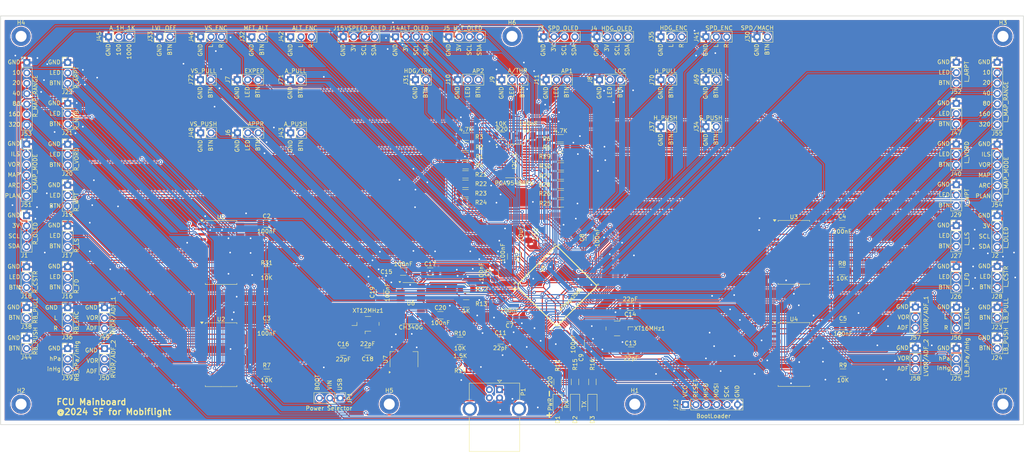
<source format=kicad_pcb>
(kicad_pcb (version 20240108) (generator "pcbnew") (generator_version "8.0")
  (layers (0 "F.Cu" signal) (31 "B.Cu" signal) (34 "B.Paste" user) (35 "F.Paste" user) (36 "B.SilkS" user "B.Silkscreen") (37 "F.SilkS" user "F.Silkscreen") (38 "B.Mask" user) (39 "F.Mask" user) (44 "Edge.Cuts" user))
  (net 0 "")
  (net 1 "+3V3")
  (net 2 "L_EFIS_BARO_LEFT")
  (net 3 "L_EFIS_BARO_RIGHT")
  (net 4 "SPD_LEFT")
  (net 5 "SPD_RIGHT")
  (net 6 "HDG_LEFT")
  (net 7 "HDG_RIGHT")
  (net 8 "ALT_LEFT")
  (net 9 "ALT_RIGHT")
  (net 10 "VSPEED_LEFT")
  (net 11 "VSPEED_RIGHT")
  (net 12 "R_EFIS_BARO_LEFT")
  (net 13 "R_EFIS_BARO_RIGHT")
  (net 14 "MP_S0")
  (net 15 "MP_S1")
  (net 16 "MP_S2")
  (net 17 "MP_S3")
  (net 18 "+5V")
  (net 19 "AP1_LED")
  (net 20 "AP2_LED")
  (net 21 "A{slash}THR_LED")
  (net 22 "APPR_LED")
  (net 23 "EXPED_LED")
  (net 24 "LOC_LED")
  (net 25 "L_EFIS_ARPT_LED")
  (net 26 "L_EFIS_CSTR_LED")
  (net 27 "L_EFIS_FD_LED")
  (net 28 "L_EFIS_LS_LED")
  (net 29 "L_EFIS_NDB_LED")
  (net 30 "L_EFIS_VORD_LED")
  (net 32 "Net-(I2C_1-~{RESET})")
  (net 34 "SDA")
  (net 35 "SCL")
  (net 36 "L_EFIS_WPT_LED")
  (net 37 "R_EFIS_ARPT_LED")
  (net 38 "R_EFIS_CSTR_LED")
  (net 39 "R_EFIS_FD_LED")
  (net 40 "R_EFIS_LS_LED")
  (net 41 "R_EFIS_NDB_LED")
  (net 42 "R_EFIS_VORD_LED")
  (net 43 "R_EFIS_WPT_LED")
  (net 44 "ALT_PUSH")
  (net 45 "ALT_PULL")
  (net 46 "ALT_100")
  (net 47 "ALT_1000")
  (net 48 "HDG_PUSH")
  (net 49 "HDG_PULL")
  (net 50 "SPD_PUSH")
  (net 51 "SPD_PULL")
  (net 52 "VSPEED_PUSH")
  (net 53 "VSPEED_PULL")
  (net 54 "A{slash}THR_BTN")
  (net 55 "AP1_BTN")
  (net 56 "AP2_BTN")
  (net 57 "APPR_BTN")
  (net 58 "EXPED_BTN")
  (net 59 "LOC_BTN")
  (net 60 "HDG{slash}TRK_BTN")
  (net 61 "LVL_OFF_BTN")
  (net 62 "METRIC_ALT_BTN")
  (net 63 "SPD{slash}MACH_BTN")
  (net 64 "GND")
  (net 65 "Net-(U2-~{E})")
  (net 66 "Net-(U3-~{E})")
  (net 67 "/OLEDs/L_EFIS_SCL")
  (net 68 "/OLEDs/L_EFIS_SDA")
  (net 69 "/OLEDs/R_EFIS_SCL")
  (net 70 "/OLEDs/R_EFIS_SDA")
  (net 71 "/OLEDs/HDG_SCL")
  (net 72 "/OLEDs/HDG_SDA")
  (net 73 "/OLEDs/HDG{slash}TRK_SCL")
  (net 74 "/OLEDs/HDG{slash}TRK_SDA")
  (net 75 "/OLEDs/ALT_SCL")
  (net 76 "/OLEDs/ALT_SDA")
  (net 77 "/EFIS_LEFT/FD_BTN")
  (net 78 "/EFIS_LEFT/LS_BTN")
  (net 79 "/EFIS_LEFT/CSTR_BTN")
  (net 80 "/EFIS_LEFT/WPT_BTN")
  (net 81 "/EFIS_LEFT/VORD_BTN")
  (net 82 "/EFIS_LEFT/NDB_BTN")
  (net 83 "/EFIS_LEFT/ARPT_BTN")
  (net 84 "/EFIS_RIGHT/BARO_PULL")
  (net 85 "/EFIS_RIGHT/BARO_PUSH")
  (net 86 "/EFIS_RIGHT/BARO_hPa")
  (net 87 "/EFIS_RIGHT/BARO_inHg")
  (net 88 "/EFIS_RIGHT/FD_BTN")
  (net 89 "/EFIS_RIGHT/LS_BTN")
  (net 90 "/EFIS_RIGHT/CSTR_BTN")
  (net 91 "/EFIS_RIGHT/WPT_BTN")
  (net 92 "/EFIS_LEFT/BARO_PULL")
  (net 93 "/EFIS_LEFT/BARO_hPa")
  (net 94 "/EFIS_LEFT/BARO_inHg")
  (net 95 "/EFIS_RIGHT/VORD_BTN")
  (net 96 "/EFIS_LEFT/BARO_PUSH")
  (net 97 "/EFIS_RIGHT/NDB_BTN")
  (net 98 "/EFIS_LEFT/VOR 1")
  (net 99 "/EFIS_LEFT/ADF 1")
  (net 100 "/EFIS_LEFT/VOR 2")
  (net 101 "/EFIS_LEFT/ADF 2")
  (net 102 "/EFIS_LEFT/ILS")
  (net 103 "/EFIS_LEFT/VOR")
  (net 104 "/EFIS_LEFT/MAP")
  (net 105 "/EFIS_LEFT/ARC")
  (net 106 "/EFIS_LEFT/PLAN")
  (net 107 "/EFIS_RIGHT/ARPT_BTN")
  (net 108 "/EFIS_LEFT/R10")
  (net 109 "/EFIS_LEFT/R20")
  (net 110 "/EFIS_LEFT/R40")
  (net 111 "/EFIS_LEFT/R80")
  (net 112 "/EFIS_LEFT/R160")
  (net 113 "/EFIS_LEFT/R320")
  (net 114 "/EFIS_RIGHT/ILS")
  (net 115 "/EFIS_RIGHT/VOR")
  (net 116 "/EFIS_RIGHT/MAP")
  (net 117 "/EFIS_RIGHT/ARC")
  (net 118 "/EFIS_RIGHT/PLAN")
  (net 119 "/EFIS_RIGHT/R10")
  (net 120 "/EFIS_RIGHT/R20")
  (net 121 "/EFIS_RIGHT/R40")
  (net 122 "/EFIS_RIGHT/R80")
  (net 123 "/EFIS_RIGHT/R160")
  (net 124 "/EFIS_RIGHT/R320")
  (net 125 "/EFIS_RIGHT/VOR 1")
  (net 126 "/EFIS_RIGHT/ADF 1")
  (net 127 "/EFIS_RIGHT/VOR 2")
  (net 128 "/EFIS_RIGHT/ADF 2")
  (net 129 "Net-(U4-~{E})")
  (net 130 "Net-(U1-~{E})")
  (net 135 "U1_MP_SIG")
  (net 137 "U2_MP_SIG")
  (net 142 "U3_MP_SIG")
  (net 146 "U4_MP_SIG")
  (net 147 "/OLEDs/VSPEED_SDA")
  (net 148 "/OLEDs/VSPEED_SCL")
  (net 149 "/OLEDs/SPD_SDA")
  (net 150 "/OLEDs/SPD_SCL")
  (net 151 "VIN")
  (net 152 "RESET")
  (net 153 "Net-(U5-AREF)")
  (net 154 "Net-(U5-XTAL2)")
  (net 155 "Net-(U5-XTAL1)")
  (net 156 "Net-(U6-XI)")
  (net 157 "Net-(U6-XO)")
  (net 158 "Net-(U6-V3)")
  (net 159 "Net-(U6-~{DTR})")
  (net 160 "Net-(D1-K)")
  (net 161 "MISO")
  (net 162 "VCC")
  (net 163 "SCK")
  (net 164 "MOSI")
  (net 165 "UD+")
  (net 166 "UD-")
  (net 167 "RXD")
  (net 168 "Net-(U6-TXD)")
  (net 169 "TXD")
  (net 170 "Net-(U6-RXD)")
  (net 196 "Net-(D2-K)")
  (net 197 "Net-(D3-K)")
  (footprint "Connector_PinHeader_2.54mm:PinHeader_1x07_P2.54mm_Vertical" (layer "F.Cu") (at 263.6 31.36)
    (property "Reference" "J55")
    (property "Value" "L_MAP_RANGE")
  )
  (footprint "Capacitor_SMD:C_1206_3216Metric_Pad1.33x1.80mm_HandSolder" (layer "F.Cu") (at 118.4 82.55 180)
    (property "Reference" "C15")
    (property "Value" "100nF")
  )
  (footprint "Resistor_SMD:R_1206_3216Metric_Pad1.30x1.75mm_HandSolder" (layer "F.Cu") (at 133.625 58.78)
    (property "Reference" "R21")
    (property "Value" "4.7K")
  )
  (footprint "Connector_PinHeader_2.54mm:PinHeader_1x03_P2.54mm_Vertical" (layer "F.Cu") (at 253.65 91.3)
    (property "Reference" "J56")
    (property "Value" "LB_ENC")
  )
  (footprint "Connector_PinHeader_2.54mm:PinHeader_1x03_P2.54mm_Vertical" (layer "F.Cu") (at 153.34 35.6 90)
    (property "Reference" "J11")
    (property "Value" "AP1")
  )
  (footprint "Resistor_SMD:R_1206_3216Metric_Pad1.30x1.75mm_HandSolder" (layer "F.Cu") (at 156.925 61.33 180)
    (property "Reference" "R28")
    (property "Value" "4.7K")
  )
  (footprint "Capacitor_SMD:C_1206_3216Metric_Pad1.33x1.80mm_HandSolder" (layer "F.Cu") (at 225.7 70.9)
    (property "Reference" "C4")
    (property "Value" "100nF")
  )
  (footprint "Connector_PinHeader_2.54mm:PinHeader_1x03_P2.54mm_Vertical" (layer "F.Cu") (at 45.4 91.4)
    (property "Reference" "J49")
    (property "Value" "RVOR/ADF_1")
  )
  (footprint "Connector_PinHeader_2.54mm:PinHeader_1x03_P2.54mm_Vertical" (layer "F.Cu") (at 243.6 91.25)
    (property "Reference" "J57")
    (property "Value" "LVOR/ADF_1")
  )
  (footprint "Capacitor_SMD:C_1206_3216Metric_Pad1.33x1.80mm_HandSolder" (layer "F.Cu") (at 164 74.25 90)
    (property "Reference" "C8")
    (property "Value" "100nF")
  )
  (footprint "Connector_PinHeader_2.54mm:PinHeader_1x02_P2.54mm_Vertical" (layer "F.Cu") (at 181.4 47.1 90)
    (property "Reference" "J37")
    (property "Value" "H_PUSH")
  )
  (footprint "MountingHole:MountingHole_2.7mm_M2.5_DIN965_Pad_TopBottom" (layer "F.Cu") (at 265 25)
    (property "Reference" "H3")
    (property "Value" "MountingHole")
  )
  (footprint "Connector_PinHeader_2.54mm:PinHeader_1x02_P2.54mm_Vertical" (layer "F.Cu") (at 58.9 25.1 90)
    (property "Reference" "J33")
    (property "Value" "LVL_OFF")
  )
  (footprint "MountingHole:MountingHole_2.7mm_M2.5_DIN965_Pad_TopBottom" (layer "F.Cu") (at 175 115)
    (property "Reference" "H1")
    (property "Value" "MountingHole")
  )
  (footprint "Connector_PinHeader_2.54mm:PinHeader_1x06_P2.54mm_Vertical" (layer "F.Cu") (at 263.6 51.4)
    (property "Reference" "J54")
    (property "Value" "L_MAP_MODE")
  )
  (footprint "Capacitor_SMD:C_1206_3216Metric_Pad1.33x1.80mm_HandSolder" (layer "F.Cu") (at 85.02 70.85)
    (property "Reference" "C2")
    (property "Value" "100nF")
  )
  (footprint "Connector_PinHeader_2.54mm:PinHeader_1x02_P2.54mm_Vertical" (layer "F.Cu") (at 68.85 35.6 90)
    (property "Reference" "J72")
    (property "Value" "VS_PULL")
  )
  (footprint "Connector_PinHeader_2.54mm:PinHeader_1x03_P2.54mm_Vertical" (layer "F.Cu") (at 90.9 25.1 90)
    (property "Reference" "J42")
    (property "Value" "ALT_ENC")
  )
  (footprint "MountingHole:MountingHole_2.7mm_M2.5_DIN965_Pad_TopBottom" (layer "F.Cu") (at 265 115)
    (property "Reference" "H7")
    (property "Value" "MountingHole")
  )
  (footprint "Resistor_SMD:R_1206_3216Metric_Pad1.30x1.75mm_HandSolder" (layer "F.Cu") (at 156.925 63.58 180)
    (property "Reference" "R26")
    (property "Value" "4.7K")
  )
  (footprint "Resistor_SMD:R_1206_3216Metric_Pad1.30x1.75mm_HandSolder" (layer "F.Cu") (at 133.625 63.38)
    (property "Reference" "R23")
    (property "Value" "4.7K")
  )
  (footprint "Connector_PinHeader_2.54mm:PinHeader_1x03_P2.54mm_Vertical" (layer "F.Cu") (at 77.9 48.6 90)
    (property "Reference" "J6")
    (property "Value" "APPR")
  )
  (footprint "Connector_PinHeader_2.54mm:PinHeader_1x04_P2.54mm_Vertical" (layer "F.Cu") (at 116.53 25.1 90)
    (property "Reference" "J14")
    (property "Value" "ALT_OLED")
  )
  (footprint "Resistor_SMD:R_1206_3216Metric_Pad1.30x1.75mm_HandSolder" (layer "F.Cu") (at 133.625 65.63)
    (property "Reference" "R24")
    (property "Value" "4.7K")
  )
  (footprint "Connector_PinHeader_2.54mm:PinHeader_1x03_P2.54mm_Vertical" (layer "F.Cu") (at 68.9 25.1 90)
    (property "Reference" "J46")
    (property "Value" "VS_ENC")
  )
  (footprint "Package_SO:SOIC-24W_7.5x15.4mm_P1.27mm" (layer "F.Cu") (at 213.9 77.85)
    (property "Reference" "U3")
    (property "Value" "CD74HC4067M")
  )
  (footprint "Resistor_SMD:R_1206_3216Metric_Pad1.30x1.75mm_HandSolder" (layer "F.Cu") (at 225.9 107.3)
    (property "Reference" "R9")
    (property "Value" "10K")
  )
  (footprint "Connector_PinHeader_2.54mm:PinHeader_1x07_P2.54mm_Vertical" (layer "F.Cu") (at 26.4 31.4)
    (property "Reference" "J53")
    (property "Value" "R_MAP_RANGE")
  )
  (footprint "MountingHole:MountingHole_2.7mm_M2.5_DIN965_Pad_TopBottom" (layer "F.Cu") (at 25 115)
    (property "Reference" "H2")
    (property "Value" "MountingHole")
  )
  (footprint "Capacitor_SMD:C_1206_3216Metric_Pad1.33x1.80mm_HandSolder" (layer "F.Cu") (at 161.8 100.25 -90)
    (property "Reference" "C9")
    (property "Value" "100nF")
  )
  (footprint "Capacitor_SMD:C_1206_3216Metric_Pad1.33x1.80mm_HandSolder" (layer "F.Cu") (at 225.9 95.9)
    (property "Reference" "C5")
    (property "Value" "100nF")
  )
  (footprint "Capacitor_SMD:C_1206_3216Metric_Pad1.33x1.80mm_HandSolder" (layer "F.Cu") (at 140.78 82.81 90)
    (property "Reference" "C6")
    (property "Value" "100nF")
  )
  (footprint "Connector_PinHeader_2.54mm:PinHeader_1x04_P2.54mm_Vertical" (layer "F.Cu") (at 26.35 68.85)
    (property "Reference" "J1")
    (property "Value" "R_OLED")
  )
  (footprint "Connector_PinHeader_2.54mm:PinHeader_1x06_P2.54mm_Vertical" (layer "F.Cu") (at 187.41 115.1 90)
    (property "Reference" "J12")
    (property "Value" "BootLoader")
  )
  (footprint "Resistor_SMD:R_1206_3216Metric_Pad1.30x1.75mm_HandSolder" (layer "F.Cu") (at 156.925 65.88 180)
    (property "Reference" "R25")
    (property "Value" "4.7K")
  )
  (footprint "Connector_PinHeader_2.54mm:PinHeader_1x03_P2.54mm_Vertical" (layer "F.Cu") (at 253.6 41.4)
    (property "Reference" "J47")
    (property "Value" "L_NDB")
  )
  (footprint "Resistor_SMD:R_1206_3216Metric_Pad1.30x1.75mm_HandSolder" (layer "F.Cu") (at 133.675 49.55)
    (property "Reference" "R3")
    (property "Value" "4.7K")
  )
  (footprint "Connector_PinHeader_2.54mm:PinHeader_1x03_P2.54mm_Vertical" (layer "F.Cu") (at 181.4 25.1 90)
    (property "Reference" "J35")
    (property "Value" "HDG_ENC")
  )
  (footprint "Connector_PinHeader_2.54mm:PinHeader_1x02_P2.54mm_Vertical" (layer "F.Cu") (at 263.6 98.8)
    (property "Reference" "J24")
    (property "Value" "LB_PUSH")
  )
  (footprint "Connector_PinHeader_2.54mm:PinHeader_1x02_P2.54mm_Vertical" (layer "F.Cu") (at 26.35 98.85)
    (property "Reference" "J44")
    (property "Value" "RB_PUSH")
  )
  (footprint "Connector_PinHeader_2.54mm:PinHeader_1x03_P2.54mm_Vertical" (layer "F.Cu") (at 77.85 35.6 90)
    (property "Reference" "J7")
    (property "Value" "EXPED")
  )
  (footprint "Connector_PinHeader_2.54mm:PinHeader_1x02_P2.54mm_Vertical" (layer "F.Cu") (at 81.4 25.1 90)
    (property "Reference" "J32")
    (property "Value" "MET_ALT")
  )
  (footprint "Connector_PinHeader_2.54mm:PinHeader_1x04_P2.54mm_Vertical" (layer "F.Cu") (at 152.73 25.1 90)
    (property "Reference" "J3")
    (property "Value" "SPD_OLED")
  )
  (footprint "Connector_PinHeader_2.54mm:PinHeader_1x03_P2.54mm_Vertical" (layer "F.Cu") (at 166.4 35.6 90)
    (property "Reference" "J8")
    (property "Value" "LOC")
  )
  (footprint "Resistor_SMD:R_1206_3216Metric_Pad1.30x1.75mm_HandSolder" (layer "F.Cu") (at 156.925 56.83 180)
    (property "Reference" "R30")
    (property "Value" "4.7K")
  )
  (footprint "Resistor_SMD:R_1206_3216Metric_Pad1.30x1.75mm_HandSolder" (layer "F.Cu") (at 133.675 56.53)
    (property "Reference" "R4")
    (property "Value" "4.7K")
  )
  (footprint "Connector_PinHeader_2.54mm:PinHeader_1x02_P2.54mm_Vertical" (layer "F.Cu") (at 181.4 35.6 90)
    (property "Reference" "J70")
    (property "Value" "H_PULL")
  )
  (footprint "Connector_PinHeader_2.54mm:PinHeader_1x02_P2.54mm_Vertical" (layer "F.Cu") (at 192.4 47.1 90)
    (property "Reference" "J34")
    (property "Value" "S_PUSH")
  )
  (footprint "Resistor_SMD:R_1206_3216Metric_Pad1.30x1.75mm_HandSolder" (layer "F.Cu") (at 85.0325 82.25)
    (property "Reference" "R31")
    (property "Value" "10K")
  )
  (footprint "Connector_PinHeader_2.54mm:PinHeader_1x03_P2.54mm_Vertical" (layer "F.Cu") (at 36.4 101.4)
    (property "Reference" "J39")
    (property "Value" "RB_hPa/inHg")
  )
  (footprint "Connector_PinHeader_2.54mm:PinHeader_1x03_P2.54mm_Vertical" (layer "F.Cu") (at 36.4 41.4)
    (property "Reference" "J21")
    (property "Value" "R_NDB")
  )
  (footprint "Crystal:Crystal_SMD_EuroQuartz_MJ-4Pin_5.0x3.2mm_HandSoldering" (layer "F.Cu") (at 109.8 95.35)
    (property "Reference" "XT12MHz1")
    (property "Value" "12MHz")
  )
  (footprint "Connector_PinHeader_2.54mm:PinHeader_1x02_P2.54mm_Vertical" (layer "F.Cu") (at 121.4 35.6 90)
    (property "Reference" "J31")
    (property "Value" "HDG/TRK")
  )
  (footprint "Connector_PinHeader_2.54mm:PinHeader_1x03_P2.54mm_Vertical" (layer "F.Cu") (at 131.7 35.6 90)
    (property "Reference" "J10")
    (property "Value" "AP2")
  )
  (footprint "SFLibrary:SOP65P640X120-24N" (layer "F.Cu") (at 145.605 55.505)
    (property "Reference" "I2C_1")
    (property "Value" "PCA9548APW")
  )
  (footprint "MountingHole:MountingHole_2.7mm_M2.5_DIN965_Pad_TopBottom" (layer "F.Cu") (at 25 25)
    (property "Reference" "H4")
    (property "Value" "MountingHole")
  )
  (footprint "Capacitor_SMD:C_1206_3216Metric_Pad1.33x1.80mm_HandSolder" (layer "F.Cu") (at 103.75 102.15)
    (property "Reference" "C16")
    (property "Value" "22pF")
  )
  (footprint "Connector_PinHeader_2.54mm:PinHeader_1x03_P2.54mm_Vertical" (layer "F.Cu") (at 36.4 71.4)
    (property "Reference" "J17")
    (property "Value" "R_LS")
  )
  (footprint "Connector_PinHeader_2.54mm:PinHeader_1x03_P2.54mm_Vertical" (layer "F.Cu") (at 26.35 81.4)
    (property "Reference" "J18")
    (property "Value" "R_CSTR")
  )
  (footprint "Capacitor_SMD:C_1206_3216Metric_Pad1.33x1.80mm_HandSolder" (layer "F.Cu") (at 112.7 87.65 90)
    (property "Reference" "C19")
    (property "Value" "100nF")
  )
  (footprint "Resistor_SMD:R_1206_3216Metric_Pad1.30x1.75mm_HandSolder" (layer "F.Cu") (at 132.3 99.5)
    (property "Reference" "R10")
    (property "Value" "10K")
  )
  (footprint "Resistor_SMD:R_1206_3216Metric_Pad1.30x1.75mm_HandSolder" (layer "F.Cu") (at 225.7 82.4)
    (property "Reference" "R8")
    (property "Value" "10K")
  )
  (footprint "Crystal:Crystal_SMD_EuroQuartz_MJ-4Pin_5.0x3.2mm_HandSoldering" (layer "F.Cu") (at 170.675 96.475 180)
    (property "Reference" "XT16MHz1")
    (property "Value" "16MHz")
  )
  (footprint "Resistor_SMD:R_1206_3216Metric_Pad1.30x1.75mm_HandSolder" (layer "F.Cu") (at 156.875 52.18)
    (property "Reference" "R5")
    (property "Value" "4.7K")
  )
  (footprint "Connector_PinHeader_2.54mm:PinHeader_1x06_P2.54mm_Vertical" (layer "F.Cu") (at 26.35 51.35)
    (property "Reference" "J51")
    (property "Value" "R_MAP_MODE")
  )
  (footprint "Connector_PinHeader_2.54mm:PinHeader_1x03_P2.54mm_Vertical" (layer "F.Cu") (at 36.4 31.4)
    (property "Reference" "J22")
    (property "Value" "R_ARPT")
  )
  (footprint "Connector_PinHeader_2.54mm:PinHeader_1x02_P2.54mm_Vertical" (layer "F.Cu") (at 26.35 91.37)
    (property "Reference" "J38")
    (property "Value" "RB_PULL")
  )
  (footprint "Connector_PinHeader_2.54mm:PinHeader_1x02_P2.54mm_Vertical" (layer "F.Cu") (at 192.4 35.6 90)
    (property "Reference" "J69")
    (property "Value" "S_PULL")
  )
  (footprint "Connector_PinHeader_2.54mm:PinHeader_1x03_P2.54mm_Vertical" (layer "F.Cu") (at 253.6 101.35)
    (property "Reference" "J25")
    (property "Value" "LB_hPa/inHg")
  )
  (footprint "Connector_PinHeader_2.54mm:PinHeader_1x03_P2.54mm_Vertical" (layer "F.Cu") (at 36.4 61.4)
    (property "Reference" "J19")
    (property "Value" "R_WPT")
  )
  (footprint "Capacitor_SMD:C_1206_3216Metric_Pad1.33x1.80mm_HandSolder" (layer "F.Cu") (at 149 73.35 -90)
    (property "Reference" "C10")
    (property "Value" "10uF")
  )
  (footprint "Capacitor_SMD:C_1206_3216Metric_Pad1.33x1.80mm_HandSolder" (layer "F.Cu") (at 127.5 93.25)
    (property "Reference" "C20")
    (property "Value" "100nF")
  )
  (footprint "Resistor_SMD:R_1206_3216Metric_Pad1.30x1.75mm_HandSolder" (layer "F.Cu") (at 133.675 54.28)
    (property "Reference" "R1")
    (property "Value" "4.7K")
  )
  (footprint "MountingHole:MountingHole_2.7mm_M2.5_DIN965_Pad_TopBottom" (layer "F.Cu") (at 115 115)
    (property "Reference" "H5")
    (property "Value" "MountingHole")
  )
  (footprint "Capacitor_SMD:C_1206_3216Metric_Pad1.33x1.80mm_HandSolder" (layer "F.Cu") (at 142.2 99.4)
    (property "Reference" "C11")
    (property "Value" "22pF")
  )
  (footprint "Resistor_SMD:R_1206_3216Metric_Pad1.30x1.75mm_HandSolder" (layer "F.Cu") (at 133.8 90.35)
    (property "Reference" "R13")
    (property "Value" "1K")
  )
  (footprint "Capacitor_SMD:C_1206_3216Metric_Pad1.33x1.80mm_HandSolder" (layer "F.Cu") (at 125 82.55)
    (property "Reference" "C17")
    (property "Value" "100nF")
  )
  (footprint "Connector_PinHeader_2.54mm:PinHeader_1x03_P2.54mm_Vertical" (layer "F.Cu") (at 243.6 101.3)
    (property "Reference" "J58")
    (property "Value" "LVOR/ADF_2")
  )
  (footprint "Resistor_SMD:R_1206_3216Metric_Pad1.30x1.75mm_HandSolder" (layer "F.Cu") (at 132.34 105.02 180)
    (property "Reference" "R14")
    (property "Value" "1.5K")
  )
  (footprint "Connector_PinHeader_2.54mm:PinHeader_1x04_P2.54mm_Vertical" (layer "F.Cu") (at 103.76 25.1 90)
    (property "Reference" "J15")
    (property "Value" "VSPEED_OLED")
  )
  (footprint "Resistor_SMD:R_1206_3216Metric_Pad1.30x1.75mm_HandSolder" (layer "F.Cu") (at 133.625 61.08)
    (property "Reference" "R22")
    (property "Value" "4.7K")
  )
  (footprint "Package_SO:SOIC-24W_7.5x15.4mm_P1.27mm" (layer "F.Cu") (at 73.9 102.885)
    (property "Reference" "U2")
    (property "Value" "CD74HC4067M")
  )
  (footprint "Connector_PinHeader_2.54mm:PinHeader_1x03_P2.54mm_Vertical" (layer "F.Cu") (at 36.4 81.4)
    (property "Reference" "J16")
    (property "Value" "R_FD")
  )
  (footprint "Resistor_SMD:R_1206_3216Metric_Pad1.30x1.75mm_HandSolder" (layer "F.Cu") (at 85.0325 107.315)
    (property "Reference" "R7")
    (property "Value" "10K")
  )
  (footprint "Connector_PinHeader_2.54mm:PinHeader_1x02_P2.54mm_Vertical" (layer "F.Cu") (at 204.9 25.1 90)
    (property "Reference" "J30")
    (property "Value" "SPD/MACH")
  )
  (footprint "Resistor_SMD:R_1206_3216Metric_Pad1.30x1.75mm_HandSolder" (layer "F.Cu") (at 160.4 109.55 -90)
    (property "Reference" "R15")
    (property "Value" "220")
  )
  (footprint "Resistor_SMD:R_1206_3216Metric_Pad1.30x1.75mm_HandSolder" (layer "F.Cu") (at 164.65 109.55 -90)
    (property "Reference" "R16")
    (property "Value" "220")
  )
  (footprint "Capacitor_SMD:C_1206_3216Metric_Pad1.33x1.80mm_HandSolder" (layer "F.Cu") (at 85.0325 95.85)
    (property "Reference" "C3")
    (property "Value" "100nF")
  )
  (footprint "Resistor_SMD:R_1206_3216Metric_Pad1.30x1.75mm_HandSolder" (layer "F.Cu") (at 133.9 86.75)
    (property "Reference" "R12")
    (property "Value" "1K")
  )
  (footprint "Package_SO:SOIC-24W_7.5x15.4mm_P1.27mm" (layer "F.Cu") (at 213.9 102.85)
    (property "Reference" "U4")
    (property "Value" "CD74HC4067M")
  )
  (footprint "Connector_USB:USB_B_OST_USB-B1HSxx_Horizontal" (layer "F.Cu") (at 141.96 111.4525 -90)
    (property "Reference" "P1")
    (property "Value" "USB_C_Plug_USB2.0")
  )
  (footprint "Package_SO:SOIC-24W_7.5x15.4mm_P1.27mm" (layer "F.Cu") (at 73.9 77.885)
    (property "Reference" "U1")
    (property "Value" "CD74HC4067M")
  )
  (footprint "Connector_PinHeader_2.54mm:PinHeader_1x03_P2.54mm_Vertical" (layer "F.Cu") (at 253.6 51.35)
    (property "Reference" "J40")
    (property "Value" "L_VORD")
  )
  (footprint "Capacitor_SMD:C_1206_3216Metric_Pad1.33x1.80mm_HandSolder" (layer "F.Cu") (at 148.575 49.33 180)
    (property "Reference" "C1")
    (property "Value" "100nF")
  )
  (footprint "LED_SMD:LED_1206_3216Metric_Pad1.42x1.75mm_HandSolder" (layer "F.Cu") (at 156.15 115.05 -90)
    (property "Reference" "D1")
    (property "Value" "PWR")
  )
  (footprint "Resistor_SMD:R_1206_3216Metric_Pad1.30x1.75mm_HandSolder" (layer "F.Cu") (at 156.875 49.93 180)
    (property "Reference" "R6")
    (property "Value" "4.7K")
  )
  (footprint "Connector_PinHeader_2.54mm:PinHeader_1x03_P2.54mm_Vertical" (layer "F.Cu") (at 46.4 25.1 90)
    (property "Reference" "J45")
    (property "Value" "A_1H_1K")
  )
  (footprint "Connector_PinHeader_2.54mm:PinHeader_1x03_P2.54mm_Vertical" (layer "F.Cu") (at 263.6 81.3)
    (property "Reference" "J28")
    (property "Value" "L_CSTR")
  )
  (footprint "Connector_PinHeader_2.54mm:PinHeader_1x02_P2.54mm_Vertical" (layer "F.Cu") (at 263.6 91.3)
    (property "Reference" "J23")
    (property "Value" "LB_PULL")
  )
  (footprint "Capacitor_SMD:C_1206_3216Metric_Pad1.33x1.80mm_HandSolder" (layer "F.Cu") (at 144.4 93.95 180)
    (property "Reference" "C7")
    (property "Value" "100nF")
  )
  (footprint "Connector_PinHeader_2.54mm:PinHeader_1x03_P2.54mm_Vertical" (layer "F.Cu") (at 192.4 25.1 90)
    (property "Reference" "J41")
    (property "Value" "SPD_ENC")
  )
  (footprint "Resistor_SMD:R_1206_3216Metric_Pad1.30x1.75mm_HandSolder" (layer "F.Cu") (at 133.675 52.03 180)
    (property "Reference" "R2")
    (property "Value" "4.7K")
  )
  (footprint "Resistor_SMD:R_1206_3216Metric_Pad1.30x1.75mm_HandSolder" (layer "F.Cu") (at 156.875 54.53 180)
    (property "Reference" "R29")
    (property "Value" "4.7K")
  )
  (footprint "Capacitor_SMD:C_1206_3216Metric_Pad1.33x1.80mm_HandSolder" (layer "F.Cu") (at 144.8 78.85 -90)
    (property "Reference" "C12")
    (property "Value" "100nF")
  )
  (footprint "Connector_PinHeader_2.54mm:PinHeader_1x04_P2.54mm_Vertical" (layer "F.Cu") (at 263.6 68.9)
    (property "Reference" "J2")
    (property "Value" "L_OLED")
  )
  (footprint "Connector_PinHeader_2.54mm:PinHeader_1x03_P2.54mm_Vertical" (layer "F.Cu") (at 36.4 91.4)
    (property "Reference" "J36")
    (property "Value" "RB_ENC")
  )
  (footprint "Resistor_SMD:R_1206_3216Metric_Pad1.30x1.75mm_HandSolder" (layer "F.Cu") (at 156.15 109.55 -90)
    (property "Reference" "R11")
    (property "Value" "220")
  )
  (footprint "Resistor_SMD:R_1206_3216Metric_Pad1.30x1.75mm_HandSolder" (layer "F.Cu") (at 156.925 59.08 180)
    (property "Reference" "R27")
    (property "Value" "4.7K")
  )
  (footprint "Package_SO:SOIC-16_3.9x9.9mm_P1.27mm" (layer "F.Cu") (at 120.275 90.295)
    (property "Reference" "U6")
    (property "Value" "CH340G")
  )
  (footprint "Connector_PinHeader_2.54mm:PinHeader_1x03_P2.54mm_Vertical" (layer "F.Cu") (at 253.6 61.3)
    (property "Reference" "J29")
    (property "Value" "L_WPT")
  )
  (footprint "LED_SMD:LED_1206_3216Metric_Pad1.42x1.75mm_HandSolder" (layer "F.Cu") (at 160.4 115.0375 -90)
    (property "Reference" "D2")
    (property "Value" "RX")
  )
  (footprint "Resistor_SMD:R_1206_3216Metric_Pad1.30x1.75mm_HandSolder" (layer "F.Cu") (at 142.525 49.33)
    (property "Reference" "R20")
    (property "Value" "10K")
  )
  (footprint "Connector_PinHeader_2.54mm:PinHeader_1x04_P2.54mm_Vertical" (layer "F.Cu") (at 165.76 25.1 90)
    (property "Reference" "J4")
    (property "Value" "HDG_OLED")
  )
  (footprint "Connector_PinHeader_2.54mm:PinHeader_1x03_P2.54mm_Vertical" (layer "F.Cu") (at 253.6 71.3)
    (property "Reference" "J27")
    (property "Value" "L_LS")
  )
  (footprint "Connector_PinHeader_2.54mm:PinHeader_1x02_P2.54mm_Vertical" (layer "F.Cu") (at 68.9 48.6 90)
    (property "Reference" "J48")
    (property "Value" "VS_PUSH")
  )
  (footprint "Connector_PinHeader_2.54mm:PinHeader_1x03_P2.54mm_Vertical" (layer "F.Cu") (at 36.4 51.4)
    (property "Reference" "J20")
    (property "Value" "R_VORD")
  )
  (footprint "LED_SMD:LED_1206_3216Metric_Pad1.42x1.75mm_HandSolder" (layer "F.Cu") (at 164.65 115.05 -90)
    (property "Reference" "D3")
    (property "Value" "TX")
  )
  (footprint "Capacitor_SMD:C_1206_3216Metric_Pad1.33x1.80mm_HandSolder" (layer "F.Cu") (at 109.7 102.1 180)
    (property "Reference" "C18")
    (property "Value" "22pF")
  )
  (footprint "Connector_PinHeader_2.54mm:PinHeader_1x02_P2.54mm_Vertical" (layer "F.Cu") (at 90.85 35.6 90)
    (property "Reference" "J71")
    (property "Value" "A_PULL")
  )
  (footprint "Package_TO_SOT_SMD:SOT-223-3_TabPin2" (layer "F.Cu") (at 118.6 104.05 90)
    (property "Reference" "U7")
    (property "Value" "AMS1117-3.3")
  )
  (footprint "Capacitor_SMD:C_1206_3216Metric_Pad1.33x1.80mm_HandSolder" (layer "F.Cu") (at 173.905 91.145 180)
    (property "Reference" "C14")
    (property "Value" "22pF")
  )
  (footprint "Connector_PinHeader_2.54mm:PinHeader_1x02_P2.54mm_Vertical" (layer "F.Cu") (at 90.9 48.6 90)
    (property "Reference" "J43")
    (property "Value" "A_PUSH")
  )
  (footprint "Connector_PinHeader_2.54mm:PinHeader_1x04_P2.54mm_Vertical" (layer "F.Cu") (at 129.54 25.1 90)
    (property "Reference" "J5")
    (property "Value" "H_T_OLED")
  )
  (footprint "Connector_PinHeader_2.54mm:PinHeader_1x03_P2.54mm_Vertical" (layer "F.Cu") (at 253.6 31.35)
    (property "Reference" "J52")
    (property "Value" "L_ARPT")
  )
  (footprint "MountingHole:MountingHole_2.7mm_M2.5_DIN965_Pad_TopBottom" (layer "F.Cu") (at 145 25)
    (property "Reference" "H6")
    (property "Value" "MountingHole")
  )
  (footprint "SFLibrary:TQFP100-0.5-14X14MM" (layer "F.Cu") (at 155.9 86.07 45)
    (property "Reference" "U5")
    (property "Value" "ATMega2560")
  )
  (footprint "Connector_PinHeader_2.54mm:PinHeader_1x03_P2.54mm_Vertical" (layer "F.Cu") (at 142.49 35.6 90)
    (property "Reference" "J9")
    (property "Value" "A/THR")
  )
  (footprint "Connector_PinHeader_2.54mm:PinHeader_1x03_P2.54mm_Vertical" (layer "F.Cu") (at 253.6 81.35)
    (property "Reference" "J26")
    (property "Value" "L_FD")
  )
  (footprint "Connector_PinHeader_2.54mm:PinHeader_1x03_P2.54mm_Vertical" (layer "F.Cu") (at 103 113.5 -90)
    (property "Reference" "JP1")
    (property "Value" "Power Selector")
  )
  (footprint "Capacitor_SMD:C_1206_3216Metric_Pad1.33x1.80mm_HandSolder" (layer "F.Cu") (at 174.135 101.905)
    (property "Reference" "C13")
    (property "Value" "22pF")
  )
  (footprint "Connector_PinHeader_2.54mm:PinHeader_1x03_P2.54mm_Vertical" (layer "F.Cu") (at 45.4 101.4)
    (property "Reference" "J50")
    (property "Value" "RVOR/ADF_2")
  )
  (gr_rect (start 20 20) (end 270 120) (stroke (width 0.15)) (fill none) (layer "Edge.Cuts"))
  (gr_text "GND" (at 31.5 61.95 0) (layer "F.SilkS") (effects (font (size 1 1)) (justify left bottom)))
  (gr_text "80" (at 259.95 42 0) (layer "F.SilkS") (effects (font (size 1 1)) (justify left bottom)))
  (gr_text "BOOT" (at 98 111.75 90) (layer "F.SilkS") (effects (font (size 1 1)) (justify left bottom)))
  (gr_text "GND" (at 248.85 51.85 0) (layer "F.SilkS") (effects (font (size 1 1)) (justify left bottom)))
  (gr_text "GND" (at 91.35 40.45 90) (layer "F.SilkS") (effects (font (size 1 1)) (justify left bottom)))
  (gr_text "GND" (at 258.85 51.9 0) (layer "F.SilkS") (effects (font (size 1 1)) (justify left bottom)))
  (gr_text "GND" (at 248.85 101.85 0) (layer "F.SilkS") (effects (font (size 1 1)) (justify left bottom)))
  (gr_text "SCL" (at 122.13 29.8 90) (layer "F.SilkS") (effects (font (size 1 1)) (justify left bottom)))
  (gr_text "10" (at 259.95 34.4 0) (layer "F.SilkS") (effects (font (size 1 1)) (justify left bottom)))
  (gr_text "BTN" (at 249.15 86.95 0) (layer "F.SilkS") (effects (font (size 1 1)) (justify left bottom)))
  (gr_text "GND" (at 104.28 30 90) (layer "F.SilkS") (effects (font (size 1 1)) (justify left bottom)))
  (gr_text "BTN" (at 184.45 51.7 90) (layer "F.SilkS") (effects (font (size 1 1)) (justify left bottom)))
  (gr_text "MAP" (at 21.65 59.48 0) (layer "F.SilkS") (effects (font (size 1 1)) (justify left bottom)))
  (gr_text "GND" (at 258.85 81.8 0) (layer "F.SilkS") (effects (font (size 1 1)) (justify left bottom)))
  (gr_text "SCL" (at 135.14 29.8 90) (layer "F.SilkS") (effects (font (size 1 1)) (justify left bottom)))
  (gr_text "VOR" (at 239.15 94.3 0) (layer "F.SilkS") (effects (font (size 1 1)) (justify left bottom)))
  (gr_text "-" (at 154.9 113.55 90) (layer "F.SilkS") (effects (font (size 1.5 1.5) (thickness 0.3) (bold yes)) (justify left bottom)))
  (gr_text "BTN" (at 148.09 40.15 90) (layer "F.SilkS") (effects (font (size 1 1)) (justify left bottom)))
  (gr_text "BTN" (at 71.9 40.2 90) (layer "F.SilkS") (effects (font (size 1 1)) (justify left bottom)))
  (gr_text "GND" (at 40.55 102.4 0) (layer "F.SilkS") (effects (font (size 1 1)) (justify left bottom)))
  (gr_text "BTN" (at 172 40.15 90) (layer "F.SilkS") (effects (font (size 1 1)) (justify left bottom)))
  (gr_text "GND" (at 248.85 71.8 0) (layer "F.SilkS") (effects (font (size 1 1)) (justify left bottom)))
  (gr_text "LED" (at 145.54 40.1 90) (layer "F.SilkS") (effects (font (size 1 1)) (justify left bottom)))
  (gr_text "SCL" (at 259 74.52 0) (layer "F.SilkS") (effects (font (size 1 1)) (justify left bottom)))
  (gr_text "USB" (at 103.5 111.75 90) (layer "F.SilkS") (effects (font (size 1 1)) (justify left bottom)))
  (gr_text "ARC" (at 21.8 62.03 0) (layer "F.SilkS") (effects (font (size 1 1)) (justify left bottom)))
  (gr_text "LED" (at 31.85 64.5 0) (layer "F.SilkS") (effects (font (size 1 1)) (justify left bottom)))
  (gr_text "SDA" (at 258.95 76.97 0) (layer "F.SilkS") (effects (font (size 1 1)) (justify left bottom)))
  (gr_text "ADF" (at 40.85 107.5 0) (layer "F.SilkS") (effects (font (size 1 1)) (justify left bottom)))
  (gr_text "R" (at 198 27.9 90) (layer "F.SilkS") (effects (font (size 1 1)) (justify left bottom)))
  (gr_text "BTN" (at 31.8 47 0) (layer "F.SilkS") (effects (font (size 1 1)) (justify left bottom)))
  (gr_text "GND" (at 40.55 91.9 0) (layer "F.SilkS") (effects (font (size 1 1)) (justify left bottom)))
  (gr_text "BTN" (at 259.15 86.9 0) (layer "F.SilkS") (effects (font (size 1 1)) (justify left bottom)))
  (gr_text "BTN" (at 259.05 101.85 0) (layer "F.SilkS") (effects (font (size 1 1)) (justify left bottom)))
  (gr_text "inHg" (at 31.25 107 0) (layer "F.SilkS") (effects (font (size 1 1)) (justify left bottom)))
  (gr_text "SDA" (at 111.83 29.85 90) (layer "F.SilkS") (effects (font (size 1 1)) (justify left bottom)))
  (gr_text "80" (at 22.8 42.04 0) (layer "F.SilkS") (effects (font (size 1 1)) (justify left bottom)))
  (gr_text "GND" (at 192.9 29.95 90) (layer "F.SilkS") (effects (font (size 1 1)) (justify left bottom)))
  (gr_text "BTN" (at 83.5 53.15 90) (layer "F.SilkS") (effects (font (size 1 1)) (justify left bottom)))
  (gr_text "GND" (at 153.2 30 90) (layer "F.SilkS") (effects (font (size 1 1)) (justify left bottom)))
  (gr_text "GND" (at 192.9 40.45 90) (layer "F.SilkS") (effects (font (size 1 1)) (justify left bottom)))
  (gr_text "PLAN" (at 20.95 64.58 0) (layer "F.SilkS") (effects (font (size 1 1)) (justify left bottom)))
  (gr_text "LED" (at 249.2 34.4 0) (layer "F.SilkS") (effects (font (size 1 1)) (justify left bottom)))
  (gr_text "LED" (at 31.85 84.4 0) (layer "F.SilkS") (effects (font (size 1 1)) (justify left bottom)))
  (gr_text "SCL" (at 171.3 29.8 90) (layer "F.SilkS") (effects (font (size 1 1)) (justify left bottom)))
  (gr_text "hPa" (at 249.2 104.4 0) (layer "F.SilkS") (effects (font (size 1 1)) (justify left bottom)))
  (gr_text "SDA" (at 124.58 29.85 90) (layer "F.SilkS") (effects (font (size 1 1)) (justify left bottom)))
  (gr_text "BTN" (at 21.9 87 0) (layer "F.SilkS") (effects (font (size 1 1)) (justify left bottom)))
  (gr_text "GND" (at 192.9 51.95 90) (layer "F.SilkS") (effects (font (size 1 1)) (justify left bottom)))
  (gr_text "1000" (at 52 30.75 90) (layer "F.SilkS") (effects (font (size 1 1)) (justify left bottom)))
  (gr_text "GND" (at 121.9 40.45 90) (layer "F.SilkS") (effects (font (size 1 1)) (justify left bottom)))
  (gr_text "3V" (at 22.75 71.9 0) (layer "F.SilkS") (effects (font (size 1 1)) (justify left bottom)))
  (gr_text "VOR" (at 259 57 0) (layer "F.SilkS") (effects (font (size 1 1)) (justify left bottom)))
  (gr_text "VCC" (at 187.91 113.4 90) (layer "F.SilkS") (effects (font (size 1 1)) (justify left bottom)))
  (gr_text "BTN" (at 249.15 47 0) (layer "F.SilkS") (effects (font (size 1 1)) (justify left bottom)))
  (gr_text "3V" (at 132.59 28.85 90) (layer "F.SilkS") (effects (font (size 1 1)) (justify left bottom)))
  (gr_text "GND" (at 59.4 30 90) (layer "F.SilkS") (effects (font (size 1 1)) (justify left bottom)))
  (gr_text "GND" (at 258.8 31.85 0) (layer "F.SilkS") (effects (font (size 1 1)) (justify left bottom)))
  (gr_text "GND" (at 248.85 61.8 0) (layer "F.SilkS") (effects (font (size 1 1)) (justify left bottom)))
  (gr_text "LED" (at 249.2 44.45 0) (layer "F.SilkS") (effects (font (size 1 1)) (justify left bottom)))
  (gr_text "PLAN" (at 258.2 64.65 0) (layer "F.SilkS") (effects (font (size 1 1)) (justify left bottom)))
  (gr_text "3V" (at 168.75 28.85 90) (layer "F.SilkS") (effects (font (size 1 1)) (justify left bottom)))
  (gr_text "VOR" (at 40.9 94.45 0) (layer "F.SilkS") (effects (font (size 1 1)) (justify left bottom)))
  (gr_text "hPa" (at 31.85 104.45 0) (layer "F.SilkS") (effects (font (size 1 1)) (justify left bottom)))
  (gr_text "BTN" (at 31.8 57 0) (layer "F.SilkS") (effects (font (size 1 1)) (justify left bottom)))
  (gr_text "R" (at 74.5 27.95 90) (layer "F.SilkS") (effects (font (size 1 1)) (justify left bottom)))
  (gr_text "GND" (at 31.5 71.8 0) (layer "F.SilkS") (effects (font (size 1 1)) (justify left bottom)))
  (gr_text "R" (at 187 27.9 90) (layer "F.SilkS") (effects (font (size 1 1)) (justify left bottom)))
  (gr_text "LED" (at 249.2 74.35 0) (layer "F.SilkS") (effects (font (size 1 1)) (justify left bottom)))
  (gr_text "L" (at 250.5 94.25 0) (layer "F.SilkS") (effects (font (size 1 1)) (justify left bottom)))
  (gr_text "BTN" (at 31.8 37 0) (layer "F.SilkS") (effects (font (size 1 1)) (justify left bottom)))
  (gr_text "FCU Mainboard\n@2024 SF for Mobiflight" (at 33.5 117.75 0) (layer "F.SilkS") (effects (font (size 1.5 1.5) (thickness 0.3) (bold yes)) (justify left bottom)))
  (gr_text "40" (at 22.8 39.54 0) (layer "F.SilkS") (effects (font (size 1 1)) (justify left bottom)))
  (gr_text "ILS" (at 22.4 54.38 0) (layer "F.SilkS") (effects (font (size 1 1)) (justify left bottom)))
  (gr_text "LED" (at 249.2 84.4 0) (layer "F.SilkS") (effects (font (size 1 1)) (justify left bottom)))
  (gr_text "LED" (at 80.95 53.1 90) (layer "F.SilkS") (effects (font (size 1 1)) (justify left bottom)))
  (gr_text "GND" (at 248.85 81.85 0) (layer "F.SilkS") (effects (font (size 1 1)) (justify left bottom)))
  (gr_text "L" (at 184.45 27.8 90) (layer "F.SilkS") (effects (font (size 1 1)) (justify left bottom)))
  (gr_text "ILS" (at 259.65 54.45 0) (layer "F.SilkS") (effects (font (size 1 1)) (justify left bottom)))
  (gr_text "MOSI" (at 195.51 113.55 90) (layer "F.SilkS") (effects (font (size 1 1)) (justify left bottom)))
  (gr_text "ADF" (at 239.1 106.9 0) (layer "F.SilkS") (effects (font (size 1 1)) (justify left bottom)))
  (gr_text "+" (at 154.9 118.8 90) (layer "F.SilkS") (effects (font (size 1.5 1.5) (thickness 0.3) (bold yes)) (justify left bottom)))
  (gr_text "VOR" (at 21.75 56.93 0) (layer "F.SilkS") (effects (font (size 1 1)) (justify left bottom)))
  (gr_text "LED" (at 80.9 40.1 90) (layer "F.SilkS") (effects (font (size 1 1)) (justify left bottom)))
  (gr_text "GND" (at 238.8 91.75 0) (layer "F.SilkS") (effects (font (size 1 1)) (justify left bottom)))
  (gr_text "L" (at 93.95 27.85 90) (layer "F.SilkS") (effects (font (size 1 1)) (justify left bottom)))
  (gr_text "ADF" (at 40.85 97 0) (layer "F.SilkS") (effects (font (size 1 1)) (justify left bottom)))
  (gr_text "BTN" (at 21.85 94.4 0) (layer "F.SilkS") (effects (font (size 1 1)) (justify left bottom)))
  (gr_text "GND" (at 248.85 41.9 0) (layer "F.SilkS") (effects (font (size 1 1)) (justify left bottom)))
  (gr_text "GND" (at 21.55 91.85 0) (layer "F.SilkS") (effects (font (size 1 1)) (justify left bottom)))
  (gr_text "LED" (at 21.95 84.45 0) (layer "F.SilkS") (effects (font (size 1 1)) (justify left bottom)))
  (gr_text "GND" (at 91.4 30 90) (layer "F.SilkS") (effects (font (size 1 1)) (justify left bottom)))
  (gr_text "MAP" (at 258.9 59.55 0) (layer "F.SilkS") (effects (font (size 1 1)) (justify left bottom)))
  (gr_text "BTN" (at 137.3 40.15 90) (layer "F.SilkS") (effects (font (size 1 1)) (justify left bottom)))
  (gr_text "ARC" (at 259.05 62.1 0) (layer "F.SilkS") (effects (font (size 1 1)) (justify left bottom)))
  (gr_text "R" (at 96.5 27.95 90) (layer "F.SilkS") (effects (font (size 1 1)) (justify left bottom)))
  (gr_text "20" (at 259.95 36.9 0) (layer "F.SilkS") (effects (font (size 1 1)) (justify left bottom)))
  (gr_text "GND" (at 31.5 81.85 0) (layer "F.SilkS") (effects (font (size 1 1)) (justify left bottom)))
  (gr_text "GND" (at 153.84 40.45 90) (layer "F.SilkS") (effects (font (size 1 1)) (justify left bottom)))
  (gr_text "GND" (at 181.9 29.95 90) (layer "F.SilkS") (effects (font (size 1 1)) (justify left bottom)))
  (gr_text "BTN" (at 259.1 94.4 0) (layer "F.SilkS") (effects (font (size 1 1)) (justify left bottom)))
  (gr_text "SCL" (at 21.8 74.45 0) (layer "F.SilkS") (effects (font (size 1 1)) (justify left bottom)))
  (gr_text "BTN" (at 93.95 53.25 90) (layer "F.SilkS") (effects (font (size 1 1)) (justify left bottom)))
  (gr_text "10" (at 22.8 34.44 0) (layer "F.SilkS") (effects (font (size 1 1)) (justify left bottom)))
  (gr_text "BTN" (at 184.45 40.2 90) (layer "F.SilkS") (effects (font (size 1 1)) (justify left bottom)))
  (gr_text "LED" (at 249.2 54.4 0) (layer "F.SilkS") (effects (font (size 1 1)) (justify left bottom)))
  (gr_text "LED" (at 31.85 44.45 0) (layer "F.SilkS") (effects (font (size 1 1)) (justify left bottom)))
  (gr_text "BTN" (at 124.45 40.2 90) (layer "F.SilkS") (effects (font (size 1 1)) (justify left bottom)))
  (gr_text "SDA" (at 173.75 29.85 90) (layer "F.SilkS") (effects (font (size 1 1)) (justify left bottom)))
  (gr_text "BTN" (at 249.15 76.9 0) (layer "F.SilkS") (effects (font (size 1 1)) (justify left bottom)))
  (gr_text "LED" (at 134.75 40.1 90) (layer "F.SilkS") (effects (font (size 1 1)) (justify left bottom)))
  (gr_text "VOR" (at 239.15 104.35 0) (layer "F.SilkS") (effects (font (size 1 1)) (justify left bottom)))
  (gr_text "GND" (at 81.9 30 90) (layer "F.SilkS") (effects (font (size 1 1)) (justify left bottom)))
  (gr_text "BTN" (at 249.15 56.95 0) (layer "F.SilkS") (effects (font (size 1 1)) (justify left bottom)))
  (gr_text "GND" (at 181.9 40.45 90) (layer "F.SilkS") (effects (font (size 1 1)) (justify left bottom)))
  (gr_text "L" (at 71.95 27.85 90) (layer "F.SilkS") (effects (font (size 1 1)) (justify left bottom)))
  (gr_text "inHg" (at 248.75 106.75 0) (layer "F.SilkS") (effects (font (size 1 1)) (justify left bottom)))
  (gr_text "GND" (at 200.61 113.5 90) (layer "F.SilkS") (effects (font (size 1 1)) (justify left bottom)))
  (gr_text "GND" (at 31.5 101.9 0) (layer "F.SilkS") (effects (font (size 1 1)) (justify left bottom)))
  (gr_text "GND" (at 258.8 99.3 0) (layer "F.SilkS") (effects (font (size 1 1)) (justify left bottom)))
  (gr_text "LED" (at 249.2 64.35 0) (layer "F.SilkS") (effects (font (size 1 1)) (justify left bottom)))
  (gr_text "GND" (at 248.85 31.85 0) (layer "F.SilkS") (effects (font (size 1 1)) (justify left bottom)))
  (gr_text "BTN" (at 195.45 40.2 90) (layer "F.SilkS") (effects (font (size 1 1)) (justify left bottom)))
  (gr_text "GND" (at 30.8 91.93 0) (layer "F.SilkS") (effects (font (size 1 1)) (justify left bottom)))
  (gr_text "SCK" (at 198.06 113.5 90) (layer "F.SilkS") (effects (font (size 1 1)) (justify left bottom)))
  (gr_text "GND" (at 78.4 53.45 90) (layer "F.SilkS") (effects (font (size 1 1)) (justify left bottom)))
  (gr_text "GND" (at 31.5 31.9 0) (layer "F.SilkS") (effects (font (size 1 1)) (justify left bottom)))
  (gr_text "160" (at 259 44.55 0) (layer "F.SilkS") (effects (font (size 1 1)) (justify left bottom)))
  (gr_text "GND" (at 91.4 53.5 90) (layer "F.SilkS") (effects (font (size 1 1)) (justify left bottom)))
  (gr_text "LED" (at 31.85 34.45 0) (layer "F.SilkS") (effects (font (size 1 1)) (justify left bottom)))
  (gr_text "20" (at 22.8 36.94 0) (layer "F.SilkS") (effects (font (size 1 1)) (justify left bottom)))
  (gr_text "GND" (at 21.6 99.35 0) (layer "F.SilkS") (effects (font (size 1 1)) (justify left bottom)))
  (gr_text "LED" (at 259.2 84.35 0) (layer "F.SilkS") (effects (font (size 1 1)) (justify left bottom)))
  (gr_text "GND" (at 238.8 101.8 0) (layer "F.SilkS") (effects (font (size 1 1)) (justify left bottom)))
  (gr_text "GND" (at 166.9 40.45 90) (layer "F.SilkS") (effects (font (size 1 1)) (justify left bottom)))
  (gr_text "GND" (at 21.65 31.89 0) (layer "F.SilkS") (effects (font (size 1 1)) (justify left bottom)))
  (gr_text "100" (at 49.45 29.8 90) (layer "F.SilkS") (effects (font (size 1 1)) (justify left bottom)))
  (gr_text "GND" (at 21.6 81.9 0) (layer "F.SilkS") (effects (font (size 1 1)) (justify left bottom)))
  (gr_text "3V" (at 259.95 71.97 0) (layer "F.SilkS") (effects (font (size 1 1)) (justify left bottom)))
  (gr_text "GND" (at 69.4 53.45 90) (layer "F.SilkS") (effects (font (size 1 1)) (justify left bottom)))
  (gr_text "GND" (at 205.4 29.95 90) (layer "F.SilkS") (effects (font (size 1 1)) (justify left bottom)))
  (gr_text "BTN" (at 195.45 51.7 90) (layer "F.SilkS") (effects (font (size 1 1)) (justify left bottom)))
  (gr_text "BTN" (at 31.8 76.9 0) (layer "F.SilkS") (effects (font (size 1 1)) (justify left bottom)))
  (gr_text "L" (at 195.45 27.8 90) (layer "F.SilkS") (effects (font (size 1 1)) (justify left bottom)))
  (gr_text "RESET" (at 190.46 113.55 90) (layer "F.SilkS") (effects (font (size 1 1)) (justify left bottom)))
  (gr_text "ADF" (at 239.1 96.85 0) (layer "F.SilkS") (effects (font (size 1 1)) (justify left bottom)))
  (gr_text "GND" (at 31.5 51.9 0) (layer "F.SilkS") (effects (font (size 1 1)) (justify left bottom)))
  (gr_text "BTN" (at 31.8 86.95 0) (layer "F.SilkS") (effects (font (size 1 1)) (justify left bottom)))
  (gr_text "LED" (at 169.45 40.1 90) (layer "F.SilkS") (effects (font (size 1 1)) (justify left bottom)))
  (gr_text "BTN" (at 31.8 67.05 0) (layer "F.SilkS") (effects (font (size 1 1)) (justify left bottom)))
  (gr_text "BTN" (at 84.45 29.75 90) (layer "F.SilkS") (effects (font (size 1 1)) (justify left bottom)))
  (gr_text "GND" (at 69.4 30 90) (layer "F.SilkS") (effects (font (size 1 1)) (justify left bottom)))
  (gr_text "BTN" (at 207.95 29.7 90) (layer "F.SilkS") (effects (font (size 1 1)) (justify left bottom)))
  (gr_text "GND" (at 117.03 30 90) (layer "F.SilkS") (effects (font (size 1 1)) (justify left bottom)))
  (gr_text "BTN" (at 93.9 40.2 90) (layer "F.SilkS") (effects (font (size 1 1)) (justify left bottom)))
  (gr_text "GND" (at 166.2 30 90) (layer "F.SilkS") (effects (font (size 1 1)) (justify left bottom)))
  (gr_text "GND" (at 78.35 40.45 90) (layer "F.SilkS") (effects (font (size 1 1)) (justify left bottom)))
  (gr_text "BTN" (at 249.15 36.95 0) (layer "F.SilkS") (effects (font (size 1 1)) (justify left bottom)))
  (gr_text "GND" (at 130.04 30 90) (layer "F.SilkS") (effects (font (size 1 1)) (justify left bottom)))
  (gr_text "GND" (at 21.6 51.83 0) (layer "F.SilkS") (effects (font (size 1 1)) (justify left bottom)))
  (gr_text "BTN" (at 249.15 66.9 0) (layer "F.SilkS") (effects (font (size 1 1)) (justify left bottom)))
  (gr_text "3V" (at 106.83 28.85 90) (layer "F.SilkS") (effects (font (size 1 1)) (justify left bottom)))
  (gr_text "GND" (at 46.9 29.95 90) (layer "F.SilkS") (effects (font (size 1 1)) (justify left bottom)))
  (gr_text "BTN" (at 158.94 40.15 90) (layer "F.SilkS") (effects (font (size 1 1)) (justify left bottom)))
  (gr_text "BTN" (at 21.85 101.9 0) (layer "F.SilkS") (effects (font (size 1 1)) (justify left bottom)))
  (gr_text "SDA" (at 137.59 29.85 90) (layer "F.SilkS") (effects (font (size 1 1)) (justify left bottom)))
  (gr_text "GND" (at 181.9 51.95 90) (layer "F.SilkS") (effects (font (size 1 1)) (justify left bottom)))
  (gr_text "MISO" (at 193.01 113.55 90) (layer "F.SilkS") (effects (font (size 1 1)) (justify left bottom)))
  (gr_text "320" (at 259 47.1 0) (layer "F.SilkS") (effects (font (size 1 1)) (justify left bottom)))
  (gr_text "40" (at 259.95 39.5 0) (layer "F.SilkS") (effects (font (size 1 1)) (justify left bottom)))
  (gr_text "SCL" (at 109.38 29.8 90) (layer "F.SilkS") (effects (font (size 1 1)) (justify left bottom)))
  (gr_text "R" (at 250.5 96.9 0) (layer "F.SilkS") (effects (font (size 1 1)) (justify left bottom)))
  (gr_text "BTN" (at 61.95 29.75 90) (layer "F.SilkS") (effects (font (size 1 1)) (justify left bottom)))
  (gr_text "SCL" (at 158.3 29.8 90) (layer "F.SilkS") (effects (font (size 1 1)) (justify left bottom)))
  (gr_text "GND" (at 132.2 40.45 90) (layer "F.SilkS") (effects (font (size 1 1)) (justify left bottom)))
  (gr_text "160" (at 21.85 44.59 0) (layer "F.SilkS") (effects (font (size 1 1)) (justify left bottom)))
  (gr_text "VOR" (at 40.9 104.95 0) (layer "F.SilkS") (effects (font (size 1 1)) (justify left bottom)))
  (gr_text "LED" (at 156.39 40.1 90) (layer "F.SilkS") (effects (font (size 1 1)) (justify left bottom)))
  (gr_text "320" (at 21.85 47.14 0) (layer "F.SilkS") (effects (font (size 1 1)) (justify left bottom)))
  (gr_text "3V" (at 119.58 28.85 90) (layer "F.SilkS") (effects (font (size 1 1)) (justify left bottom)))
  (gr_text "SDA" (at 21.75 76.9 0) (layer "F.SilkS") (effects (font (size 1 1)) (justify left bottom)))
  (gr_text "LED" (at 31.85 54.45 0) (layer "F.SilkS") (effects (font (size 1 1)) (justify left bottom)))
  (gr_text "3V" (at 155.75 28.85 90) (layer "F.SilkS") (effects (font (size 1 1)) (justify left bottom)))
  (gr_text "BTN" (at 83.45 40.15 90) (layer "F.SilkS") (effects (font (size 1 1)) (justify left bottom)))
  (gr_text "R" (at 32.85 97.03 0) (layer "F.SilkS") (effects (font (size 1 1)) (justify left bottom)))
  (gr_text "BTN" (at 71.95 53.2 90) (layer "F.SilkS") (effects (font (size 1 1)) (justify left bottom)))
  (gr_text "GND" (at 258.8 69.42 0) (layer "F.SilkS") (effects (font (size 1 1)) (justify left bottom)))
  (gr_text "L" (at 32.95 94.48 0) (layer "F.SilkS") (effects (font (size 1 1)) (justify left bottom)))
  (gr_text "GND" (at 31.5 41.9 0) (layer "F.SilkS") (effects (font (size 1 1)) (justify left bottom)))
  (gr_text "GND" (at 258.85 91.85 0) (layer "F.SilkS") (effects (font (size 1 1)) (justify left bottom)))
  (gr_text "VIN" (at 101 111.58 90) (layer "F.SilkS") (effects (font (size 1 1)) (justify left bottom)))
  (gr_text "SDA" (at 160.75 29.85 90) (layer "F.SilkS") (effects (font (size 1 1)) (justify left bottom)))
  (gr_text "GND" (at 142.99 40.45 90) (layer "F.SilkS") (effects (font (size 1 1)) (justify left bottom)))
  (gr_text "LED" (at 31.85 74.35 0) (layer "F.SilkS") (effects (font (size 1 1)) (justify left bottom)))
  (gr_text "GND" (at 21.6 69.35 0) (layer "F.SilkS") (effects (font (size 1 1)) (justify left bottom)))
  (gr_text "GND" (at 69.35 40.45 90) (layer "F.SilkS") (effects (font (size 1 1)) (justify left bottom)))
  (gr_text "GND" (at 248.85 91.8 0) (layer "F.SilkS") (effects (font (size 1 1)) (justify left bottom)))
  (segment (start 154.6689 67.1914) (end 154.5708 67.0933) (width 0.4) (layer "F.Cu") (net 1))
  (segment (start 120.3217 25.1) (end 120.3217 24.5523) (width 0.4) (layer "F.Cu") (net 1))
  (segment (start 51.0168 23.7876) (end 50.21 24.5944) (width 0.4) (layer "F.Cu") (net 1))
  (segment (start 25.8313 72.6417) (end 26.35 72.6417) (width 0.4) (layer "F.Cu") (net 1))
  (segment (start 107.5517 25.1) (end 107.5517 24.5523) (width 0.4) (layer "F.Cu") (net 1))
  (segment (start 157.124 48.629) (end 158.425 49.93) (width 0.4) (layer "F.Cu") (net 1))
  (segment (start 158.475 56.83) (end 158.425 56.78) (width 0.4) (layer "F.Cu") (net 1))
  (segment (start 140.975 49.33) (end 139.9168 48.2718) (width 0.4) (layer "F.Cu") (net 1))
  (segment (start 132.075 58.78) (end 132.075 61.08) (width 0.4) (layer "F.Cu") (net 1))
  (segment (start 153.7594 49.33) (end 154.4604 48.629) (width 0.4) (layer "F.Cu") (net 1))
  (segment (start 37.04 105.22) (end 35.8657 105.22) (width 0.4) (layer "F.Cu") (net 1))
  (segment (start 154.5708 67.0933) (end 146.9238 67.0933) (width 0.4) (layer "F.Cu") (net 1))
  (segment (start 132.1704 48.2718) (end 132.125 48.3172) (width 0.4) (layer "F.Cu") (net 1))
  (segment (start 132.125 49.55) (end 132.125 52.03) (width 0.4) (layer "F.Cu") (net 1))
  (segment (start 158.475 63.58) (end 158.475 65.88) (width 0.4) (layer "F.Cu") (net 1))
  (segment (start 117.8183 24.0316) (end 117.8183 25.1) (width 0.4) (layer "F.Cu") (net 1))
  (segment (start 158.475 65.88) (end 160.2267 67.6317) (width 0.4) (layer "F.Cu") (net 1))
  (segment (start 160.2267 67.6317) (end 258.54 67.6317) (width 0.4) (layer "F.Cu") (net 1))
  (segment (start 154.0183 24.083) (end 154.0183 25.1) (width 0.4) (layer "F.Cu") (net 1))
  (segment (start 25.0602 94.4145) (end 25.0602 73.4128) (width 0.4) (layer "F.Cu") (net 1))
  (segment (start 146.7577 67.2594) (end 133.984 67.2594) (width 0.4) (layer "F.Cu") (net 1))
  (segment (start 118.6 105.7795) (end 101.4611 105.7795) (width 0.4) (layer "F.Cu") (net 1))
  (segment (start 258.54 67.6317) (end 262.3483 71.44) (width 0.4) (layer "F.Cu") (net 1))
  (segment (start 132.125 54.28) (end 132.125 56.53) (width 0.4) (layer "F.Cu") (net 1))
  (segment (start 150.1375 49.33) (end 153.7594 49.33) (width 0.4) (layer "F.Cu") (net 1))
  (segment (start 118.6 100.9) (end 118.6 105.7795) (width 0.4) (layer "F.Cu") (net 1))
  (segment (start 42.4442 110.6242) (end 37.04 105.22) (width 0.4) (layer "F.Cu") (net 1))
  (segment (start 24.3544 41.7849) (end 24.3544 69.2111) (width 0.4) (layer "F.Cu") (net 1))
  (segment (start 117.635 23.8483) (end 117.8183 24.0316) (width 0.4) (layer "F.Cu") (net 1))
  (segment (start 105.6742 25.1) (end 105.0483 25.1) (width 0.4) (layer "F.Cu") (net 1))
  (segment (start 158.425 54.53) (end 158.425 52.18) (width 0.4) (layer "F.Cu") (net 1))
  (segment (start 121.0257 23.8483) (end 130.5936 23.8483) (width 0.4) (layer "F.Cu") (net 1))
  (segment (start 105.0483 24.083) (end 104.7529 23.7876) (width 0.4) (layer "F.Cu") (net 1))
  (segment (start 27.4982 40.29) (end 25.8493 40.29) (width 0.4) (layer "F.Cu") (net 1))
  (segment (start 118.6 105.7795) (end 118.6 107.2) (width 0.4) (layer "F.Cu") (net 1))
  (segment (start 25.8493 40.29) (end 24.3544 41.7849) (width 0.4) (layer "F.Cu") (net 1))
  (segment (start 154.4604 48.629) (end 157.124 48.629) (width 0.4) (layer "F.Cu") (net 1))
  (segment (start 35.8536 39.97) (end 27.8182 39.97) (width 0.4) (layer "F.Cu") (net 1))
  (segment (start 96.6164 110.6242) (end 42.4442 110.6242) (width 0.4) (layer "F.Cu") (net 1))
  (segment (start 157.1636 67.1914) (end 154.6689 67.1914) (width 0.4) (layer "F.Cu") (net 1))
  (segment (start 158.425 56.78) (end 158.425 54.53) (width 0.4) (layer "F.Cu") (net 1))
  (segment (start 132.125 58.73) (end 132.075 58.78) (width 0.4) (layer "F.Cu") (net 1))
  (segment (start 158.425 49.93) (end 158.425 52.18) (width 0.4) (layer "F.Cu") (net 1))
  (segment (start 120.3217 24.5523) (end 121.0257 23.8483) (width 0.4) (layer "F.Cu") (net 1))
  (segment (start 101.4611 105.7795) (end 96.6164 110.6242) (width 0.4) (layer "F.Cu") (net 1))
  (segment (start 119.07 25.1) (end 117.8183 25.1) (width 0.4) (layer "F.Cu") (net 1))
  (segment (start 108.2557 23.8483) (end 117.635 23.8483) (width 0.4) (layer "F.Cu") (net 1))
  (segment (start 132.6696 22.2417) (end 152.177 22.2417) (width 0.4) (layer "F.Cu") (net 1))
  (segment (start 132.125 54.28) (end 132.125 52.03) (width 0.4) (layer "F.Cu") (net 1))
  (segment (start 132.075 63.38) (end 132.075 65.63) (width 0.4) (layer "F.Cu") (net 1))
  (segment (start 132.075 61.08) (end 132.075 63.38) (width 0.4) (layer "F.Cu") (net 1))
  (segment (start 158.475 61.33) (end 158.475 63.58) (width 0.4) (layer "F.Cu") (net 1))
  (segment (start 26.35 71.39) (end 26.35 72.6417) (width 0.4) (layer "F.Cu") (net 1))
  (segment (start 130.5936 23.8483) (end 130.8283 24.083) (width 0.4) (layer "F.Cu") (net 1))
  (segment (start 132.125 48.3172) (end 132.125 49.55) (width 0.4) (layer "F.Cu") (net 1))
  (segment (start 50.21 24.5944) (end 50.21 25.6136) (width 0.4) (layer "F.Cu") (net 1))
  (segment (start 27.8182 39.97) (end 27.4982 40.29) (width 0.4) (layer "F.Cu") (net 1))
  (segment (start 119.07 25.1) (end 120.3217 25.1) (width 0.4) (layer "F.Cu") (net 1))
  (segment (start 263.6 71.44) (end 262.3483 71.44) (width 0.4) (layer "F.Cu") (net 1))
  (segment (start 106.3 25.1) (end 107.5517 25.1) (width 0.4) (layer "F.Cu") (net 1))
  (segment (start 130.8283 24.083) (end 132.6696 22.2417) (width 0.4) (layer "F.Cu") (net 1))
  (segment (start 152.177 22.2417) (end 154.0183 24.083) (width 0.4) (layer "F.Cu") (net 1))
  (segment (start 158.475 61.33) (end 158.475 59.08) (width 0.4) (layer "F.Cu") (net 1))
  (segment (start 26.35 71.39) (end 26.35 70.1383) (width 0.4) (layer "F.Cu") (net 1))
  (segment (start 35.8657 105.22) (end 25.0602 94.4145) (width 0.4) (layer "F.Cu") (net 1))
  (segment (start 155.27 25.1) (end 154.0183 25.1) (width 0.4) (layer "F.Cu") (net 1))
  (segment (start 132.1624 48.2638) (end 132.1704 48.2718) (width 0.4) (layer "F.Cu") (net 1))
  (segment (start 132.3546 65.63) (end 132.075 65.63) (width 0.4) (layer "F.Cu") (net 1))
  (segment (start 158.475 65.88) (end 157.1636 67.1914) (width 0.4) (layer "F.Cu") (net 1))
  (segment (start 146.9238 67.0933) (end 146.7577 67.2594) (width 0.4) (layer "F.Cu") (net 1))
  (segment (start 104.7529 23.7876) (end 51.0168 23.7876) (width 0.4) (layer "F.Cu") (net 1))
  (segment (start 130.8283 25.1) (end 130.8283 24.083) (width 0.4) (layer "F.Cu") (net 1))
  (segment (start 148.475 51.93) (end 148.475 50.9925) (width 0.4) (layer "F.Cu") (net 1))
  (segment (start 24.3544 69.2111) (end 25.2816 70.1383) (width 0.4) (layer "F.Cu") (net 1))
  (segment (start 132.08 25.1) (end 130.8283 25.1) (width 0.4) (layer "F.Cu") (net 1))
  (segment (start 139.9168 48.2718) (end 132.1704 48.2718) (width 0.4) (layer "F.Cu") (net 1))
  (segment (start 158.475 59.08) (end 158.475 56.83) (width 0.4) (layer "F.Cu") (net 1))
  (segment (start 148.475 50.9925) (end 150.1375 49.33) (width 0.4) (layer "F.Cu") (net 1))
  (segment (start 107.5517 24.5523) (end 108.2557 23.8483) (width 0.4) (layer "F.Cu") (net 1))
  (segment (start 132.1624 46.517) (end 132.1624 48.2638) (width 0.4) (layer "F.Cu") (net 1))
  (segment (start 50.21 25.6136) (end 35.8536 39.97) (width 0.4) (layer "F.Cu") (net 1))
  (segment (start 133.984 67.2594) (end 132.3546 65.63) (width 0.4) (layer "F.Cu") (net 1))
  (segment (start 25.0602 73.4128) (end 25.8313 72.6417) (width 0.4) (layer "F.Cu") (net 1))
  (segment (start 132.125 56.53) (end 132.125 58.73) (width 0.4) (layer "F.Cu") (net 1))
  (segment (start 105.6742 25.1) (end 106.3 25.1) (width 0.4) (layer "F.Cu") (net 1))
  (segment (start 25.2816 70.1383) (end 26.35 70.1383) (width 0.4) (layer "F.Cu") (net 1))
  (segment (start 105.0483 25.1) (end 105.0483 24.083) (width 0.4) (layer "F.Cu") (net 1))
  (via (at 132.1624 46.517) (size 0.8) (drill 0.4) (layers "F.Cu" "B.Cu") (net 1))
  (segment (start 156.5217 25.1) (end 156.5217 24.5523) (width 0.4) (layer "B.Cu") (net 1))
  (segment (start 156.5217 24.5523) (end 157.2257 23.8483) (width 0.4) (layer "B.Cu") (net 1))
  (segment (start 119.07 25.1) (end 119.07 26.3517) (width 0.4) (layer "B.Cu") (net 1))
  (segment (start 155.27 25.1) (end 156.5217 25.1) (width 0.4) (layer "B.Cu") (net 1))
  (segment (start 157.2257 23.8483) (end 166.865 23.8483) (width 0.4) (layer "B.Cu") (net 1))
  (segment (start 128.6106 35.8923) (end 119.07 26.3517) (width 0.4) (layer "B.Cu") (net 1))
  (segment (start 166.865 23.8483) (end 167.0483 24.0316) (width 0.4) (layer "B.Cu") (net 1))
  (segment (start 132.1624 46.517) (end 128.6106 42.9652) (width 0.4) (layer "B.Cu") (net 1))
  (segment (start 167.0483 24.0316) (end 167.0483 25.1) (width 0.4) (layer "B.Cu") (net 1))
  (segment (start 128.6106 42.9652) (end 128.6106 35.8923) (width 0.4) (layer "B.Cu") (net 1))
  (segment (start 168.3 25.1) (end 167.0483 25.1) (width 0.4) (layer "B.Cu") (net 1))
  (segment (start 255.8441 94.9341) (end 264.1103 94.9341) (width 0.25) (layer "F.Cu") (net 2))
  (segment (start 264.0109 85.2651) (end 223.8347 85.2651) (width 0.25) (layer "F.Cu") (net 2))
  (segment (start 223.8347 85.2651) (end 215.9932 93.1066) (width 0.25) (layer "F.Cu") (net 2))
  (segment (start 253.65 93.84) (end 254.75 93.84) (width 0.25) (layer "F.Cu") (net 2))
  (segment (start 171.9464 103.1186) (end 169.0778 100.25) (width 0.25) (layer "F.Cu") (net 2))
  (segment (start 153.605 96.5275) (end 153.605 96.1431) (width 0.25) (layer "F.Cu") (net 2))
  (segment (start 215.9932 93.1066) (end 186.2474 93.1066) (width 0.25) (layer "F.Cu") (net 2))
  (segment (start 254.75 93.84) (end 255.8441 94.9341) (width 0.25) (layer "F.Cu") (net 2))
  (segment (start 264.1103 94.9341) (end 264.7279 94.3165) (width 0.25) (layer "F.Cu") (net 2))
  (segment (start 158.3727 97.0031) (end 154.0806 97.0031) (width 0.25) (layer "F.Cu") (net 2))
  (segment (start 153.605 96.1431) (end 154.1322 95.6159) (width 0.25) (layer "F.Cu") (net 2))
  (segment (start 264.7279 94.3165) (end 264.7279 85.9821) (width 0.25) (layer "F.Cu") (net 2))
  (segment (start 186.2474 93.1066) (end 176.2354 103.1186) (width 0.25) (layer "F.Cu") (net 2))
  (segment (start 154.0806 97.0031) (end 153.605 96.5275) (width 0.25) (layer "F.Cu") (net 2))
  (segment (start 161.6196 100.25) (end 158.3727 97.0031) (width 0.25) (layer "F.Cu") (net 2))
  (segment (start 264.7279 85.9821) (end 264.0109 85.2651) (width 0.25) (layer "F.Cu") (net 2))
  (segment (start 176.2354 103.1186) (end 171.9464 103.1186) (width 0.25) (layer "F.Cu") (net 2))
  (segment (start 169.0778 100.25) (end 161.6196 100.25) (width 0.25) (layer "F.Cu") (net 2))
  (segment (start 153.2216 96.1196) (end 153.0716 95.9695) (width 0.25) (layer "F.Cu") (net 3))
  (segment (start 167.2342 100.6381) (end 159.7331 100.6381) (width 0.25) (layer "F.Cu") (net 3))
  (segment (start 159.7331 100.6381) (end 156.6954 97.6004) (width 0.25) (layer "F.Cu") (net 3))
  (segment (start 170.0718 103.4757) (end 167.2342 100.6381) (width 0.25) (layer "F.Cu") (net 3))
  (segment (start 154.5017 97.3548) (end 153.9048 97.3548) (width 0.25) (layer "F.Cu") (net 3))
  (segment (start 153.2216 96.6716) (end 153.2216 96.1196) (width 0.25) (layer "F.Cu") (net 3))
  (segment (start 176.3757 103.4757) (end 170.0718 103.4757) (width 0.25) (layer "F.Cu") (net 3))
  (segment (start 156.6954 97.6004) (end 154.7473 97.6004) (width 0.25) (layer "F.Cu") (net 3))
  (segment (start 154.7473 97.6004) (end 154.5017 97.3548) (width 0.25) (layer "F.Cu") (net 3))
  (segment (start 153.9048 97.3548) (end 153.2216 96.6716) (width 0.25) (layer "F.Cu") (net 3))
  (segment (start 248.2613 87.787) (end 222.292 87.787) (width 0.25) (layer "F.Cu") (net 3))
  (segment (start 203.96 93.895) (end 195.2882 102.5668) (width 0.25) (layer "F.Cu") (net 3))
  (segment (start 222.292 87.787) (end 216.184 93.895) (width 0.25) (layer "F.Cu") (net 3))
  (segment (start 177.2846 102.5668) (end 176.3757 103.4757) (width 0.25) (layer "F.Cu") (net 3))
  (segment (start 216.184 93.895) (end 203.96 93.895) (width 0.25) (layer "F.Cu") (net 3))
  (segment (start 195.2882 102.5668) (end 177.2846 102.5668) (width 0.25) (layer "F.Cu") (net 3))
  (segment (start 153.7787 95.2624) (end 153.0716 95.9695) (width 0.25) (layer "F.Cu") (net 3))
  (via (at 248.2613 87.787) (size 0.8) (drill 0.4) (layers "F.Cu" "B.Cu") (net 3))
  (segment (start 253.536 95.28) (end 253.65 95.28) (width 0.25) (layer "B.Cu") (net 3))
  (segment (start 253.65 96.38) (end 253.65 95.28) (width 0.25) (layer "B.Cu") (net 3))
  (segment (start 248.2613 90.0053) (end 253.536 95.28) (width 0.25) (layer "B.Cu") (net 3))
  (segment (start 248.2613 87.787) (end 248.2613 90.0053) (width 0.25) (layer "B.Cu") (net 3))
  (segment (start 166.7157 77.7308) (end 169.3169 75.1296) (width 0.25) (layer "F.Cu") (net 4))
  (segment (start 166.5067 83.9486) (end 166.5066 83.9486) (width 0.25) (layer "F.Cu") (net 4))
  (segment (start 165.7995 84.6558) (end 166.5067 83.9486) (width 0.25) (layer "F.Cu") (net 4))
  (segment (start 169.3169 75.1296) (end 169.3169 75.1272) (width 0.25) (layer "F.Cu") (net 4))
  (segment (start 166.5066 83.0946) (end 166.7157 82.8855) (width 0.25) (layer "F.Cu") (net 4))
  (segment (start 166.5066 83.9486) (end 166.5066 83.0946) (width 0.25) (layer "F.Cu") (net 4))
  (segment (start 166.7157 82.8855) (end 166.7157 77.7308) (width 0.25) (layer "F.Cu") (net 4))
  (via (at 169.3169 75.1272) (size 0.8) (drill 0.4) (layers "F.Cu" "B.Cu") (net 4))
  (segment (start 187.2212 57.2229) (end 169.3169 75.1272) (width 0.25) (layer "B.Cu") (net 4))
  (segment (start 187.2212 33.9188) (end 187.2212 57.2229) (width 0.25) (layer "B.Cu") (net 4))
  (segment (start 194.94 25.1) (end 194.94 26.2) (width 0.25) (layer "B.Cu") (net 4))
  (segment (start 194.94 26.2) (end 187.2212 33.9188) (width 0.25) (layer "B.Cu") (net 4))
  (segment (start 166.089 83.5309) (end 166.089 82.6259) (width 0.25) (layer "F.Cu") (net 5))
  (segment (start 165.4459 84.3022) (end 166.1531 83.595) (width 0.25) (layer "F.Cu") (net 5))
  (segment (start 166.1531 83.595) (end 166.089 83.5309) (width 0.25) (layer "F.Cu") (net 5))
  (via (at 166.089 82.6259) (size 0.8) (drill 0.4) (layers "F.Cu" "B.Cu") (net 5))
  (segment (start 166.089 82.6259) (end 197.48 51.2349) (width 0.25) (layer "B.Cu") (net 5))
  (segment (start 197.48 51.2349) (end 197.48 25.1) (width 0.25) (layer "B.Cu") (net 5))
  (segment (start 152.4101 88.0837) (end 152.4101 92.3884) (width 0.25) (layer "F.Cu") (net 6))
  (segment (start 152.4101 92.3884) (end 151.6574 93.1411) (width 0.25) (layer "F.Cu") (net 6))
  (segment (start 164.64 44.4) (end 154.9 44.4) (width 0.25) (layer "F.Cu") (net 6))
  (segment (start 183.94 25.1) (end 164.64 44.4) (width 0.25) (layer "F.Cu") (net 6))
  (via (at 152.4101 88.0837) (size 0.8) (drill 0.4) (layers "F.Cu" "B.Cu") (net 6))
  (via (at 154.9 44.4) (size 0.8) (drill 0.4) (layers "F.Cu" "B.Cu") (net 6))
  (segment (start 151.3 82.259) (end 151.3 79.8963) (width 0.25) (layer "B.Cu") (net 6))
  (segment (start 153.7107 84.5054) (end 153.5464 84.5054) (width 0.25) (layer "B.Cu") (net 6))
  (segment (start 155.15 46.121016) (end 155.15 45.478984) (width 0.25) (layer "B.Cu") (net 6))
  (segment (start 152.4101 88.0837) (end 154.2031 86.2907) (width 0.25) (layer "B.Cu") (net 6))
  (segment (start 151.3 79.8963) (end 154.9 76.2963) (width 0.25) (layer "B.Cu") (net 6))
  (segment (start 154.9 76.2963) (end 154.9 46.371016) (width 0.25) (layer "B.Cu") (net 6))
  (segment (start 154.9 45.228984) (end 154.9 44.4) (width 0.25) (layer "B.Cu") (net 6))
  (segment (start 154.2031 86.2907) (end 154.2031 84.9978) (width 0.25) (layer "B.Cu") (net 6))
  (segment (start 154.9 46.371016) (end 155.15 46.121016) (width 0.25) (layer "B.Cu") (net 6))
  (segment (start 154.2031 84.9978) (end 153.7107 84.5054) (width 0.25) (layer "B.Cu") (net 6))
  (segment (start 155.15 45.478984) (end 154.9 45.228984) (width 0.25) (layer "B.Cu") (net 6))
  (segment (start 153.5464 84.5054) (end 151.3 82.259) (width 0.25) (layer "B.Cu") (net 6))
  (segment (start 187.58 25.1) (end 206.9131 44.4331) (width 0.25) (layer "F.Cu") (net 7))
  (segment (start 186.48 25.1) (end 187.58 25.1) (width 0.25) (layer "F.Cu") (net 7))
  (segment (start 153.4195 92.086) (end 153.4195 89.7141) (width 0.25) (layer "F.Cu") (net 7))
  (segment (start 206.9131 44.4331) (end 209.225 44.4331) (width 0.25) (layer "F.Cu") (net 7))
  (segment (start 152.0109 93.4946) (end 153.4195 92.086) (width 0.25) (layer "F.Cu") (net 7))
  (via (at 153.4195 89.7141) (size 0.8) (drill 0.4) (layers "F.Cu" "B.Cu") (net 7))
  (via (at 209.225 44.4331) (size 0.8) (drill 0.4) (layers "F.Cu" "B.Cu") (net 7))
  (segment (start 195.5027 89.7141) (end 153.4195 89.7141) (width 0.25) (layer "B.Cu") (net 7))
  (segment (start 209.225 44.4331) (end 221.1432 56.3513) (width 0.25) (layer "B.Cu") (net 7))
  (segment (start 221.1432 64.0736) (end 195.5027 89.7141) (width 0.25) (layer "B.Cu") (net 7))
  (segment (start 221.1432 56.3513) (end 221.1432 64.0736) (width 0.25) (layer "B.Cu") (net 7))
  (segment (start 136.979 69.333) (end 154.3459 69.333) (width 0.25) (layer "F.Cu") (net 8))
  (segment (start 162.085928 77.073028) (end 162.085928 79.884072) (width 0.25) (layer "F.Cu") (net 8))
  (segment (start 154.3459 69.333) (end 162.085928 77.073028) (width 0.25) (layer "F.Cu") (net 8))
  (segment (start 136.9156 69.2696) (end 136.979 69.333) (width 0.25) (layer "F.Cu") (net 8))
  (segment (start 162.085928 79.884072) (end 161.5569 80.4131) (width 0.25) (layer "F.Cu") (net 8))
  (via (at 136.9156 69.2696) (size 0.8) (drill 0.4) (layers "F.Cu" "B.Cu") (net 8))
  (segment (start 93.44 26.2) (end 93.846 26.2) (width 0.25) (layer "B.Cu") (net 8))
  (segment (start 93.846 26.2) (end 136.9156 69.2696) (width 0.25) (layer "B.Cu") (net 8))
  (segment (start 93.44 25.1) (end 93.44 26.2) (width 0.25) (layer "B.Cu") (net 8))
  (segment (start 139.3574 70.8696) (end 139.2465 70.8696) (width 0.25) (layer "F.Cu") (net 9))
  (segment (start 139.4863 70.9985) (end 139.3574 70.8696) (width 0.25) (layer "F.Cu") (net 9))
  (segment (start 143.178 70.9985) (end 139.4863 70.9985) (width 0.25) (layer "F.Cu") (net 9))
  (segment (start 143.8239 71.0009) (end 143.7617 71.0631) (width 0.25) (layer "F.Cu") (net 9))
  (segment (start 145.0154 71.0009) (end 143.8239 71.0009) (width 0.25) (layer "F.Cu") (net 9))
  (segment (start 161.2033 80.0596) (end 160.4962 80.7667) (width 0.25) (layer "F.Cu") (net 9))
  (segment (start 152.2915 73.0608) (end 152.273 73.0608) (width 0.25) (layer "F.Cu") (net 9))
  (segment (start 139.2465 70.8696) (end 138.3498 69.9729) (width 0.25) (layer "F.Cu") (net 9))
  (segment (start 160.3498 80.6204) (end 160.3449 80.6204) (width 0.25) (layer "F.Cu") (net 9))
  (segment (start 156.654 77.4233) (end 152.2915 73.0608) (width 0.25) (layer "F.Cu") (net 9))
  (segment (start 138.3498 69.9729) (end 138.3444 69.9729) (width 0.25) (layer "F.Cu") (net 9))
  (segment (start 143.7617 71.0631) (end 143.2426 71.0631) (width 0.25) (layer "F.Cu") (net 9))
  (segment (start 145.1407 70.8756) (end 145.0154 71.0009) (width 0.25) (layer "F.Cu") (net 9))
  (segment (start 156.7982 77.4386) (end 156.7844 77.4248) (width 0.25) (layer "F.Cu") (net 9))
  (segment (start 156.6904 77.4233) (end 156.654 77.4233) (width 0.25) (layer "F.Cu") (net 9))
  (segment (start 152.273 73.0608) (end 151.6614 72.4492) (width 0.25) (layer "F.Cu") (net 9))
  (segment (start 156.7844 77.4248) (end 156.6919 77.4248) (width 0.25) (layer "F.Cu") (net 9))
  (segment (start 150.0835 70.8756) (end 145.1407 70.8756) (width 0.25) (layer "F.Cu") (net 9))
  (segment (start 151.6614 72.4492) (end 151.6571 72.4492) (width 0.25) (layer "F.Cu") (net 9))
  (segment (start 157.1631 77.4386) (end 156.7982 77.4386) (width 0.25) (layer "F.Cu") (net 9))
  (segment (start 143.2426 71.0631) (end 143.178 70.9985) (width 0.25) (layer "F.Cu") (net 9))
  (segment (start 160.4962 80.7667) (end 160.3498 80.6204) (width 0.25) (layer "F.Cu") (net 9))
  (segment (start 151.6571 72.4492) (end 150.0835 70.8756) (width 0.25) (layer "F.Cu") (net 9))
  (segment (start 156.6919 77.4248) (end 156.6904 77.4233) (width 0.25) (layer "F.Cu") (net 9))
  (segment (start 160.3449 80.6204) (end 157.1631 77.4386) (width 0.25) (layer "F.Cu") (net 9))
  (via (at 138.3444 69.9729) (size 0.8) (drill 0.4) (layers "F.Cu" "B.Cu") (net 9))
  (segment (start 138.3444 69.8122) (end 95.98 27.4478) (width 0.25) (layer "B.Cu") (net 9))
  (segment (start 138.3444 69.9729) (end 138.3444 69.8122) (width 0.25) (layer "B.Cu") (net 9))
  (segment (start 95.98 27.4478) (end 95.98 25.1) (width 0.25) (layer "B.Cu") (net 9))
  (segment (start 156.2125 94.8678) (end 156.2125 92.3415) (width 0.25) (layer "F.Cu") (net 10))
  (segment (start 157.3142 95.9695) (end 156.2125 94.8678) (width 0.25) (layer "F.Cu") (net 10))
  (via (at 156.2125 92.3415) (size 0.8) (drill 0.4) (layers "F.Cu" "B.Cu") (net 10))
  (segment (start 138.5238 86.1413) (end 134.1413 86.1413) (width 0.25) (layer "B.Cu") (net 10))
  (segment (start 122.3142 85.5) (end 83.1162 46.302) (width 0.25) (layer "B.Cu") (net 10))
  (segment (start 70.3133 27.3267) (end 71.44 26.2) (width 0.25) (layer "B.Cu") (net 10))
  (segment (start 71.44 26.2) (end 71.44 25.1) (width 0.25) (layer "B.Cu") (net 10))
  (segment (start 133.5 85.5) (end 122.3142 85.5) (width 0.25) (layer "B.Cu") (net 10))
  (segment (start 83.1162 46.302) (end 80.5545 46.302) (width 0.25) (layer "B.Cu") (net 10))
  (segment (start 155.6081 91.7371) (end 144.1196 91.7371) (width 0.25) (layer "B.Cu") (net 10))
  (segment (start 80.5545 46.302) (end 70.3133 36.0608) (width 0.25) (layer "B.Cu") (net 10))
  (segment (start 156.2125 92.3415) (end 155.6081 91.7371) (width 0.25) (layer "B.Cu") (net 10))
  (segment (start 70.3133 36.0608) (end 70.3133 27.3267) (width 0.25) (layer "B.Cu") (net 10))
  (segment (start 134.1413 86.1413) (end 133.5 85.5) (width 0.25) (layer "B.Cu") (net 10))
  (segment (start 144.1196 91.7371) (end 138.5238 86.1413) (width 0.25) (layer "B.Cu") (net 10))
  (segment (start 150.4254 87.6589) (end 150.6273 87.457) (width 0.25) (layer "F.Cu") (net 11))
  (segment (start 155.6209 92.6361) (end 155.6209 94.8344) (width 0.25) (layer "F.Cu") (net 11))
  (segment (start 155.6209 94.8344) (end 154.4858 95.9695) (width 0.25) (layer "F.Cu") (net 11))
  (segment (start 150.6273 87.457) (end 152.6697 87.457) (width 0.25) (layer "F.Cu") (net 11))
  (segment (start 155.5858 90.3731) (end 155.5858 92.601) (width 0.25) (layer "F.Cu") (net 11))
  (segment (start 155.5858 92.601) (end 155.6209 92.6361) (width 0.25) (layer "F.Cu") (net 11))
  (segment (start 152.6697 87.457) (end 155.5858 90.3731) (width 0.25) (layer "F.Cu") (net 11))
  (via (at 150.4254 87.6589) (size 0.8) (drill 0.4) (layers "F.Cu" "B.Cu") (net 11))
  (segment (start 148.405532 87.819732) (end 150.264568 87.819732) (width 0.25) (layer "B.Cu") (net 11))
  (segment (start 150.264568 87.819732) (end 150.4254 87.6589) (width 0.25) (layer "B.Cu") (net 11))
  (segment (start 80.8093 37.5487) (end 98.3269 37.5487) (width 0.25) (layer "B.Cu") (net 11))
  (segment (start 79.1172 35.8566) (end 80.8093 37.5487) (width 0.25) (layer "B.Cu") (net 11))
  (segment (start 140.3453 79.5671) (end 140.3453 79.7595) (width 0.25) (layer "B.Cu") (net 11))
  (segment (start 98.3269 37.5487) (end 140.3453 79.5671) (width 0.25) (layer "B.Cu") (net 11))
  (segment (start 140.3453 79.7595) (end 148.405532 87.819732) (width 0.25) (layer "B.Cu") (net 11))
  (segment (start 79.1172 30.2372) (end 79.1172 35.8566) (width 0.25) (layer "B.Cu") (net 11))
  (segment (start 73.98 25.1) (end 79.1172 30.2372) (width 0.25) (layer "B.Cu") (net 11))
  (segment (start 161.8092 86.3223) (end 159.6098 86.3223) (width 0.25) (layer "F.Cu") (net 12))
  (segment (start 164.3853 88.8984) (end 161.8092 86.3223) (width 0.25) (layer "F.Cu") (net 12))
  (segment (start 159.6098 86.3223) (end 157.5092 88.4229) (width 0.25) (layer "F.Cu") (net 12))
  (segment (start 157.5092 88.4229) (end 157.5092 91.5389) (width 0.25) (layer "F.Cu") (net 12))
  (via (at 157.5092 91.5389) (size 0.8) (drill 0.4) (layers "F.Cu" "B.Cu") (net 12))
  (segment (start 157.5092 91.5389) (end 157.5092 91.9623) (width 0.25) (layer "B.Cu") (net 12))
  (segment (start 70.3948 118.1882) (end 47.5405 95.3339) (width 0.25) (layer "B.Cu") (net 12))
  (segment (start 157.5092 91.9623) (end 156.4956 92.9759) (width 0.25) (layer "B.Cu") (net 12))
  (segment (start 158.2423 114.2105) (end 154.2646 118.1882) (width 0.25) (layer "B.Cu") (net 12))
  (segment (start 158.2423 106.4237) (end 158.2423 114.2105) (width 0.25) (layer "B.Cu") (net 12))
  (segment (start 38.8939 95.3339) (end 37.5 93.94) (width 0.25) (layer "B.Cu") (net 12))
  (segment (start 36.4 93.94) (end 37.5 93.94) (width 0.25) (layer "B.Cu") (net 12))
  (segment (start 153.4613 101.6427) (end 158.2423 106.4237) (width 0.25) (layer "B.Cu") (net 12))
  (segment (start 154.2646 118.1882) (end 70.3948 118.1882) (width 0.25) (layer "B.Cu") (net 12))
  (segment (start 47.5405 95.3339) (end 38.8939 95.3339) (width 0.25) (layer "B.Cu") (net 12))
  (segment (start 153.4613 93.7184) (end 153.4613 101.6427) (width 0.25) (layer "B.Cu") (net 12))
  (segment (start 154.2038 92.9759) (end 153.4613 93.7184) (width 0.25) (layer "B.Cu") (net 12))
  (segment (start 156.4956 92.9759) (end 154.2038 92.9759) (width 0.25) (layer "B.Cu") (net 12))
  (segment (start 165.6349 70.0875) (end 169.695 74.1476) (width 0.25) (layer "F.Cu") (net 13))
  (segment (start 167.7218 87.4739) (end 165.4056 89.7901) (width 0.25) (layer "F.Cu") (net 13))
  (segment (start 170.2962 84.8974) (end 167.7218 87.4718) (width 0.25) (layer "F.Cu") (net 13))
  (segment (start 170.2962 74.7225) (end 170.2962 84.8974) (width 0.25) (layer "F.Cu") (net 13))
  (segment (start 169.7213 74.1476) (end 170.2962 74.7225) (width 0.25) (layer "F.Cu") (net 13))
  (segment (start 164.0317 89.252) (end 164.7389 89.9591) (width 0.25) (layer "F.Cu") (net 13))
  (segment (start 169.695 74.1476) (end 169.7213 74.1476) (width 0.25) (layer "F.Cu") (net 13))
  (segment (start 167.7218 87.4718) (end 167.7218 87.4739) (width 0.25) (layer "F.Cu") (net 13))
  (segment (start 164.9079 89.7901) (end 164.7389 89.9591) (width 0.25) (layer "F.Cu") (net 13))
  (segment (start 165.4056 89.7901) (end 164.9079 89.7901) (width 0.25) (layer "F.Cu") (net 13))
  (via (at 165.6349 70.0875) (size 0.8) (drill 0.4) (layers "F.Cu" "B.Cu") (net 13))
  (segment (start 173.1 35.6835) (end 164.0321 26.6156) (width 0.25) (layer "B.Cu") (net 13))
  (segment (start 24.1752 31.5945) (end 24.1752 85.8952) (width 0.25) (layer "B.Cu") (net 13))
  (segment (start 155.0479 26.6156) (end 153.8261 25.3938) (width 0.25) (layer "B.Cu") (net 13))
  (segment (start 34.76 96.48) (end 36.4 96.48) (width 0.25) (layer "B.Cu") (net 13))
  (segment (start 153.8261 24.1409) (end 152.0678 22.3826) (width 0.25) (layer "B.Cu") (net 13))
  (segment (start 153.8261 25.3938) (end 153.8261 24.1409) (width 0.25) (layer "B.Cu") (net 13))
  (segment (start 165.6349 70.0875) (end 173.1 62.6224) (width 0.25) (layer "B.Cu") (net 13))
  (segment (start 24.1752 85.8952) (end 34.76 96.48) (width 0.25) (layer "B.Cu") (net 13))
  (segment (start 152.0678 22.3826) (end 33.3871 22.3826) (width 0.25) (layer "B.Cu") (net 13))
  (segment (start 173.1 62.6224) (end 173.1 35.6835) (width 0.25) (layer "B.Cu") (net 13))
  (segment (start 33.3871 22.3826) (end 24.1752 31.5945) (width 0.25) (layer "B.Cu") (net 13))
  (segment (start 164.0321 26.6156) (end 155.0479 26.6156) (width 0.25) (layer "B.Cu") (net 13))
  (segment (start 160.4962 92.7875) (end 159.7891 92.0803) (width 0.25) (layer "F.Cu") (net 14))
  (segment (start 108.64 87.0607) (end 111.3456 84.3551) (width 0.25) (layer "F.Cu") (net 14))
  (segment (start 71.2346 107.3055) (end 69.2745 107.3055) (width 0.25) (layer "F.Cu") (net 14))
  (segment (start 74.3496 86.5545) (end 74.8558 87.0607) (width 0.25) (layer "F.Cu") (net 14))
  (segment (start 74.3496 86.145) (end 70.5346 82.33) (width 0.25) (layer "F.Cu") (net 14))
  (segment (start 74.8558 87.0607) (end 108.64 87.0607) (width 0.25) (layer "F.Cu") (net 14))
  (segment (start 74.3496 86.5545) (end 74.3496 86.145) (width 0.25) (layer "F.Cu") (net 14))
  (segment (start 159.8738 91.9956) (end 159.8738 91.3706) (width 0.25) (layer "F.Cu") (net 14))
  (segment (start 207.3925 82.2983) (end 209.2467 82.2983) (width 0.25) (layer "F.Cu") (net 14))
  (segment (start 208.9531 107.295) (end 209.25 107.295) (width 0.25) (layer "F.Cu") (net 14))
  (segment (start 69.2745 107.3055) (end 69.25 107.33) (width 0.25) (layer "F.Cu") (net 14))
  (segment (start 159.7891 92.0803) (end 159.8738 91.9956) (width 0.25) (layer "F.Cu") (net 14))
  (segment (start 204.5748 102.7574) (end 204.5748 102.9167) (width 0.25) (layer "F.Cu") (net 14))
  (segment (start 111.3456 84.3551) (end 122.1978 84.3551) (width 0.25) (layer "F.Cu") (net 14))
  (segment (start 70.5346 82.33) (end 69.25 82.33) (width 0.25) (layer "F.Cu") (net 14))
  (segment (start 209.2467 82.2983) (end 209.25 82.295) (width 0.25) (layer "F.Cu") (net 14))
  (segment (start 204.5748 102.9167) (end 208.9531 107.295) (width 0.25) (layer "F.Cu") (net 14))
  (via (at 159.8738 91.3706) (size 0.8) (drill 0.4) (layers "F.Cu" "B.Cu") (net 14))
  (via (at 207.3925 82.2983) (size 0.8) (drill 0.4) (layers "F.Cu" "B.Cu") (net 14))
  (via (at 71.2346 107.3055) (size 0.8) (drill 0.4) (layers "F.Cu" "B.Cu") (net 14))
  (via (at 122.1978 84.3551) (size 0.8) (drill 0.4) (layers "F.Cu" "B.Cu") (net 14))
  (via (at 74.3496 86.5545) (size 0.8) (drill 0.4) (layers "F.Cu" "B.Cu") (net 14))
  (via (at 204.5748 102.7574) (size 0.8) (drill 0.4) (layers "F.Cu" "B.Cu") (net 14))
  (segment (start 203.1355 99.4393) (end 207.3925 95.1823) (width 0.25) (layer "B.Cu") (net 14))
  (segment (start 207.3925 95.1823) (end 207.3925 82.2983) (width 0.25) (layer "B.Cu") (net 14))
  (segment (start 204.5748 100.8787) (end 204.5748 102.7574) (width 0.25) (layer "B.Cu") (net 14))
  (segment (start 122.4177 84.575) (end 122.1978 84.3551) (width 0.25) (layer "B.Cu") (net 14))
  (segment (start 159.8738 91.3706) (end 195.0667 91.3706) (width 0.25) (layer "B.Cu") (net 14))
  (segment (start 72.0104 107.3055) (end 74.3496 104.9663) (width 0.25) (layer "B.Cu") (net 14))
  (segment (start 71.2346 107.3055) (end 72.0104 107.3055) (width 0.25) (layer "B.Cu") (net 14))
  (segment (start 195.0667 91.3706) (end 203.1355 99.4393) (width 0.25) (layer "B.Cu") (net 14))
  (segment (start 158.0873 90.3296) (end 158.0756 90.3413) (width 0.25) (layer "B.Cu") (net 14))
  (segment (start 74.3496 104.9663) (end 74.3496 86.5545) (width 0.25) (layer "B.Cu") (net 14))
  (segment (start 147.972273 90.3413) (end 147.698485 90.067512) (width 0.25) (layer "B.Cu") (net 14))
  (segment (start 147.698485 90.067512) (end 144.413212 90.067512) (width 0.25) (layer "B.Cu") (net 14))
  (segment (start 158.0756 90.3413) (end 147.972273 90.3413) (width 0.25) (layer "B.Cu") (net 14))
  (segment (start 203.1355 99.4393) (end 204.5748 100.8787) (width 0.25) (layer "B.Cu") (net 14))
  (segment (start 144.413212 90.067512) (end 138.9207 84.575) (width 0.25) (layer "B.Cu") (net 14))
  (segment (start 138.9207 84.575) (end 122.4177 84.575) (width 0.25) (layer "B.Cu") (net 14))
  (segment (start 159.8738 91.3706) (end 158.8328 90.3296) (width 0.25) (layer "B.Cu") (net 14))
  (segment (start 158.8328 90.3296) (end 158.0873 90.3296) (width 0.25) (layer "B.Cu") (net 14))
  (segment (start 121.9344 99.512) (end 115.5884 99.512) (width 0.25) (layer "F.Cu") (net 15))
  (segment (start 72.2633 106.2207) (end 72.7376 106.695) (width 0.25) (layer "F.Cu") (net 15))
  (segment (start 135.9332 103.8035) (end 133.2118 103.8035) (width 0.25) (layer "F.Cu") (net 15))
  (segment (start 81.055 106.695) (end 72.7376 106.695) (width 0.25) (layer "F.Cu") (net 15))
  (segment (start 209.0248 85.9187) (end 208.73 85.9187) (width 0.25) (layer "F.Cu") (net 15))
  (segment (start 128.5937 106.1713) (end 121.9344 99.512) (width 0.25) (layer "F.Cu") (net 15))
  (segment (start 110.1605 104.9399) (end 82.8101 104.9399) (width 0.25) (layer "F.Cu") (net 15))
  (segment (start 185.2924 103.4441) (end 184.1434 104.5931) (width 0.25) (layer "F.Cu") (net 15))
  (segment (start 161.9204 93.5047) (end 161.9204 93.8635) (width 0.25) (layer "F.Cu") (net 15))
  (segment (start 184.1434 104.5931) (end 136.7228 104.5931) (width 0.25) (layer "F.Cu") (net 15))
  (segment (start 208.73 85.9187) (end 207.9464 85.1351) (width 0.25) (layer "F.Cu") (net 15))
  (segment (start 72.2633 106.1663) (end 72.2633 106.2207) (width 0.25) (layer "F.Cu") (net 15))
  (segment (start 136.7228 104.5931) (end 135.9332 103.8035) (width 0.25) (layer "F.Cu") (net 15))
  (segment (start 133.2118 103.8035) (end 132.6212 104.3941) (width 0.25) (layer "F.Cu") (net 15))
  (segment (start 70.9183 83.6) (end 72.2832 84.9649) (width 0.25) (layer "F.Cu") (net 15))
  (segment (start 160.8497 92.434) (end 161.9204 93.5047) (width 0.25) (layer "F.Cu") (net 15))
  (segment (start 208.7328 108.565) (end 209.25 108.565) (width 0.25) (layer "F.Cu") (net 15))
  (segment (start 115.5884 99.512) (end 110.1605 104.9399) (width 0.25) (layer "F.Cu") (net 15))
  (segment (start 208.8934 83.565) (end 209.25 83.565) (width 0.25) (layer "F.Cu") (net 15))
  (segment (start 207.9464 85.1351) (end 207.9464 84.512) (width 0.25) (layer "F.Cu") (net 15))
  (segment (start 207.1845 107.0167) (end 208.7328 108.565) (width 0.25) (layer "F.Cu") (net 15))
  (segment (start 132.6212 105.3395) (end 131.7894 106.1713) (width 0.25) (layer "F.Cu") (net 15))
  (segment (start 82.8101 104.9399) (end 81.055 106.695) (width 0.25) (layer "F.Cu") (net 15))
  (segment (start 207.9464 84.512) (end 208.8934 83.565) (width 0.25) (layer "F.Cu") (net 15))
  (segment (start 72.7376 106.695) (end 70.8326 108.6) (width 0.25) (layer "F.Cu") (net 15))
  (segment (start 70.8326 108.6) (end 69.25 108.6) (width 0.25) (layer "F.Cu") (net 15))
  (segment (start 69.25 83.6) (end 70.9183 83.6) (width 0.25) (layer "F.Cu") (net 15))
  (segment (start 132.6212 104.3941) (end 132.6212 105.3395) (width 0.25) (layer "F.Cu") (net 15))
  (segment (start 131.7894 106.1713) (end 128.5937 106.1713) (width 0.25) (layer "F.Cu") (net 15))
  (via (at 207.1845 107.0167) (size 0.8) (drill 0.4) (layers "F.Cu" "B.Cu") (net 15))
  (via (at 209.0248 85.9187) (size 0.8) (drill 0.4) (layers "F.Cu" "B.Cu") (net 15))
  (via (at 185.2924 103.4441) (size 0.8) (drill 0.4) (layers "F.Cu" "B.Cu") (net 15))
  (via (at 72.2633 106.1663) (size 0.8) (drill 0.4) (layers "F.Cu" "B.Cu") (net 15))
  (via (at 161.9204 93.8635) (size 0.8) (drill 0.4) (layers "F.Cu" "B.Cu") (net 15))
  (via (at 72.2832 84.9649) (size 0.8) (drill 0.4) (layers "F.Cu" "B.Cu") (net 15))
  (segment (start 185.2924 103.4441) (end 175.7118 93.8635) (width 0.25) (layer "B.Cu") (net 15))
  (segment (start 72.2832 84.9649) (end 72.2832 106.1464) (width 0.25) (layer "B.Cu") (net 15))
  (segment (start 209.0248 100.9888) (end 209.0248 85.9187) (width 0.25) (layer "B.Cu") (net 15))
  (segment (start 207.1845 107.0167) (end 205.0907 104.9229) (width 0.25) (layer "B.Cu") (net 15))
  (segment (start 205.0907 104.9229) (end 186.7712 104.9229) (width 0.25) (layer "B.Cu") (net 15))
  (segment (start 72.2832 106.1464) (end 72.2633 106.1663) (width 0.25) (layer "B.Cu") (net 15))
  (segment (start 186.7712 104.9229) (end 185.2924 103.4441) (width 0.25) (layer "B.Cu") (net 15))
  (segment (start 205.0907 104.9229) (end 209.0248 100.9888) (width 0.25) (layer "B.Cu") (net 15))
  (segment (start 175.7118 93.8635) (end 161.9204 93.8635) (width 0.25) (layer "B.Cu") (net 15))
  (segment (start 209.5408 90.0032) (end 209.6577 90.1201) (width 0.25) (layer "F.Cu") (net 16))
  (segment (start 138.7379 114.5404) (end 135.4172 111.2197) (width 0.25) (layer "F.Cu") (net 16))
  (segment (start 214.708 85.9002) (end 217.0432 83.565) (width 0.25) (layer "F.Cu") (net 16))
  (segment (start 79.1609 107.9891) (end 78.55 108.6) (width 0.25) (layer "F.Cu") (net 16))
  (segment (start 212.1547 107.6281) (end 210.5828 109.2) (width 0.25) (layer "F.Cu") (net 16))
  (segment (start 161.2033 92.0804) (end 161.9105 92.7876) (width 0.25) (layer "F.Cu") (net 16))
  (segment (start 81.9993 86.1753) (end 79.424 83.6) (width 0.25) (layer "F.Cu") (net 16))
  (segment (start 79.424 83.6) (end 78.55 83.6) (width 0.25) (layer "F.Cu") (net 16))
  (segment (start 135.4172 111.2197) (end 109.5213 111.2197) (width 0.25) (layer "F.Cu") (net 16))
  (segment (start 212.3457 107.4371) (end 212.1547 107.6281) (width 0.25) (layer "F.Cu") (net 16))
  (segment (start 80.6932 107.9891) (end 79.1609 107.9891) (width 0.25) (layer "F.Cu") (net 16))
  (segment (start 148.1125 109.2) (end 142.7721 114.5404) (width 0.25) (layer "F.Cu") (net 16))
  (segment (start 217.0432 83.565) (end 218.55 83.565) (width 0.25) (layer "F.Cu") (net 16))
  (segment (start 214.4967 108.565) (end 213.3688 107.4371) (width 0.25) (layer "F.Cu") (net 16))
  (segment (start 142.7721 114.5404) (end 138.7379 114.5404) (width 0.25) (layer "F.Cu") (net 16))
  (segment (start 168.2031 92.7876) (end 170.9875 90.0032) (width 0.25) (layer "F.Cu") (net 16))
  (segment (start 161.9105 92.7876) (end 168.2031 92.7876) (width 0.25) (layer "F.Cu") (net 16))
  (segment (start 210.5828 109.2) (end 148.1125 109.2) (width 0.25) (layer "F.Cu") (net 16))
  (segment (start 218.55 108.565) (end 214.4967 108.565) (width 0.25) (layer "F.Cu") (net 16))
  (segment (start 170.9875 90.0032) (end 209.5408 90.0032) (width 0.25) (layer "F.Cu") (net 16))
  (segment (start 213.3688 107.4371) (end 212.3457 107.4371) (width 0.25) (layer "F.Cu") (net 16))
  (via (at 109.5213 111.2197) (size 0.8) (drill 0.4) (layers "F.Cu" "B.Cu") (net 16))
  (via (at 80.6932 107.9891) (size 0.8) (drill 0.4) (layers "F.Cu" "B.Cu") (net 16))
  (via (at 214.708 85.9002) (size 0.8) (drill 0.4) (layers "F.Cu" "B.Cu") (net 16))
  (via (at 81.9993 86.1753) (size 0.8) (drill 0.4) (layers "F.Cu" "B.Cu") (net 16))
  (via (at 209.6577 90.1201) (size 0.8) (drill 0.4) (layers "F.Cu" "B.Cu") (net 16))
  (via (at 212.1547 107.6281) (size 0.8) (drill 0.4) (layers "F.Cu" "B.Cu") (net 16))
  (segment (start 89.0605 115.0503) (end 81.9993 107.9891) (width 0.25) (layer "B.Cu") (net 16))
  (segment (start 210.915 106.3884) (end 212.1547 107.6281) (width 0.25) (layer "B.Cu") (net 16))
  (segment (start 209.6577 90.1201) (end 210.915 90.1201) (width 0.25) (layer "B.Cu") (net 16))
  (segment (start 105.6907 115.0503) (end 89.0605 115.0503) (width 0.25) (layer "B.Cu") (net 16))
  (segment (start 81.9993 107.9891) (end 80.6932 107.9891) (width 0.25) (layer "B.Cu") (net 16))
  (segment (start 210.915 89.6932) (end 214.708 85.9002) (width 0.25) (layer "B.Cu") (net 16))
  (segment (start 81.9993 107.9891) (end 81.9993 86.1753) (width 0.25) (layer "B.Cu") (net 16))
  (segment (start 210.915 90.1201) (end 210.915 106.3884) (width 0.25) (layer "B.Cu") (net 16))
  (segment (start 210.915 90.1201) (end 210.915 89.6932) (width 0.25) (layer "B.Cu") (net 16))
  (segment (start 109.5213 111.2197) (end 105.6907 115.0503) (width 0.25) (layer "B.Cu") (net 16))
  (segment (start 133.5824 114.1545) (end 135.9291 114.1545) (width 0.25) (layer "F.Cu") (net 17))
  (segment (start 168.0098 92.2217) (end 170.7433 89.4882) (width 0.25) (layer "F.Cu") (net 17))
  (segment (start 130.1201 117.6168) (end 133.5824 114.1545) (width 0.25) (layer "F.Cu") (net 17))
  (segment (start 80.1546 86.3829) (end 80.0629 86.3829) (width 0.25) (layer "F.Cu") (net 17))
  (segment (start 211.6914 89.5843) (end 212.7461 90.6389) (width 0.25) (layer "F.Cu") (net 17))
  (segment (start 135.9291 114.1545) (end 136.6883 114.9137) (width 0.25) (layer "F.Cu") (net 17))
  (segment (start 162.264 92.4339) (end 162.3956 92.3023) (width 0.25) (layer "F.Cu") (net 17))
  (segment (start 212.7461 90.6389) (end 218.55 84.835) (width 0.25) (layer "F.Cu") (net 17))
  (segment (start 205.1333 110.2099) (end 205.2994 110.376) (width 0.25) (layer "F.Cu") (net 17))
  (segment (start 79.0857 109.3343) (end 78.55 109.87) (width 0.25) (layer "F.Cu") (net 17))
  (segment (start 145.1834 114.9137) (end 149.8872 110.2099) (width 0.25) (layer "F.Cu") (net 17))
  (segment (start 80.6998 109.3343) (end 79.0857 109.3343) (width 0.25) (layer "F.Cu") (net 17))
  (segment (start 162.3956 92.3023) (end 162.4297 92.3023) (width 0.25) (layer "F.Cu") (net 17))
  (segment (start 109.7417 117.6168) (end 130.1201 117.6168) (width 0.25) (layer "F.Cu") (net 17))
  (segment (start 136.6883 114.9137) (end 145.1834 114.9137) (width 0.25) (layer "F.Cu") (net 17))
  (segment (start 205.2994 110.376) (end 210.797 110.376) (width 0.25) (layer "F.Cu") (net 17))
  (segment (start 162.5103 92.2217) (end 168.0098 92.2217) (width 0.25) (layer "F.Cu") (net 17))
  (segment (start 212.7461 90.6389) (end 212.8288 90.7217) (width 0.25) (layer "F.Cu") (net 17))
  (segment (start 80.0629 86.3829) (end 78.55 84.87) (width 0.25) (layer "F.Cu") (net 17))
  (segment (start 214.8804 109.835) (end 218.55 109.835) (width 0.25) (layer "F.Cu") (net 17))
  (segment (start 170.7433 89.4882) (end 211.5952 89.4882) (width 0.25) (layer "F.Cu") (net 17))
  (segment (start 162.4297 92.3023) (end 162.5103 92.2217) (width 0.25) (layer "F.Cu") (net 17))
  (segment (start 211.5952 89.4882) (end 211.6913 89.5843) (width 0.25) (layer "F.Cu") (net 17))
  (segment (start 213.1092 108.0638) (end 214.8804 109.835) (width 0.25) (layer "F.Cu") (net 17))
  (segment (start 210.797 110.376) (end 213.1092 108.0638) (width 0.25) (layer "F.Cu") (net 17))
  (segment (start 109.2588 117.1339) (end 109.7417 117.6168) (width 0.25) (layer "F.Cu") (net 17))
  (segment (start 211.6913 89.5843) (end 211.6914 89.5843) (width 0.25) (layer "F.Cu") (net 17))
  (segment (start 212.8288 90.7217) (end 212.8288 91.1822) (width 0.25) (layer "F.Cu") (net 17))
  (segment (start 149.8872 110.2099) (end 205.1333 110.2099) (width 0.25) (layer "F.Cu") (net 17))
  (segment (start 161.5569 91.7269) (end 162.264 92.4339) (width 0.25) (layer "F.Cu") (net 17))
  (via (at 109.2588 117.1339) (size 0.8) (drill 0.4) (layers "F.Cu" "B.Cu") (net 17))
  (via (at 213.1092 108.0638) (size 0.8) (drill 0.4) (layers "F.Cu" "B.Cu") (net 17))
  (via (at 80.6998 109.3343) (size 0.8) (drill 0.4) (layers "F.Cu" "B.Cu") (net 17))
  (via (at 212.8288 91.1822) (size 0.8) (drill 0.4) (layers "F.Cu" "B.Cu") (net 17))
  (via (at 80.1546 86.3829) (size 0.8) (drill 0.4) (layers "F.Cu" "B.Cu") (net 17))
  (segment (start 80.0665 108.701) (end 80.6998 109.3343) (width 0.25) (layer "B.Cu") (net 17))
  (segment (start 80.6998 109.3343) (end 88.4994 117.1339) (width 0.25) (layer "B.Cu") (net 17))
  (segment (start 213.1092 106.1978) (end 213.1092 108.0638) (width 0.25) (layer "B.Cu") (net 17))
  (segment (start 211.6333 92.3777) (end 211.6333 104.7219) (width 0.25) (layer "B.Cu") (net 17))
  (segment (start 212.8288 91.1822) (end 211.6333 92.3777) (width 0.25) (layer "B.Cu") (net 17))
  (segment (start 211.6333 104.7219) (end 213.1092 106.1978) (width 0.25) (layer "B.Cu") (net 17))
  (segment (start 80.1546 86.3829) (end 80.0665 86.471) (width 0.25) (layer "B.Cu") (net 17))
  (segment (start 80.0665 86.471) (end 80.0665 108.701) (width 0.25) (layer "B.Cu") (net 17))
  (segment (start 88.4994 117.1339) (end 109.2588 117.1339) (width 0.25) (layer "B.Cu") (net 17))
  (segment (start 148.7602 105.904) (end 193.1949 105.904) (width 0.4) (layer "F.Cu") (net 18))
  (segment (start 219.8043 94.6107) (end 223.0482 94.6107) (width 0.4) (layer "F.Cu") (net 18))
  (segment (start 120.9 107.2) (end 133.89 107.2) (width 0.4) (layer "F.Cu") (net 18))
  (segment (start 224.1375 70.9) (end 223.7733 70.5358) (width 0.4) (layer "F.Cu") (net 18))
  (segment (start 85.0325 96.0364) (end 83.6564 96.0364) (width 0.4) (layer "F.Cu") (net 18))
  (segment (start 133.89 107.2) (end 137.7075 107.2) (width 0.4) (layer "F.Cu") (net 18))
  (segment (start 104.2517 113.5) (end 108.4296 109.3221) (width 0.4) (layer "F.Cu") (net 18))
  (segment (start 118.7779 109.3221) (end 120.9 107.2) (width 0.4) (layer "F.Cu") (net 18))
  (segment (start 218.55 95.865) (end 219.8043 94.6107) (width 0.4) (layer "F.Cu") (net 18))
  (segment (start 224.1375 71.9932) (end 224.1375 70.9) (width 0.4) (layer "F.Cu") (net 18))
  (segment (start 223.5702 72.5605) (end 224.1375 71.9932) (width 0.4) (layer "F.Cu") (net 18))
  (segment (start 78.55 70.9) (end 83.4075 70.9) (width 0.4) (layer "F.Cu") (net 18))
  (segment (start 108.4296 109.3221) (end 118.7779 109.3221) (width 0.4) (layer "F.Cu") (net 18))
  (segment (start 103 113.5) (end 104.2517 113.5) (width 0.4) (layer "F.Cu") (net 18))
  (segment (start 217.8477 95.1627) (end 218.55 95.865) (width 0.4) (layer "F.Cu") (net 18))
  (segment (start 78.6 95.85) (end 78.55 95.9) (width 0.4) (layer "F.Cu") (net 18))
  (segment (start 218.8792 70.5358) (end 218.55 70.865) (width 0.4) (layer "F.Cu") (net 18))
  (segment (start 137.7075 107.2) (end 141.96 111.4525) (width 0.4) (layer "F.Cu") (net 18))
  (segment (start 223.0482 94.6107) (end 223.0482 88.6607) (width 0.4) (layer "F.Cu") (net 18))
  (segment (start 141.96 111.4525) (end 143.2117 111.4525) (width 0.4) (layer "F.Cu") (net 18))
  (segment (start 203.9362 95.1627) (end 217.8477 95.1627) (width 0.4) (layer "F.Cu") (net 18))
  (segment (start 83.4075 70.9) (end 83.4575 70.85) (width 0.4) (layer "F.Cu") (net 18))
  (segment (start 143.2117 111.4525) (end 148.7602 105.904) (width 0.4) (layer "F.Cu") (net 18))
  (segment (start 83.4075 70.9) (end 83.4075 73.2739) (width 0.4) (layer "F.Cu") (net 18))
  (segment (start 83.4075 73.2739) (end 84.8558 74.7222) (width 0.4) (layer "F.Cu") (net 18))
  (segment (start 83.47 95.85) (end 78.6 95.85) (width 0.4) (layer "F.Cu") (net 18))
  (segment (start 133.89 107.2) (end 133.89 105.02) (width 0.4) (layer "F.Cu") (net 18))
  (segment (start 83.6564 96.0364) (end 83.47 95.85) (width 0.4) (layer "F.Cu") (net 18))
  (segment (start 223.0482 94.6107) (end 224.3375 95.9) (width 0.4) (layer "F.Cu") (net 18))
  (segment (start 223.7733 70.5358) (end 218.8792 70.5358) (width 0.4) (layer "F.Cu") (net 18))
  (segment (start 193.1949 105.904) (end 203.9362 95.1627) (width 0.4) (layer "F.Cu") (net 18))
  (via (at 84.8558 74.7222) (size 0.8) (drill 0.4) (layers "F.Cu" "B.Cu") (net 18))
  (via (at 223.5702 72.5605) (size 0.8) (drill 0.4) (layers "F.Cu" "B.Cu") (net 18))
  (via (at 85.0325 96.0364) (size 0.8) (drill 0.4) (layers "F.Cu" "B.Cu") (net 18))
  (via (at 223.0482 88.6607) (size 0.8) (drill 0.4) (layers "F.Cu" "B.Cu") (net 18))
  (segment (start 85.0325 96.0364) (end 84.8558 95.8597) (width 0.4) (layer "B.Cu") (net 18))
  (segment (start 101.7483 112.7522) (end 85.0325 96.0364) (width 0.4) (layer "B.Cu") (net 18))
  (segment (start 84.8558 95.8597) (end 84.8558 74.7222) (width 0.4) (layer "B.Cu") (net 18))
  (segment (start 223.5702 72.5605) (end 223.0482 73.0825) (width 0.4) (layer "B.Cu") (net 18))
  (segment (start 101.7483 113.5) (end 101.7483 112.7522) (width 0.4) (layer "B.Cu") (net 18))
  (segment (start 223.0482 73.0825) (end 223.0482 88.6607) (width 0.4) (layer "B.Cu") (net 18))
  (segment (start 103 113.5) (end 101.7483 113.5) (width 0.4) (layer "B.Cu") (net 18))
  (segment (start 147.842748 84.376648) (end 147.842748 84.659551) (width 0.25) (layer "F.Cu") (net 19))
  (segment (start 135.1814 44.327) (end 134.24 43.3856) (width 0.25) (layer "F.Cu") (net 19))
  (segment (start 147.0612 83.5951) (end 147.842748 84.376648) (width 0.25) (layer "F.Cu") (net 19))
  (segment (start 134.24 43.3856) (end 134.24 35.6) (width 0.25) (layer "F.Cu") (net 19))
  (via (at 135.1814 44.327) (size 0.8) (drill 0.4) (layers "F.Cu" "B.Cu") (net 19))
  (via (at 147.842748 84.659551) (size 0.8) (drill 0.4) (layers "F.Cu" "B.Cu") (net 19))
  (segment (start 145.384 64.684) (end 145.384 82.9301) (width 0.25) (layer "B.Cu") (net 19))
  (segment (start 145.384 82.9301) (end 147.113451 84.659551) (width 0.25) (layer "B.Cu") (net 19))
  (segment (start 135.1814 44.327) (end 135.1814 54.4814) (width 0.25) (layer "B.Cu") (net 19))
  (segment (start 135.1814 54.4814) (end 145.384 64.684) (width 0.25) (layer "B.Cu") (net 19))
  (segment (start 147.113451 84.659551) (end 147.842748 84.659551) (width 0.25) (layer "B.Cu") (net 19))
  (segment (start 148.1219 83.9488) (end 148.342 83.7287) (width 0.25) (layer "F.Cu") (net 20))
  (segment (start 147.4147 83.2416) (end 148.1219 83.9488) (width 0.25) (layer "F.Cu") (net 20))
  (segment (start 148.342 83.7287) (end 148.741 83.7287) (width 0.25) (layer "F.Cu") (net 20))
  (via (at 148.741 83.7287) (size 0.8) (drill 0.4) (layers "F.Cu" "B.Cu") (net 20))
  (segment (start 153.6 44.3) (end 154.5172 43.3828) (width 0.25) (layer "B.Cu") (net 20))
  (segment (start 148.741 83.7287) (end 148.741 79.199) (width 0.25) (layer "B.Cu") (net 20))
  (segment (start 154.5172 43.3828) (end 154.5172 38.0628) (width 0.25) (layer "B.Cu") (net 20))
  (segment (start 150.6468 77.2932) (end 151.7889 77.2932) (width 0.25) (layer "B.Cu") (net 20))
  (segment (start 154.5172 38.0628) (end 155.88 36.7) (width 0.25) (layer "B.Cu") (net 20))
  (segment (start 153.6 75.4821) (end 153.6 44.3) (width 0.25) (layer "B.Cu") (net 20))
  (segment (start 148.741 79.199) (end 150.6468 77.2932) (width 0.25) (layer "B.Cu") (net 20))
  (segment (start 151.7889 77.2932) (end 153.6 75.4821) (width 0.25) (layer "B.Cu") (net 20))
  (segment (start 155.88 36.7) (end 155.88 35.6) (width 0.25) (layer "B.Cu") (net 20))
  (segment (start 146.9448 82.0645) (end 146.8168 82.0645) (width 0.25) (layer "F.Cu") (net 21))
  (segment (start 147.7683 82.888) (end 147.0612 82.1808) (width 0.25) (layer "F.Cu") (net 21))
  (segment (start 147.0612 82.1808) (end 146.9448 82.0645) (width 0.25) (layer "F.Cu") (net 21))
  (via (at 146.8168 82.0645) (size 0.8) (drill 0.4) (layers "F.Cu" "B.Cu") (net 21))
  (segment (start 145.03 36.7) (end 145.03 35.6) (width 0.25) (layer "B.Cu") (net 21))
  (segment (start 146.0874 37.7574) (end 145.03 36.7) (width 0.25) (layer "B.Cu") (net 21))
  (segment (start 146.8572 72.3797) (end 146.0874 71.6099) (width 0.25) (layer "B.Cu") (net 21))
  (segment (start 146.8168 82.0645) (end 146.8572 82.0241) (width 0.25) (layer "B.Cu") (net 21))
  (segment (start 146.0874 71.6099) (end 146.0874 37.7574) (width 0.25) (layer "B.Cu") (net 21))
  (segment (start 146.8572 82.0241) (end 146.8572 72.3797) (width 0.25) (layer "B.Cu") (net 21))
  (segment (start 148.1218 82.4828) (end 147.0317 81.3927) (width 0.25) (layer "F.Cu") (net 22))
  (segment (start 148.1218 82.5345) (end 148.1218 82.4828) (width 0.25) (layer "F.Cu") (net 22))
  (segment (start 143.0748 81.3927) (end 141.8088 80.1267) (width 0.25) (layer "F.Cu") (net 22))
  (segment (start 116.045 80.1267) (end 115.9503 80.032) (width 0.25) (layer "F.Cu") (net 22))
  (segment (start 141.8088 80.1267) (end 116.045 80.1267) (width 0.25) (layer "F.Cu") (net 22))
  (segment (start 147.0317 81.3927) (end 143.0748 81.3927) (width 0.25) (layer "F.Cu") (net 22))
  (via (at 115.9503 80.032) (size 0.8) (drill 0.4) (layers "F.Cu" "B.Cu") (net 22))
  (segment (start 81.54 48.6) (end 81.54 48.6904) (width 0.25) (layer "B.Cu") (net 22))
  (segment (start 81.54 48.6904) (end 112.8815 80.0319) (width 0.25) (layer "B.Cu") (net 22))
  (segment (start 115.9503 80.0319) (end 115.9503 80.032) (width 0.25) (layer "B.Cu") (net 22))
  (segment (start 80.44 48.6) (end 81.54 48.6) (width 0.25) (layer "B.Cu") (net 22))
  (segment (start 112.8815 80.0319) (end 115.9503 80.0319) (width 0.25) (layer "B.Cu") (net 22))
  (segment (start 145.7945 79.5) (end 140.972 79.5) (width 0.25) (layer "F.Cu") (net 23))
  (segment (start 148.4754 82.1809) (end 145.7945 79.5) (width 0.25) (layer "F.Cu") (net 23))
  (via (at 140.972 79.5) (size 0.8) (drill 0.4) (layers "F.Cu" "B.Cu") (net 23))
  (segment (start 82.973 37.197) (end 98.669 37.197) (width 0.25) (layer "B.Cu") (net 23))
  (segment (start 81.49 35.6) (end 81.49 35.714) (width 0.25) (layer "B.Cu") (net 23))
  (segment (start 98.669 37.197) (end 140.972 79.5) (width 0.25) (layer "B.Cu") (net 23))
  (segment (start 81.49 35.714) (end 82.973 37.197) (width 0.25) (layer "B.Cu") (net 23))
  (segment (start 80.39 35.6) (end 81.49 35.6) (width 0.25) (layer "B.Cu") (net 23))
  (segment (start 148.8289 81.8274) (end 149.536 82.5345) (width 0.25) (layer "F.Cu") (net 24))
  (segment (start 149.536 82.5345) (end 150.0399 82.0306) (width 0.25) (layer "F.Cu") (net 24))
  (segment (start 150.0399 82.0306) (end 151.9578 82.0306) (width 0.25) (layer "F.Cu") (net 24))
  (via (at 151.9578 82.0306) (size 0.8) (drill 0.4) (layers "F.Cu" "B.Cu") (net 24))
  (segment (start 167.3686 34.5233) (end 167.84 34.9947) (width 0.25) (layer "B.Cu") (net 24))
  (segment (start 167.84 35.6) (end 168.94 35.6) (width 0.25) (layer "B.Cu") (net 24))
  (segment (start 157.15 35.3274) (end 157.9541 34.5233) (width 0.25) (layer "B.Cu") (net 24))
  (segment (start 157.15 36.13) (end 157.15 35.3274) (width 0.25) (layer "B.Cu") (net 24))
  (segment (start 155.6 52.334826) (end 155.6 37.68) (width 0.25) (layer "B.Cu") (net 24))
  (segment (start 155.3 52.634826) (end 155.6 52.334826) (width 0.25) (layer "B.Cu") (net 24))
  (segment (start 167.84 34.9947) (end 167.84 35.6) (width 0.25) (layer "B.Cu") (net 24))
  (segment (start 155.3 77.7893) (end 155.3 52.634826) (width 0.25) (layer "B.Cu") (net 24))
  (segment (start 151.9578 81.1315) (end 155.3 77.7893) (width 0.25) (layer "B.Cu") (net 24))
  (segment (start 155.6 37.68) (end 157.15 36.13) (width 0.25) (layer "B.Cu") (net 24))
  (segment (start 151.9578 82.0306) (end 151.9578 81.1315) (width 0.25) (layer "B.Cu") (net 24))
  (segment (start 157.9541 34.5233) (end 167.3686 34.5233) (width 0.25) (layer "B.Cu") (net 24))
  (segment (start 152.0109 78.6454) (end 152.7181 79.3525) (width 0.25) (layer "F.Cu") (net 25))
  (segment (start 152.7181 79.3525) (end 152.8016 79.269) (width 0.25) (layer "F.Cu") (net 25))
  (segment (start 152.8016 79.269) (end 156.2674 79.269) (width 0.25) (layer "F.Cu") (net 25))
  (via (at 156.2674 79.269) (size 0.8) (drill 0.4) (layers "F.Cu" "B.Cu") (net 25))
  (segment (start 167.7184 83.3061) (end 160.6239 83.3061) (width 0.25) (layer "B.Cu") (net 25))
  (segment (start 156.5868 79.269) (end 156.2674 79.269) (width 0.25) (layer "B.Cu") (net 25))
  (segment (start 253.6 33.89) (end 217.1345 33.89) (width 0.25) (layer "B.Cu") (net 25))
  (segment (start 217.1345 33.89) (end 167.7184 83.3061) (width 0.25) (layer "B.Cu") (net 25))
  (segment (start 160.6239 83.3061) (end 156.5868 79.269) (width 0.25) (layer "B.Cu") (net 25))
  (segment (start 221.4802 83.0327) (end 197.087 83.0327) (width 0.25) (layer "F.Cu") (net 26))
  (segment (start 253.1596 82.7351) (end 252.392 83.5027) (width 0.25) (layer "F.Cu") (net 26))
  (segment (start 155.2355 79.7474) (end 155.7033 80.2152) (width 0.25) (layer "F.Cu") (net 26))
  (segment (start 262.5 83.84) (end 261.3951 82.7351) (width 0.25) (layer "F.Cu") (net 26))
  (segment (start 261.3951 82.7351) (end 253.1596 82.7351) (width 0.25) (layer "F.Cu") (net 26))
  (segment (start 221.9502 83.5027) (end 221.4802 83.0327) (width 0.25) (layer "F.Cu") (net 26))
  (segment (start 263.6 83.84) (end 262.5 83.84) (width 0.25) (layer "F.Cu") (net 26))
  (segment (start 197.087 83.0327) (end 196.6318 83.4879) (width 0.25) (layer "F.Cu") (net 26))
  (segment (start 152.4059 79.7474) (end 155.2355 79.7474) (width 0.25) (layer "F.Cu") (net 26))
  (segment (start 252.392 83.5027) (end 221.9502 83.5027) (width 0.25) (layer "F.Cu") (net 26))
  (segment (start 151.6574 78.9989) (end 152.4059 79.7474) (width 0.25) (layer "F.Cu") (net 26))
  (segment (start 155.7033 80.2152) (end 156.6467 80.2152) (width 0.25) (layer "F.Cu") (net 26))
  (via (at 156.6467 80.2152) (size 0.8) (drill 0.4) (layers "F.Cu" "B.Cu") (net 26))
  (via (at 196.6318 83.4879) (size 0.8) (drill 0.4) (layers "F.Cu" "B.Cu") (net 26))
  (segment (start 160.1007 83.6692) (end 196.4505 83.6692) (width 0.25) (layer "B.Cu") (net 26))
  (segment (start 156.6467 80.2152) (end 160.1007 83.6692) (width 0.25) (layer "B.Cu") (net 26))
  (segment (start 196.4505 83.6692) (end 196.6318 83.4879) (width 0.25) (layer "B.Cu") (net 26))
  (segment (start 152.095 80.1437) (end 155.1344 80.1437) (width 0.25) (layer "F.Cu") (net 27))
  (segment (start 214.9468 86.5476) (end 170.9093 86.5476) (width 0.25) (layer "F.Cu") (net 27))
  (segment (start 155.1344 80.1437) (end 156.0242 81.0335) (width 0.25) (layer "F.Cu") (net 27))
  (segment (start 151.3038 79.3525) (end 152.095 80.1437) (width 0.25) (layer "F.Cu") (net 27))
  (segment (start 253.6 83.89) (end 252.5 83.89) (width 0.25) (layer "F.Cu") (net 27))
  (segment (start 252.5 83.89) (end 252.0872 84.3028) (width 0.25) (layer "F.Cu") (net 27))
  (segment (start 252.0872 84.3028) (end 217.1916 84.3028) (width 0.25) (layer "F.Cu") (net 27))
  (segment (start 217.1916 84.3028) (end 214.9468 86.5476) (width 0.25) (layer "F.Cu") (net 27))
  (segment (start 170.9093 86.5476) (end 170.9093 86.5477) (width 0.25) (layer "F.Cu") (net 27))
  (segment (start 156.0242 81.0335) (end 156.0263 81.0335) (width 0.25) (layer "F.Cu") (net 27))
  (via (at 170.9093 86.5477) (size 0.8) (drill 0.4) (layers "F.Cu" "B.Cu") (net 27))
  (via (at 156.0263 81.0335) (size 0.8) (drill 0.4) (layers "F.Cu" "B.Cu") (net 27))
  (segment (start 161.5405 86.5477) (end 170.9093 86.5477) (width 0.25) (layer "B.Cu") (net 27))
  (segment (start 156.0263 81.0335) (end 161.5405 86.5477) (width 0.25) (layer "B.Cu") (net 27))
  (segment (start 154.5822 68.2384) (end 246.8984 68.2384) (width 0.25) (layer "F.Cu") (net 28))
  (segment (start 150.9503 79.706) (end 150.2432 78.9989) (width 0.25) (layer "F.Cu") (net 28))
  (segment (start 253.6 73.84) (end 252.5 73.84) (width 0.25) (layer "F.Cu") (net 28))
  (segment (start 150.6272 78.6149) (end 150.6272 78.2027) (width 0.25) (layer "F.Cu") (net 28))
  (segment (start 246.8984 68.2384) (end 252.5 73.84) (width 0.25) (layer "F.Cu") (net 28))
  (segment (start 150.2432 78.9989) (end 150.6272 78.6149) (width 0.25) (layer "F.Cu") (net 28))
  (segment (start 154.2388 67.895) (end 154.5822 68.2384) (width 0.25) (layer "F.Cu") (net 28))
  (via (at 150.6272 78.2027) (size 0.8) (drill 0.4) (layers "F.Cu" "B.Cu") (net 28))
  (via (at 154.2388 67.895) (size 0.8) (drill 0.4) (layers "F.Cu" "B.Cu") (net 28))
  (segment (start 154.2388 75.3659) (end 154.2388 67.895) (width 0.25) (layer "B.Cu") (net 28))
  (segment (start 151.402 78.2027) (end 154.2388 75.3659) (width 0.25) (layer "B.Cu") (net 28))
  (segment (start 150.6272 78.2027) (end 151.402 78.2027) (width 0.25) (layer "B.Cu") (net 28))
  (segment (start 149.8472 79.3525) (end 146.2305 75.7358) (width 0.25) (layer "F.Cu") (net 29))
  (segment (start 137.3261 46.7132) (end 137.8143 46.225) (width 0.25) (layer "F.Cu") (net 29))
  (segment (start 153.196216 46.6002) (end 162.5226 46.6002) (width 0.25) (layer "F.Cu") (net 29))
  (segment (start 163.718 45.4048) (end 252.1352 45.4048) (width 0.25) (layer "F.Cu") (net 29))
  (segment (start 152.821016 46.225) (end 153.196216 46.6002) (width 0.25) (layer "F.Cu") (net 29))
  (segment (start 162.5226 46.6002) (end 163.718 45.4048) (width 0.25) (layer "F.Cu") (net 29))
  (segment (start 150.5967 80.0596) (end 149.8896 79.3524) (width 0.25) (layer "F.Cu") (net 29))
  (segment (start 149.8896 79.3524) (end 149.8895 79.3525) (width 0.25) (layer "F.Cu") (net 29))
  (segment (start 149.8895 79.3525) (end 149.8472 79.3525) (width 0.25) (layer "F.Cu") (net 29))
  (segment (start 137.8143 46.225) (end 152.821016 46.225) (width 0.25) (layer "F.Cu") (net 29))
  (segment (start 252.1352 45.4048) (end 253.6 43.94) (width 0.25) (layer "F.Cu") (net 29))
  (via (at 137.3261 46.7132) (size 0.8) (drill 0.4) (layers "F.Cu" "B.Cu") (net 29))
  (via (at 146.2305 75.7358) (size 0.8) (drill 0.4) (layers "F.Cu" "B.Cu") (net 29))
  (segment (start 145.7357 64.4357) (end 137.3261 56.0261) (width 0.25) (layer "B.Cu") (net 29))
  (segment (start 145.7357 75.241) (end 145.7357 64.4357) (width 0.25) (layer "B.Cu") (net 29))
  (segment (start 137.3261 56.0261) (end 137.3261 46.7132) (width 0.25) (layer "B.Cu") (net 29))
  (segment (start 146.2305 75.7358) (end 145.7357 75.241) (width 0.25) (layer "B.Cu") (net 29))
  (segment (start 253.6 53.89) (end 165.5496 53.89) (width 0.25) (layer "F.Cu") (net 30))
  (segment (start 151.1025 80.968) (end 150.9503 81.1202) (width 0.25) (layer "F.Cu") (net 30))
  (segment (start 153.0326 80.968) (end 151.1025 80.968) (width 0.25) (layer "F.Cu") (net 30))
  (segment (start 150.2431 80.4131) (end 150.9503 81.1202) (width 0.25) (layer "F.Cu") (net 30))
  (segment (start 165.5496 53.89) (end 163.6356 51.976) (width 0.25) (layer "F.Cu") (net 30))
  (segment (start 153.0887 80.9119) (end 153.0326 80.968) (width 0.25) (layer "F.Cu") (net 30))
  (via (at 153.0887 80.9119) (size 0.8) (drill 0.4) (layers "F.Cu" "B.Cu") (net 30))
  (via (at 163.6356 51.976) (size 0.8) (drill 0.4) (layers "F.Cu" "B.Cu") (net 30))
  (segment (start 155.65 77.934275) (end 155.6174 77.966874) (width 0.25) (layer "B.Cu") (net 30))
  (segment (start 155.6174 78.3832) (end 153.0887 80.9119) (width 0.25) (layer "B.Cu") (net 30))
  (segment (start 163.6356 51.976) (end 156.4538 51.976) (width 0.25) (layer "B.Cu") (net 30))
  (segment (start 156.4538 51.976) (end 155.65 52.7798) (width 0.25) (layer "B.Cu") (net 30))
  (segment (start 155.6174 77.966874) (end 155.6174 78.3832) (width 0.25) (layer "B.Cu") (net 30))
  (segment (start 155.65 52.7798) (end 155.65 77.934275) (width 0.25) (layer "B.Cu") (net 30))
  (segment (start 143.8556 49.5494) (end 143.8556 52.7409) (width 0.25) (layer "F.Cu") (net 32))
  (segment (start 143.8556 52.7409) (end 143.3665 53.23) (width 0.25) (layer "F.Cu") (net 32))
  (segment (start 143.3665 53.23) (end 142.735 53.23) (width 0.25) (layer "F.Cu") (net 32))
  (segment (start 144.075 49.33) (end 143.8556 49.5494) (width 0.25) (layer "F.Cu") (net 32))
  (segment (start 152.675 52.58) (end 154.6622 50.5928) (width 0.25) (layer "F.Cu") (net 34))
  (segment (start 163.3246 89.9591) (end 162.6175 89.2519) (width 0.25) (layer "F.Cu") (net 34))
  (segment (start 148.475 52.58) (end 152.675 52.58) (width 0.25) (layer "F.Cu") (net 34))
  (segment (start 162.6175 89.2519) (end 160.4999 87.1344) (width 0.25) (layer "F.Cu") (net 34))
  (segment (start 155.4554 50.5928) (end 156.7894 51.9268) (width 0.25) (layer "F.Cu") (net 34))
  (segment (start 154.6622 50.5928) (end 155.325 50.5928) (width 0.25) (layer "F.Cu") (net 34))
  (segment (start 156.7894 51.9268) (end 156.7894 52.6271) (width 0.25) (layer "F.Cu") (net 34))
  (segment (start 155.325 50.5928) (end 155.4554 50.5928) (width 0.25) (layer "F.Cu") (net 34))
  (segment (start 155.325 49.93) (end 155.325 50.5928) (width 0.25) (layer "F.Cu") (net 34))
  (segment (start 160.4999 87.1344) (end 160.4999 86.9832) (width 0.25) (layer "F.Cu") (net 34))
  (via (at 160.4999 86.9832) (size 0.8) (drill 0.4) (layers "F.Cu" "B.Cu") (net 34))
  (via (at 156.7894 52.6271) (size 0.8) (drill 0.4) (layers "F.Cu" "B.Cu") (net 34))
  (segment (start 156 77.93428) (end 156 78.07925) (width 0.25) (layer "B.Cu") (net 34))
  (segment (start 155.999998 78.079252) (end 155.999998 78.079255) (width 0.25) (layer "B.Cu") (net 34))
  (segment (start 156 77.789303) (end 156.000002 77.789305) (width 0.25) (layer "B.Cu") (net 34))
  (segment (start 156.7894 52.6271) (end 156 53.4165) (width 0.25) (layer "B.Cu") (net 34))
  (segment (start 155.3996 81.8829) (end 160.4999 86.9832) (width 0.25) (layer "B.Cu") (net 34))
  (segment (start 155.9691 78.11015) (end 155.9691 78.6811) (width 0.25) (layer "B.Cu") (net 34))
  (segment (start 155.999998 78.079255) (end 155.9691 78.11015) (width 0.25) (layer "B.Cu") (net 34))
  (segment (start 155.9691 78.6811) (end 155.3996 79.2506) (width 0.25) (layer "B.Cu") (net 34))
  (segment (start 156 78.07925) (end 155.999998 78.079252) (width 0.25) (layer "B.Cu") (net 34))
  (segment (start 156 53.4165) (end 156 77.789303) (width 0.25) (layer "B.Cu") (net 34))
  (segment (start 156.000002 77.789305) (end 156 77.93428) (width 0.25) (layer "B.Cu") (net 34))
  (segment (start 155.3996 79.2506) (end 155.3996 81.8829) (width 0.25) (layer "B.Cu") (net 34))
  (segment (start 155.325 52.7157) (end 156.5958 53.9865) (width 0.25) (layer "F.Cu") (net 35))
  (segment (start 170.654 85.0532) (end 170.654 72.9842) (width 0.25) (layer "F.Cu") (net 35))
  (segment (start 156.5958 53.9865) (end 156.775 53.9865) (width 0.25) (layer "F.Cu") (net 35))
  (segment (start 155.325 52.7157) (end 155.325 52.18) (width 0.25) (layer "F.Cu") (net 35))
  (segment (start 164.4304 90.3577) (end 165.3495 90.3577) (width 0.25) (layer "F.Cu") (net 35))
  (segment (start 165.3495 90.3577) (end 170.654 85.0532) (width 0.25) (layer "F.Cu") (net 35))
  (segment (start 163.6782 89.6055) (end 164.4304 90.3577) (width 0.25) (layer "F.Cu") (net 35))
  (segment (start 170.654 72.9842) (end 168.9565 71.2867) (width 0.25) (layer "F.Cu") (net 35))
  (segment (start 148.475 53.23) (end 154.8107 53.23) (width 0.25) (layer "F.Cu") (net 35))
  (segment (start 154.8107 53.23) (end 155.325 52.7157) (width 0.25) (layer "F.Cu") (net 35))
  (via (at 156.775 53.9865) (size 0.8) (drill 0.4) (layers "F.Cu" "B.Cu") (net 35))
  (via (at 168.9565 71.2867) (size 0.8) (drill 0.4) (layers "F.Cu" "B.Cu") (net 35))
  (segment (start 156.4 74.6155) (end 156.4 54.3615) (width 0.25) (layer "B.Cu") (net 35))
  (segment (start 168.9565 71.2867) (end 163.2198 77.0234) (width 0.25) (layer "B.Cu") (net 35))
  (segment (start 156.4 54.3615) (end 156.775 53.9865) (width 0.25) (layer "B.Cu") (net 35))
  (segment (start 158.8079 77.0234) (end 156.4 74.6155) (width 0.25) (layer "B.Cu") (net 35))
  (segment (start 163.2198 77.0234) (end 158.8079 77.0234) (width 0.25) (layer "B.Cu") (net 35))
  (segment (start 220.9916 63.3) (end 253.06 63.3) (width 0.25) (layer "F.Cu") (net 36))
  (segment (start 151.5593 81.4877) (end 151.6439 81.4031) (width 0.25) (layer "F.Cu") (net 36))
  (segment (start 151.6439 81.4031) (end 152.374 81.4031) (width 0.25) (layer "F.Cu") (net 36))
  (segment (start 150.6106 81.4877) (end 151.5593 81.4877) (width 0.25) (layer "F.Cu") (net 36))
  (segment (start 220.4415 63.8501) (end 220.9916 63.3) (width 0.25) (layer "F.Cu") (net 36))
  (segment (start 253.06 63.3) (end 253.6 63.84) (width 0.25) (layer "F.Cu") (net 36))
  (segment (start 149.8896 80.7667) (end 150.6106 81.4877) (width 0.25) (layer "F.Cu") (net 36))
  (segment (start 152.374 81.4031) (end 152.9082 81.9373) (width 0.25) (layer "F.Cu") (net 36))
  (via (at 152.9082 81.9373) (size 0.8) (drill 0.4) (layers "F.Cu" "B.Cu") (net 36))
  (via (at 220.4415 63.8501) (size 0.8) (drill 0.4) (layers "F.Cu" "B.Cu") (net 36))
  (segment (start 158.5888 87.6179) (end 152.9082 81.9373) (width 0.25) (layer "B.Cu") (net 36))
  (segment (start 220.4415 63.8501) (end 196.6737 87.6179) (width 0.25) (layer "B.Cu") (net 36))
  (segment (start 196.6737 87.6179) (end 158.5888 87.6179) (width 0.25) (layer "B.Cu") (net 36))
  (segment (start 146.7638 79.0551) (end 141.4138 79.0551) (width 0.25) (layer "F.Cu") (net 37))
  (segment (start 93.7296 78.8727) (end 93.4922 79.1101) (width 0.25) (layer "F.Cu") (net 37))
  (segment (start 141.2314 78.8727) (end 93.7296 78.8727) (width 0.25) (layer "F.Cu") (net 37))
  (segment (start 149.1825 81.4738) (end 146.7638 79.0551) (width 0.25) (layer "F.Cu") (net 37))
  (segment (start 141.4138 79.0551) (end 141.2314 78.8727) (width 0.25) (layer "F.Cu") (net 37))
  (via (at 93.4922 79.1101) (size 0.8) (drill 0.4) (layers "F.Cu" "B.Cu") (net 37))
  (segment (start 36.4 33.94) (end 36.4 35.04) (width 0.25) (layer "B.Cu") (net 37))
  (segment (start 93.4922 79.1101) (end 85.1927 70.8106) (width 0.25) (layer "B.Cu") (net 37))
  (segment (start 73.2212 70.8106) (end 37.4506 35.04) (width 0.25) (layer "B.Cu") (net 37))
  (segment (start 37.4506 35.04) (end 36.4 35.04) (width 0.25) (layer "B.Cu") (net 37))
  (segment (start 85.1927 70.8106) (end 73.2212 70.8106) (width 0.25) (layer "B.Cu") (net 37))
  (segment (start 147.2841 78.0099) (end 147.2841 78.8684) (width 0.25) (layer "F.Cu") (net 38))
  (segment (start 81.1981 80.3279) (end 85.1287 76.3973) (width 0.25) (layer "F.Cu") (net 38))
  (segment (start 28.8439 82.5461) (end 39.1001 82.5461) (width 0.25) (layer "F.Cu") (net 38))
  (segment (start 27.45 83.94) (end 28.8439 82.5461) (width 0.25) (layer "F.Cu") (net 38))
  (segment (start 85.1287 76.3973) (end 145.6715 76.3973) (width 0.25) (layer "F.Cu") (net 38))
  (segment (start 26.35 83.94) (end 27.45 83.94) (width 0.25) (layer "F.Cu") (net 38))
  (segment (start 147.2841 78.8684) (end 149.536 81.1203) (width 0.25) (layer "F.Cu") (net 38))
  (segment (start 39.1001 82.5461) (end 41.3183 80.3279) (width 0.25) (layer "F.Cu") (net 38))
  (segment (start 145.6715 76.3973) (end 147.2841 78.0099) (width 0.25) (layer "F.Cu") (net 38))
  (segment (start 41.3183 80.3279) (end 81.1981 80.3279) (width 0.25) (layer "F.Cu") (net 38))
  (segment (start 149.129755 92.840245) (end 148.846913 92.840245) (width 0.25) (layer "F.Cu") (net 39))
  (segment (start 131.4287 87.8191) (end 132.301 88.6914) (width 0.25) (layer "F.Cu") (net 39))
  (segment (start 41.3791 87.8191) (end 131.4287 87.8191) (width 0.25) (layer "F.Cu") (net 39))
  (segment (start 138.7728 89.722) (end 141.2045 89.722) (width 0.25) (layer "F.Cu") (net 39))
  (segment (start 137.7422 88.6914) (end 138.7728 89.722) (width 0.25) (layer "F.Cu") (net 39))
  (segment (start 37.5 83.94) (end 41.3791 87.8191) (width 0.25) (layer "F.Cu") (net 39))
  (segment (start 150.2431 91.7269) (end 149.129755 92.840245) (width 0.25) (layer "F.Cu") (net 39))
  (segment (start 36.4 83.94) (end 37.5 83.94) (width 0.25) (layer "F.Cu") (net 39))
  (segment (start 132.301 88.6914) (end 137.7422 88.6914) (width 0.25) (layer "F.Cu") (net 39))
  (via (at 141.2045 89.722) (size 0.8) (drill 0.4) (layers "F.Cu" "B.Cu") (net 39))
  (via (at 148.846913 92.840245) (size 0.8) (drill 0.4) (layers "F.Cu" "B.Cu") (net 39))
  (segment (start 144.1996 92.3638) (end 148.370468 92.3638) (width 0.25) (layer "B.Cu") (net 39))
  (segment (start 141.2045 89.722) (end 141.5578 89.722) (width 0.25) (layer "B.Cu") (net 39))
  (segment (start 148.370468 92.3638) (end 148.846913 92.840245) (width 0.25) (layer "B.Cu") (net 39))
  (segment (start 141.5578 89.722) (end 144.1996 92.3638) (width 0.25) (layer "B.Cu") (net 39))
  (segment (start 150.4912 90.5606) (end 150.4912 89.7121) (width 0.25) (layer "F.Cu") (net 40))
  (segment (start 49.2932 81.6267) (end 81.2259 81.6267) (width 0.25) (layer "F.Cu") (net 40))
  (segment (start 48.8139 81.1474) (end 49.2932 81.6267) (width 0.25) (layer "F.Cu") (net 40))
  (segment (start 81.9755 80.8771) (end 122.143 80.8771) (width 0.25) (layer "F.Cu") (net 40))
  (segment (start 150.5968 90.6661) (end 150.4912 90.5606) (width 0.25) (layer "F.Cu") (net 40))
  (segment (start 149.8896 91.3733) (end 150.5968 90.6661) (width 0.25) (layer "F.Cu") (net 40))
  (segment (start 81.2259 81.6267) (end 81.9755 80.8771) (width 0.25) (layer "F.Cu") (net 40))
  (segment (start 150.4912 89.7121) (end 150.4032 89.6241) (width 0.25) (layer "F.Cu") (net 40))
  (via (at 122.143 80.8771) (size 0.8) (drill 0.4) (layers "F.Cu" "B.Cu") (net 40))
  (via (at 48.8139 81.1474) (size 0.8) (drill 0.4) (layers "F.Cu" "B.Cu") (net 40))
  (via (at 150.4032 89.6241) (size 0.8) (drill 0.4) (layers "F.Cu" "B.Cu") (net 40))
  (segment (start 36.4 73.94) (end 41.6065 73.94) (width 0.25) (layer "B.Cu") (net 40))
  (segment (start 146.7913 89.6241) (end 150.4032 89.6241) (width 0.25) (layer "B.Cu") (net 40))
  (segment (start 122.143 80.8771) (end 122.143 80.8772) (width 0.25) (layer "B.Cu") (net 40))
  (segment (start 138.0444 80.8772) (end 146.7913 89.6241) (width 0.25) (layer "B.Cu") (net 40))
  (segment (start 122.143 80.8772) (end 138.0444 80.8772) (width 0.25) (layer "B.Cu") (net 40))
  (segment (start 41.6065 73.94) (end 48.8139 81.1474) (width 0.25) (layer "B.Cu") (net 40))
  (segment (start 38.2672 44.7072) (end 37.5 43.94) (width 0.25) (layer "F.Cu") (net 41))
  (segment (start 42.2912 44.7072) (end 38.2672 44.7072) (width 0.25) (layer "F.Cu") (net 41))
  (segment (start 147.8297 96.2616) (end 137.0593 96.2616) (width 0.25) (layer "F.Cu") (net 41))
  (segment (start 36.4 43.94) (end 37.5 43.94) (width 0.25) (layer "F.Cu") (net 41))
  (segment (start 151.3038 92.7875) (end 147.8297 96.2616) (width 0.25) (layer "F.Cu") (net 41))
  (via (at 42.2912 44.7072) (size 0.8) (drill 0.4) (layers "F.Cu" "B.Cu") (net 41))
  (via (at 137.0593 96.2616) (size 0.8) (drill 0.4) (layers "F.Cu" "B.Cu") (net 41))
  (segment (start 130.618 89.8203) (end 137.0593 96.2616) (width 0.25) (layer "B.Cu") (net 41))
  (segment (start 84.7391 73.3252) (end 101.2342 89.8203) (width 0.25) (layer "B.Cu") (net 41))
  (segment (start 70.9092 73.3252) (end 84.7391 73.3252) (width 0.25) (layer "B.Cu") (net 41))
  (segment (start 42.2912 44.7072) (end 70.9092 73.3252) (width 0.25) (layer "B.Cu") (net 41))
  (segment (start 101.2342 89.8203) (end 130.618 89.8203) (width 0.25) (layer "B.Cu") (net 41))
  (segment (start 37.5 53.94) (end 39.3131 55.7531) (width 0.25) (layer "F.Cu") (net 42))
  (segment (start 36.4 53.94) (end 37.5 53.94) (width 0.25) (layer "F.Cu") (net 42))
  (segment (start 39.3131 55.7531) (end 59.0787 55.7531) (width 0.25) (layer "F.Cu") (net 42))
  (segment (start 59.0787 55.7531) (end 59.0787 55.7532) (width 0.25) (layer "F.Cu") (net 42))
  (segment (start 149.751177 93.633123) (end 149.53528 93.633123) (width 0.25) (layer "F.Cu") (net 42))
  (segment (start 150.9503 92.434) (end 149.751177 93.633123) (width 0.25) (layer "F.Cu") (net 42))
  (via (at 59.0787 55.7532) (size 0.8) (drill 0.4) (layers "F.Cu" "B.Cu") (net 42))
  (via (at 149.53528 93.633123) (size 0.8) (drill 0.4) (layers "F.Cu" "B.Cu") (net 42))
  (segment (start 59.0787 55.7532) (end 73.1315 69.806) (width 0.25) (layer "B.Cu") (net 42))
  (segment (start 141.6871 90.3487) (end 144.971523 93.633123) (width 0.25) (layer "B.Cu") (net 42))
  (segment (start 73.1315 69.806) (end 93.8276 69.806) (width 0.25) (layer "B.Cu") (net 42))
  (segment (start 144.971523 93.633123) (end 149.53528 93.633123) (width 0.25) (layer "B.Cu") (net 42))
  (segment (start 140.5778 89.5832) (end 140.5778 89.9815) (width 0.25) (layer "B.Cu") (net 42))
  (segment (start 139.1844 88.1898) (end 140.5778 89.5832) (width 0.25) (layer "B.Cu") (net 42))
  (segment (start 93.8276 69.806) (end 112.2114 88.1898) (width 0.25) (layer "B.Cu") (net 42))
  (segment (start 140.5778 89.9815) (end 140.945 90.3487) (width 0.25) (layer "B.Cu") (net 42))
  (segment (start 140.945 90.3487) (end 141.6871 90.3487) (width 0.25) (layer "B.Cu") (net 42))
  (segment (start 112.2114 88.1898) (end 139.1844 88.1898) (width 0.25) (layer "B.Cu") (net 42))
  (segment (start 37.7156 63.7244) (end 37.5 63.94) (width 0.25) (layer "F.Cu") (net 43))
  (segment (start 36.4 63.94) (end 37.5 63.94) (width 0.25) (layer "F.Cu") (net 43))
  (segment (start 152.3645 78.2918) (end 151.6573 77.5846) (width 0.25) (layer "F.Cu") (net 43))
  (segment (start 144.9774 73.2256) (end 133.4226 73.2256) (width 0.25) (layer "F.Cu") (net 43))
  (segment (start 151.6573 77.5846) (end 151.5671 77.4944) (width 0.25) (layer "F.Cu") (net 43))
  (segment (start 149.2462 77.4944) (end 144.9774 73.2256) (width 0.25) (layer "F.Cu") (net 43))
  (segment (start 123.9214 63.7244) (end 37.7156 63.7244) (width 0.25) (layer "F.Cu") (net 43))
  (segment (start 133.4226 73.2256) (end 123.9214 63.7244) (width 0.25) (layer "F.Cu") (net 43))
  (segment (start 151.5671 77.4944) (end 149.2462 77.4944) (width 0.25) (layer "F.Cu") (net 43))
  (segment (start 165.0924 83.9487) (end 163.398 85.6431) (width 0.25) (layer "F.Cu") (net 44))
  (segment (start 159.3959 85.6431) (end 156.2158 88.8232) (width 0.25) (layer "F.Cu") (net 44))
  (segment (start 163.398 85.6431) (end 159.3959 85.6431) (width 0.25) (layer "F.Cu") (net 44))
  (via (at 156.2158 88.8232) (size 0.8) (drill 0.4) (layers "F.Cu" "B.Cu") (net 44))
  (segment (start 94.54 48.6) (end 126.1919 80.2519) (width 0.25) (layer "B.Cu") (net 44))
  (segment (start 139.2352 80.2519) (end 147.9807 88.9974) (width 0.25) (layer "B.Cu") (net 44))
  (segment (start 93.44 48.6) (end 94.54 48.6) (width 0.25) (layer "B.Cu") (net 44))
  (segment (start 151.9402 88.9974) (end 152.0049 89.0621) (width 0.25) (layer "B.Cu") (net 44))
  (segment (start 155.9769 89.0621) (end 156.2158 88.8232) (width 0.25) (layer "B.Cu") (net 44))
  (segment (start 126.1919 80.2519) (end 139.2352 80.2519) (width 0.25) (layer "B.Cu") (net 44))
  (segment (start 152.0049 89.0621) (end 155.9769 89.0621) (width 0.25) (layer "B.Cu") (net 44))
  (segment (start 147.9807 88.9974) (end 151.9402 88.9974) (width 0.25) (layer "B.Cu") (net 44))
  (segment (start 162.8738 73.9932) (end 157.485 68.6044) (width 0.25) (layer "F.Cu") (net 45))
  (segment (start 165.6714 82.1573) (end 165.6714 75.1909) (width 0.25) (layer "F.Cu") (net 45))
  (segment (start 133.3847 68.2912) (end 133.2798 68.1863) (width 0.25) (layer "F.Cu") (net 45))
  (segment (start 165.4623 82.3664) (end 165.6714 82.1573) (width 0.25) (layer "F.Cu") (net 45))
  (segment (start 165.4623 82.8716) (end 165.4623 82.3664) (width 0.25) (layer "F.Cu") (net 45))
  (segment (start 164.7388 83.5951) (end 165.4623 82.8716) (width 0.25) (layer "F.Cu") (net 45))
  (segment (start 157.485 68.6044) (end 137.6341 68.6044) (width 0.25) (layer "F.Cu") (net 45))
  (segment (start 137.3209 68.2912) (end 133.3847 68.2912) (width 0.25) (layer "F.Cu") (net 45))
  (segment (start 165.6714 75.1909) (end 164.4737 73.9932) (width 0.25) (layer "F.Cu") (net 45))
  (segment (start 137.6341 68.6044) (end 137.3209 68.2912) (width 0.25) (layer "F.Cu") (net 45))
  (segment (start 164.4737 73.9932) (end 162.8738 73.9932) (width 0.25) (layer "F.Cu") (net 45))
  (via (at 133.2798 68.1863) (size 0.8) (drill 0.4) (layers "F.Cu" "B.Cu") (net 45))
  (segment (start 100.6935 35.6) (end 93.39 35.6) (width 0.25) (layer "B.Cu") (net 45))
  (segment (start 133.2798 68.1863) (end 100.6935 35.6) (width 0.25) (layer "B.Cu") (net 45))
  (segment (start 164.3853 83.2416) (end 162.3748 85.2521) (width 0.25) (layer "F.Cu") (net 46))
  (segment (start 162.3748 85.2521) (end 153.5697 85.2521) (width 0.25) (layer "F.Cu") (net 46))
  (via (at 153.5697 85.2521) (size 0.8) (drill 0.4) (layers "F.Cu" "B.Cu") (net 46))
  (segment (start 142.2 79.8256) (end 99.2197 36.8453) (width 0.25) (layer "B.Cu") (net 46))
  (segment (start 99.2197 36.8453) (end 89.7749 36.8453) (width 0.25) (layer "B.Cu") (net 46))
  (segment (start 76.9529 24.0233) (end 50.0167 24.0233) (width 0.25) (layer "B.Cu") (net 46))
  (segment (start 148.543295 87.384557) (end 142.2 81.041262) (width 0.25) (layer "B.Cu") (net 46))
  (segment (start 153.5697 85.2521) (end 151.576008 85.2521) (width 0.25) (layer "B.Cu") (net 46))
  (segment (start 151.576008 85.2521) (end 149.443551 87.384557) (width 0.25) (layer "B.Cu") (net 46))
  (segment (start 149.443551 87.384557) (end 148.543295 87.384557) (width 0.25) (layer "B.Cu") (net 46))
  (segment (start 142.2 81.041262) (end 142.2 79.8256) (width 0.25) (layer "B.Cu") (net 46))
  (segment (start 50.0167 24.0233) (end 48.94 25.1) (width 0.25) (layer "B.Cu") (net 46))
  (segment (start 89.7749 36.8453) (end 76.9529 24.0233) (width 0.25) (layer "B.Cu") (net 46))
  (segment (start 125.1138 53.6153) (end 86.4422 53.6153) (width 0.25) (layer "F.Cu") (net 47))
  (segment (start 137.1752 68.6429) (end 136.6561 68.6429) (width 0.25) (layer "F.Cu") (net 47))
  (segment (start 164.0317 82.888) (end 165.3197 81.6) (width 0.25) (layer "F.Cu") (net 47))
  (segment (start 129.0487 57.5502) (end 125.1138 53.6153) (width 0.25) (layer "F.Cu") (net 47))
  (segment (start 129.0487 64.9973) (end 129.0487 57.5502) (width 0.25) (layer "F.Cu") (net 47))
  (segment (start 164.447 74.5018) (end 162.7547 74.5018) (width 0.25) (layer "F.Cu") (net 47))
  (segment (start 165.3197 81.6) (end 165.3197 75.3745) (width 0.25) (layer "F.Cu") (net 47))
  (segment (start 162.7547 74.5018) (end 157.2293 68.9764) (width 0.25) (layer "F.Cu") (net 47))
  (segment (start 81.71 48.8831) (end 81.71 48.28) (width 0.25) (layer "F.Cu") (net 47))
  (segment (start 136.4677 68.8313) (end 132.8827 68.8313) (width 0.25) (layer "F.Cu") (net 47))
  (segment (start 67.9572 40.4772) (end 52.58 25.1) (width 0.25) (layer "F.Cu") (net 47))
  (segment (start 136.6561 68.6429) (end 136.4677 68.8313) (width 0.25) (layer "F.Cu") (net 47))
  (segment (start 81.71 48.28) (end 73.9072 40.4772) (width 0.25) (layer "F.Cu") (net 47))
  (segment (start 157.2293 68.9764) (end 137.5087 68.9764) (width 0.25) (layer "F.Cu") (net 47))
  (segment (start 51.48 25.1) (end 52.58 25.1) (width 0.25) (layer "F.Cu") (net 47))
  (segment (start 165.3197 75.3745) (end 164.447 74.5018) (width 0.25) (layer "F.Cu") (net 47))
  (segment (start 132.8827 68.8313) (end 129.0487 64.9973) (width 0.25) (layer "F.Cu") (net 47))
  (segment (start 137.5087 68.9764) (end 137.1752 68.6429) (width 0.25) (layer "F.Cu") (net 47))
  (segment (start 86.4422 53.6153) (end 81.71 48.8831) (width 0.25) (layer "F.Cu") (net 47))
  (segment (start 73.9072 40.4772) (end 67.9572 40.4772) (width 0.25) (layer "F.Cu") (net 47))
  (segment (start 163.6782 82.5345) (end 164.693 81.5197) (width 0.25) (layer "F.Cu") (net 48))
  (segment (start 164.693 81.5197) (end 164.693 79.4263) (width 0.25) (layer "F.Cu") (net 48))
  (via (at 164.693 79.4263) (size 0.8) (drill 0.4) (layers "F.Cu" "B.Cu") (net 48))
  (segment (start 164.693 79.4263) (end 165.4504 78.6689) (width 0.25) (layer "B.Cu") (net 48))
  (segment (start 165.4504 78.6689) (end 165.4504 78.0536) (width 0.25) (layer "B.Cu") (net 48))
  (segment (start 165.4504 78.0536) (end 183.94 59.564) (width 0.25) (layer "B.Cu") (net 48))
  (segment (start 183.94 59.564) (end 183.94 47.1) (width 0.25) (layer "B.Cu") (net 48))
  (segment (start 164.1602 78.7922) (end 164.5476 78.4048) (width 0.25) (layer "F.Cu") (net 49))
  (segment (start 164.1602 79.0307) (end 164.1602 78.7922) (width 0.25) (layer "F.Cu") (net 49))
  (segment (start 164.0317 81.4737) (end 164.0317 79.1592) (width 0.25) (layer "F.Cu") (net 49))
  (segment (start 163.3246 82.1809) (end 164.0318 81.4737) (width 0.25) (layer "F.Cu") (net 49))
  (segment (start 164.0318 81.4737) (end 164.0317 81.4737) (width 0.25) (layer "F.Cu") (net 49))
  (segment (start 164.0317 79.1592) (end 164.1602 79.0307) (width 0.25) (layer "F.Cu") (net 49))
  (via (at 164.5476 78.4048) (size 0.8) (drill 0.4) (layers "F.Cu" "B.Cu") (net 49))
  (segment (start 182.8269 37.8131) (end 183.94 36.7) (width 0.25) (layer "B.Cu") (net 49))
  (segment (start 164.5476 78.4048) (end 182.8269 60.1255) (width 0.25) (layer "B.Cu") (net 49))
  (segment (start 183.94 35.6) (end 183.94 36.7) (width 0.25) (layer "B.Cu") (net 49))
  (segment (start 182.8269 60.1255) (end 182.8269 37.8131) (width 0.25) (layer "B.Cu") (net 49))
  (segment (start 162.9711 81.8274) (end 162.264 82.5345) (width 0.25) (layer "F.Cu") (net 50))
  (segment (start 162.2311 82.5017) (end 161.296 82.5017) (width 0.25) (layer "F.Cu") (net 50))
  (segment (start 162.264 82.5345) (end 162.2311 82.5017) (width 0.25) (layer "F.Cu") (net 50))
  (via (at 161.296 82.5017) (size 0.8) (drill 0.4) (layers "F.Cu" "B.Cu") (net 50))
  (segment (start 161.296 82.5017) (end 163.3668 82.5017) (width 0.25) (layer "B.Cu") (net 50))
  (segment (start 194.94 50.9285) (end 194.94 47.1) (width 0.25) (layer "B.Cu") (net 50))
  (segment (start 163.3668 82.5017) (end 194.94 50.9285) (width 0.25) (layer "B.Cu") (net 50))
  (segment (start 162.6175 81.4738) (end 163.5335 80.5578) (width 0.25) (layer "F.Cu") (net 51))
  (segment (start 163.5335 80.5578) (end 163.5335 78.7711) (width 0.25) (layer "F.Cu") (net 51))
  (via (at 163.5335 78.7711) (size 0.8) (drill 0.4) (layers "F.Cu" "B.Cu") (net 51))
  (segment (start 191.3233 40.3167) (end 194.94 36.7) (width 0.25) (layer "B.Cu") (net 51))
  (segment (start 165.2718 80.0598) (end 191.3233 54.0083) (width 0.25) (layer "B.Cu") (net 51))
  (segment (start 194.94 35.6) (end 194.94 36.7) (width 0.25) (layer "B.Cu") (net 51))
  (segment (start 164.3627 80.0598) (end 165.2718 80.0598) (width 0.25) (layer "B.Cu") (net 51))
  (segment (start 163.5335 79.2306) (end 164.3627 80.0598) (width 0.25) (layer "B.Cu") (net 51))
  (segment (start 191.3233 54.0083) (end 191.3233 40.3167) (width 0.25) (layer "B.Cu") (net 51))
  (segment (start 163.5335 78.7711) (end 163.5335 79.2306) (width 0.25) (layer "B.Cu") (net 51))
  (segment (start 137.4357 86.7856) (end 137.6263 86.595) (width 0.25) (layer "F.Cu") (net 52))
  (segment (start 137.6263 86.595) (end 146.5257 86.595) (width 0.25) (layer "F.Cu") (net 52))
  (segment (start 147.4147 88.8984) (end 148.1219 88.1912) (width 0.25) (layer "F.Cu") (net 52))
  (segment (start 146.5257 86.595) (end 148.1219 88.1912) (width 0.25) (layer "F.Cu") (net 52))
  (via (at 137.4357 86.7856) (size 0.8) (drill 0.4) (layers "F.Cu" "B.Cu") (net 52))
  (segment (start 71.44 48.6) (end 72.54 48.6) (width 0.25) (layer "B.Cu") (net 52))
  (segment (start 72.54 48.6) (end 73.6167 49.6767) (width 0.25) (layer "B.Cu") (net 52))
  (segment (start 73.6167 49.6767) (end 78.4856 49.6767) (width 0.25) (layer "B.Cu") (net 52))
  (segment (start 137.2213 87) (end 137.4357 86.7856) (width 0.25) (layer "B.Cu") (net 52))
  (segment (start 115.8089 87) (end 137.2213 87) (width 0.25) (layer "B.Cu") (net 52))
  (segment (start 78.4856 49.6767) (end 115.8089 87) (width 0.25) (layer "B.Cu") (net 52))
  (segment (start 146.8956 89.7936) (end 145.2909 89.7936) (width 0.25) (layer "F.Cu") (net 53))
  (segment (start 147.0612 89.9591) (end 146.8956 89.7936) (width 0.25) (layer "F.Cu") (net 53))
  (segment (start 145.2909 89.7936) (end 144.8794 89.3821) (width 0.25) (layer "F.Cu") (net 53))
  (segment (start 144.8794 89.3821) (end 144.8778 89.3821) (width 0.25) (layer "F.Cu") (net 53))
  (segment (start 147.7683 89.252) (end 147.0612 89.9591) (width 0.25) (layer "F.Cu") (net 53))
  (via (at 144.8778 89.3821) (size 0.8) (drill 0.4) (layers "F.Cu" "B.Cu") (net 53))
  (segment (start 120.3436 83.025) (end 72.9186 35.6) (width 0.25) (layer "B.Cu") (net 53))
  (segment (start 131.178984 83.025) (end 120.3436 83.025) (width 0.25) (layer "B.Cu") (net 53))
  (segment (start 144.8778 89.3821) (end 138.5207 83.025) (width 0.25) (layer "B.Cu") (net 53))
  (segment (start 131.378984 82.825) (end 131.178984 83.025) (width 0.25) (layer "B.Cu") (net 53))
  (segment (start 72.9186 35.6) (end 71.39 35.6) (width 0.25) (layer "B.Cu") (net 53))
  (segment (start 132.021016 82.825) (end 131.378984 82.825) (width 0.25) (layer "B.Cu") (net 53))
  (segment (start 132.221016 83.025) (end 132.021016 82.825) (width 0.25) (layer "B.Cu") (net 53))
  (segment (start 138.5207 83.025) (end 132.221016 83.025) (width 0.25) (layer "B.Cu") (net 53))
  (segment (start 147.57 42.9871) (end 146.8624 43.6947) (width 0.25) (layer "F.Cu") (net 54))
  (segment (start 148.1218 89.6055) (end 149.03736 88.68994) (width 0.25) (layer "F.Cu") (net 54))
  (segment (start 149.03736 88.68994) (end 149.03736 86.694732) (width 0.25) (layer "F.Cu") (net 54))
  (segment (start 147.57 35.6) (end 147.57 42.9871) (width 0.25) (layer "F.Cu") (net 54))
  (via (at 146.8624 43.6947) (size 0.8) (drill 0.4) (layers "F.Cu" "B.Cu") (net 54))
  (via (at 149.03736 86.694732) (size 0.8) (drill 0.4) (layers "F.Cu" "B.Cu") (net 54))
  (segment (start 146.4374 44.1197) (end 146.4374 45.2035) (width 0.25) (layer "B.Cu") (net 54))
  (segment (start 148.1143 83.9881) (end 149.03736 84.91116) (width 0.25) (layer "B.Cu") (net 54))
  (segment (start 146.4391 71.074) (end 148.1143 72.7492) (width 0.25) (layer "B.Cu") (net 54))
  (segment (start 146.4391 45.2052) (end 146.4391 71.074) (width 0.25) (layer "B.Cu") (net 54))
  (segment (start 149.03736 84.91116) (end 149.03736 86.694732) (width 0.25) (layer "B.Cu") (net 54))
  (segment (start 146.4374 45.2035) (end 146.4391 45.2052) (width 0.25) (layer "B.Cu") (net 54))
  (segment (start 146.8624 43.6947) (end 146.4374 44.1197) (width 0.25) (layer "B.Cu") (net 54))
  (segment (start 148.1143 72.7492) (end 148.1143 83.9881) (width 0.25) (layer "B.Cu") (net 54))
  (segment (start 167.3701 87.3279) (end 166.5067 88.1913) (width 0.25) (layer "F.Cu") (net 55))
  (segment (start 169.9445 74.8682) (end 169.9445 84.7517) (width 0.25) (layer "F.Cu") (net 55))
  (segment (start 167.3701 87.3261) (end 167.3701 87.3279) (width 0.25) (layer "F.Cu") (net 55))
  (segment (start 165.7995 87.4842) (end 166.5067 88.1913) (width 0.25) (layer "F.Cu") (net 55))
  (segment (start 165.0058 70.3446) (end 169.1605 74.4993) (width 0.25) (layer "F.Cu") (net 55))
  (segment (start 165.0058 69.8942) (end 165.0058 70.3446) (width 0.25) (layer "F.Cu") (net 55))
  (segment (start 169.9445 84.7517) (end 167.3701 87.3261) (width 0.25) (layer "F.Cu") (net 55))
  (segment (start 164.0298 68.9182) (end 165.0058 69.8942) (width 0.25) (layer "F.Cu") (net 55))
  (segment (start 169.1605 74.4993) (end 169.5756 74.4993) (width 0.25) (layer "F.Cu") (net 55))
  (segment (start 169.5756 74.4993) (end 169.9445 74.8682) (width 0.25) (layer "F.Cu") (net 55))
  (via (at 164.0298 68.9182) (size 0.8) (drill 0.4) (layers "F.Cu" "B.Cu") (net 55))
  (segment (start 164.0298 68.9182) (end 164.2623 68.6857) (width 0.25) (layer "B.Cu") (net 55))
  (segment (start 158.42 35.6) (end 158.42 36.7) (width 0.25) (layer "B.Cu") (net 55))
  (segment (start 164.2623 68.6857) (end 164.2623 42.5423) (width 0.25) (layer "B.Cu") (net 55))
  (segment (start 164.2623 42.5423) (end 158.42 36.7) (width 0.25) (layer "B.Cu") (net 55))
  (segment (start 153.7787 76.8776) (end 152.9239 76.0228) (width 0.25) (layer "F.Cu") (net 56))
  (segment (start 152.1383 76.0228) (end 152.1383 76.0227) (width 0.25) (layer "F.Cu") (net 56))
  (segment (start 145.784592 44.604592) (end 147.2124 44.604592) (width 0.25) (layer "F.Cu") (net 56))
  (segment (start 152.9239 76.0228) (end 152.1383 76.0228) (width 0.25) (layer "F.Cu") (net 56))
  (segment (start 136.78 35.6) (end 145.784592 44.604592) (width 0.25) (layer "F.Cu") (net 56))
  (segment (start 152.1383 76.0227) (end 152.1359 76.0203) (width 0.25) (layer "F.Cu") (net 56))
  (via (at 152.1359 76.0203) (size 0.8) (drill 0.4) (layers "F.Cu" "B.Cu") (net 56))
  (via (at 147.2124 44.604592) (size 0.8) (drill 0.4) (layers "F.Cu" "B.Cu") (net 56))
  (segment (start 146.8312 70.7156) (end 146.8312 44.985792) (width 0.25) (layer "B.Cu") (net 56))
  (segment (start 152.1359 76.0203) (end 146.8312 70.7156) (width 0.25) (layer "B.Cu") (net 56))
  (segment (start 146.8312 44.985792) (end 147.2124 44.604592) (width 0.25) (layer "B.Cu") (net 56))
  (segment (start 154.1322 76.5241) (end 153.425 75.8169) (width 0.25) (layer "F.Cu") (net 57))
  (segment (start 153.425 75.8169) (end 153.2909 75.8169) (width 0.25) (layer "F.Cu") (net 57))
  (segment (start 82.98 48.6) (end 84.08 48.6) (width 0.25) (layer "F.Cu") (net 57))
  (segment (start 133.8925 67.9127) (end 147.5013 67.9127) (width 0.25) (layer "F.Cu") (net 57))
  (segment (start 132.1156 67.5596) (end 133.5394 67.5596) (width 0.25) (layer "F.Cu") (net 57))
  (segment (start 153.2909 75.8169) (end 152.7928 75.3188) (width 0.25) (layer "F.Cu") (net 57))
  (segment (start 130.4384 65.8824) (end 132.1156 67.5596) (width 0.25) (layer "F.Cu") (net 57))
  (segment (start 130.4384 58.3995) (end 130.4384 65.8824) (width 0.25) (layer "F.Cu") (net 57))
  (segment (start 84.08 48.6) (end 87.7866 52.3066) (width 0.25) (layer "F.Cu") (net 57))
  (segment (start 87.7866 52.3066) (end 124.3455 52.3066) (width 0.25) (layer "F.Cu") (net 57))
  (segment (start 124.3455 52.3066) (end 130.4384 58.3995) (width 0.25) (layer "F.Cu") (net 57))
  (segment (start 133.5394 67.5596) (end 133.8925 67.9127) (width 0.25) (layer "F.Cu") (net 57))
  (via (at 147.5013 67.9127) (size 0.8) (drill 0.4) (layers "F.Cu" "B.Cu") (net 57))
  (via (at 152.7928 75.3188) (size 0.8) (drill 0.4) (layers "F.Cu" "B.Cu") (net 57))
  (segment (start 147.5013 67.9127) (end 147.5013 70.0431) (width 0.25) (layer "B.Cu") (net 57))
  (segment (start 152.7928 75.3187) (end 152.7928 75.3188) (width 0.25) (layer "B.Cu") (net 57))
  (segment (start 152.7769 75.3187) (end 152.7928 75.3187) (width 0.25) (layer "B.Cu") (net 57))
  (segment (start 147.5013 70.0431) (end 152.7769 75.3187) (width 0.25) (layer "B.Cu") (net 57))
  (segment (start 82.93 35.6) (end 84.03 35.6) (width 0.25) (layer "F.Cu") (net 58))
  (segment (start 86.5578 38.1278) (end 84.03 35.6) (width 0.25) (layer "F.Cu") (net 58))
  (segment (start 127.499 38.1278) (end 86.5578 38.1278) (width 0.25) (layer "F.Cu") (net 58))
  (segment (start 148.2752 45.5959) (end 134.9671 45.5959) (width 0.25) (layer "F.Cu") (net 58))
  (segment (start 153.7787 75.4181) (end 152.0481 73.6875) (width 0.25) (layer "F.Cu") (net 58))
  (segment (start 153.7787 75.4633) (end 153.7787 75.4181) (width 0.25) (layer "F.Cu") (net 58))
  (segment (start 152.0481 73.6875) (end 152.0319 73.6875) (width 0.25) (layer "F.Cu") (net 58))
  (segment (start 134.9671 45.5959) (end 127.499 38.1278) (width 0.25) (layer "F.Cu") (net 58))
  (segment (start 154.4858 76.1705) (end 153.7787 75.4633) (width 0.25) (layer "F.Cu") (net 58))
  (via (at 148.2752 45.5959) (size 0.8) (drill 0.4) (layers "F.Cu" "B.Cu") (net 58))
  (via (at 152.0319 73.6875) (size 0.8) (drill 0.4) (layers "F.Cu" "B.Cu") (net 58))
  (segment (start 148.5412 45.8619) (end 148.2752 45.5959) (width 0.25) (layer "B.Cu") (net 58))
  (segment (start 148.5412 60.0828) (end 148.5412 45.8619) (width 0.25) (layer "B.Cu") (net 58))
  (segment (start 148.4593 60.1647) (end 148.5412 60.0828) (width 0.25) (layer "B.Cu") (net 58))
  (segment (start 152.0319 73.6875) (end 148.4593 70.1149) (width 0.25) (layer "B.Cu") (net 58))
  (segment (start 148.4593 70.1149) (end 148.4593 60.1647) (width 0.25) (layer "B.Cu") (net 58))
  (segment (start 157.5006 74.9426) (end 157.5006 74.8299) (width 0.25) (layer "F.Cu") (net 59))
  (segment (start 158.0214 75.4633) (end 157.5006 74.9426) (width 0.25) (layer "F.Cu") (net 59))
  (segment (start 157.3142 76.1705) (end 158.0214 75.4633) (width 0.25) (layer "F.Cu") (net 59))
  (via (at 157.5006 74.8299) (size 0.8) (drill 0.4) (layers "F.Cu" "B.Cu") (net 59))
  (segment (start 157.5006 74.8299) (end 159.0713 74.8299) (width 0.25) (layer "B.Cu") (net 59))
  (segment (start 170.7 63.2012) (end 170.7 36.38) (width 0.25) (layer "B.Cu") (net 59))
  (segment (start 159.0713 74.8299) (end 170.7 63.2012) (width 0.25) (layer "B.Cu") (net 59))
  (segment (start 170.7 36.38) (end 171.48 35.6) (width 0.25) (layer "B.Cu") (net 59))
  (segment (start 157.1406 77.0513) (end 156.7865 77.0513) (width 0.25) (layer "F.Cu") (net 60))
  (segment (start 150.1094 70.3742) (end 144.7558 70.3742) (width 0.25) (layer "F.Cu") (net 60))
  (segment (start 157.6678 76.5241) (end 157.1406 77.0513) (width 0.25) (layer "F.Cu") (net 60))
  (segment (start 156.7865 77.0513) (end 150.1094 70.3742) (width 0.25) (layer "F.Cu") (net 60))
  (via (at 144.7558 70.3742) (size 0.8) (drill 0.4) (layers "F.Cu" "B.Cu") (net 60))
  (segment (start 144.7558 70.3742) (end 144.7558 64.6558) (width 0.25) (layer "B.Cu") (net 60))
  (segment (start 144.7558 64.6558) (end 123.94 43.84) (width 0.25) (layer "B.Cu") (net 60))
  (segment (start 123.94 43.84) (end 123.94 35.6) (width 0.25) (layer "B.Cu") (net 60))
  (segment (start 157.4747 74.1552) (end 154.3043 70.9848) (width 0.25) (layer "F.Cu") (net 61))
  (segment (start 152.47455 46.90045) (end 140.99155 46.90045) (width 0.25) (layer "F.Cu") (net 61))
  (segment (start 152.475 46.9) (end 152.47455 46.90045) (width 0.25) (layer "F.Cu") (net 61))
  (segment (start 158.7285 76.1704) (end 158.579 76.021) (width 0.25) (layer "F.Cu") (net 61))
  (segment (start 140.4998 47.3922) (end 134.56187 47.3922) (width 0.25) (layer "F.Cu") (net 61))
  (segment (start 158.2686 74.9491) (end 158.2686 74.7097) (width 0.25) (layer "F.Cu") (net 61))
  (segment (start 63.7252 25.1) (end 61.44 25.1) (width 0.25) (layer "F.Cu") (net 61))
  (segment (start 158.579 75.2595) (end 158.2686 74.9491) (width 0.25) (layer "F.Cu") (net 61))
  (segment (start 84.366 45.7408) (end 63.7252 25.1) (width 0.25) (layer "F.Cu") (net 61))
  (segment (start 158.579 76.021) (end 158.579 75.2595) (width 0.25) (layer "F.Cu") (net 61))
  (segment (start 157.7141 74.1552) (end 157.4747 74.1552) (width 0.25) (layer "F.Cu") (net 61))
  (segment (start 158.2686 74.7097) (end 157.7141 74.1552) (width 0.25) (layer "F.Cu") (net 61))
  (segment (start 132.91047 45.7408) (end 84.366 45.7408) (width 0.25) (layer "F.Cu") (net 61))
  (segment (start 154.3043 70.9848) (end 152.3233 70.9848) (width 0.25) (layer "F.Cu") (net 61))
  (segment (start 134.56187 47.3922) (end 132.91047 45.7408) (width 0.25) (layer "F.Cu") (net 61))
  (segment (start 158.0213 76.8776) (end 158.7285 76.1704) (width 0.25) (layer "F.Cu") (net 61))
  (segment (start 140.99155 46.90045) (end 140.4998 47.3922) (width 0.25) (layer "F.Cu") (net 61))
  (via (at 152.475 46.9) (size 0.8) (drill 0.4) (layers "F.Cu" "B.Cu") (net 61))
  (via (at 152.3233 70.9848) (size 0.8) (drill 0.4) (layers "F.Cu" "B.Cu") (net 61))
  (segment (start 152.2 70.8615) (end 152.3233 70.9848) (width 0.25) (layer "B.Cu") (net 61))
  (segment (start 152.475 46.9) (end 152.2 47.175) (width 0.25) (layer "B.Cu") (net 61))
  (segment (start 152.2 47.175) (end 152.2 70.8615) (width 0.25) (layer "B.Cu") (net 61))
  (segment (start 159.0894 75.0169) (end 159.0894 76.5167) (width 0.25) (layer "F.Cu") (net 62))
  (segment (start 143.5021 70.4364) (end 144.249 69.6895) (width 0.25) (layer "F.Cu") (net 62))
  (segment (start 144.249 69.6895) (end 153.762 69.6895) (width 0.25) (layer "F.Cu") (net 62))
  (segment (start 153.762 69.6895) (end 159.0894 75.0169) (width 0.25) (layer "F.Cu") (net 62))
  (segment (start 159.0894 76.5167) (end 158.3749 77.2312) (width 0.25) (layer "F.Cu") (net 62))
  (via (at 143.5021 70.4364) (size 0.8) (drill 0.4) (layers "F.Cu" "B.Cu") (net 62))
  (segment (start 92.94 33) (end 99.7598 33) (width 0.25) (layer "B.Cu") (net 62))
  (segment (start 85.04 25.1) (end 92.94 33) (width 0.25) (layer "B.Cu") (net 62))
  (segment (start 143.2888 70.6497) (end 143.5021 70.4364) (width 0.25) (layer "B.Cu") (net 62))
  (segment (start 99.7598 33) (end 137.4095 70.6497) (width 0.25) (layer "B.Cu") (net 62))
  (segment (start 137.4095 70.6497) (end 143.2888 70.6497) (width 0.25) (layer "B.Cu") (net 62))
  (segment (start 83.94 25.1) (end 85.04 25.1) (width 0.25) (layer "B.Cu") (net 62))
  (segment (start 159.9298 76.3833) (end 160.4497 76.3833) (width 0.25) (layer "F.Cu") (net 63))
  (segment (start 158.7284 77.5847) (end 159.9298 76.3833) (width 0.25) (layer "F.Cu") (net 63))
  (via (at 160.4497 76.3833) (size 0.8) (drill 0.4) (layers "F.Cu" "B.Cu") (net 63))
  (segment (start 173.45 45.5706) (end 182.5461 36.4745) (width 0.25) (layer "B.Cu") (net 63))
  (segment (start 206.3633 24.0233) (end 207.44 25.1) (width 0.25) (layer "B.Cu") (net 63))
  (segment (start 194.4152 24.0233) (end 206.3633 24.0233) (width 0.25) (layer "B.Cu") (net 63))
  (segment (start 173.45 62.767375) (end 173.45 45.5706) (width 0.25) (layer "B.Cu") (net 63))
  (segment (start 193.5461 26.0108) (end 193.5461 24.8924) (width 0.25) (layer "B.Cu") (net 63))
  (segment (start 182.5461 36.4745) (end 182.5461 35.3963) (width 0.25) (layer "B.Cu") (net 63))
  (segment (start 193.5461 24.8924) (end 194.4152 24.0233) (width 0.25) (layer "B.Cu") (net 63))
  (segment (start 191.1413 26.8011) (end 192.7558 26.8011) (width 0.25) (layer "B.Cu") (net 63))
  (segment (start 192.7558 26.8011) (end 193.5461 26.0108) (width 0.25) (layer "B.Cu") (net 63))
  (segment (start 173.35 62.867374) (end 173.45 62.767375) (width 0.25) (layer "B.Cu") (net 63))
  (segment (start 182.5461 35.3963) (end 191.1413 26.8011) (width 0.25) (layer "B.Cu") (net 63))
  (segment (start 173.35 63.483) (end 173.35 62.867374) (width 0.25) (layer "B.Cu") (net 63))
  (segment (start 160.4497 76.3833) (end 173.35 63.483) (width 0.25) (layer "B.Cu") (net 63))
  (segment (start 149.1 85.4) (end 150.2 84.3) (width 0.3) (layer "F.Cu") (net 64))
  (segment (start 137.8 85.3) (end 135.7 85.3) (width 0.3) (layer "F.Cu") (net 64))
  (segment (start 162.460928 75.960928) (end 157.6 71.1) (width 0.3) (layer "F.Cu") (net 64))
  (segment (start 131.7 83.6) (end 131.7 82.3) (width 0.3) (layer "F.Cu") (net 64))
  (segment (start 159.435534 93.848175) (end 164.587359 99) (width 0.3) (layer "F.Cu") (net 64))
  (segment (start 135.7 85.3) (end 134.2 83.8) (width 0.3) (layer "F.Cu") (net 64))
  (segment (start 149.536039 91.019747) (end 148.1 92.455786) (width 0.3) (layer "F.Cu") (net 64))
  (segment (start 151.5 84.3) (end 154.4 81.4) (width 0.3) (layer "F.Cu") (net 64))
  (segment (start 146.354058 84.302233) (end 145.8 83.748175) (width 0.3) (layer "F.Cu") (net 64))
  (segment (start 131.7 82.3) (end 131.5 82.1) (width 0.3) (layer "F.Cu") (net 64))
  (segment (start 150.2 84.3) (end 151.5 84.3) (width 0.3) (layer "F.Cu") (net 64))
  (segment (start 147.451825 85.4) (end 149.1 85.4) (width 0.3) (layer "F.Cu") (net 64))
  (segment (start 142.735 59.08) (end 140.315 61.5) (width 0.3) (layer "F.Cu") (net 64))
  (segment (start 149.586183 74.9125) (end 149 74.9125) (width 0.3) (layer "F.Cu") (net 64))
  (segment (start 140.315 61.5) (end 139.9 61.5) (width 0.3) (layer "F.Cu") (net 64))
  (segment (start 134.1 46.4) (end 132.5 44.8) (width 0.3) (layer "F.Cu") (net 64))
  (segment (start 152.718019 77.938272) (end 152.611955 77.938272) (width 0.3) (layer "F.Cu") (net 64))
  (segment (start 152.611955 77.938272) (end 149.586183 74.9125) (width 0.3) (layer "F.Cu") (net 64))
  (segment (start 164.587359 99) (end 164.8 99) (width 0.3) (layer "F.Cu") (net 64))
  (segment (start 147.4 93.1) (end 147.4 95.2) (width 0.3) (layer "F.Cu") (net 64))
  (segment (start 146.354058 84.302233) (end 147.451825 85.4) (width 0.3) (layer "F.Cu") (net 64))
  (segment (start 143.280675 83.748175) (end 140.78 81.2475) (width 0.3) (layer "F.Cu") (net 64))
  (segment (start 148.044214 92.455786) (end 147.4 93.1) (width 0.3) (layer "F.Cu") (net 64))
  (segment (start 136.1 46.4) (end 134.1 46.4) (width 0.3) (layer "F.Cu") (net 64))
  (segment (start 148.1 92.455786) (end 148.044214 92.455786) (width 0.3) (layer "F.Cu") (net 64))
  (segment (start 162.460928 80.216179) (end 162.460928 75.960928) (width 0.3) (layer "F.Cu") (net 64))
  (segment (start 161.910408 80.766699) (end 162.460928 80.216179) (width 0.3) (layer "F.Cu") (net 64))
  (segment (start 145.8 83.748175) (end 143.280675 83.748175) (width 0.3) (layer "F.Cu") (net 64))
  (via (at 167.5 38.3) (size 0.8) (drill 0.4) (layers "F.Cu" "B.Cu") (net 64))
  (via (at 81.1 78) (size 0.8) (drill 0.4) (layers "F.Cu" "B.Cu") (net 64))
  (via (at 64.7 31.7) (size 0.8) (drill 0.4) (layers "F.Cu" "B.Cu") (net 64))
  (via (at 41.8 70.6) (size 0.8) (drill 0.4) (layers "F.Cu" "B.Cu") (net 64))
  (via (at 150.2 84.3) (size 0.8) (drill 0.4) (layers "F.Cu" "B.Cu") (net 64))
  (via (at 143.3 72) (size 0.8) (drill 0.4) (layers "F.Cu" "B.Cu") (net 64))
  (via (at 190 29.7) (size 0.8) (drill 0.4) (layers "F.Cu" "B.Cu") (net 64))
  (via (at 134.2 83.8) (size 0.8) (drill 0.4) (layers "F.Cu" "B.Cu") (net 64))
  (via (at 137.8 97.6) (size 0.8) (drill 0.4) (layers "F.Cu" "B.Cu") (net 64))
  (via (at 76.6 94.3) (size 0.8) (drill 0.4) (layers "F.Cu" "B.Cu") (net 64))
  (via (at 141.3 52.1) (size 0.8) (drill 0.4) (layers "F.Cu" "B.Cu") (net 64))
  (via (at 148.7 37.9) (size 0.8) (drill 0.4) (layers "F.Cu" "B.Cu") (net 64))
  (via (at 251 64.2) (size 0.8) (drill 0.4) (layers "F.Cu" "B.Cu") (net 64))
  (via (at 81 105.3) (size 0.8) (drill 0.4) (layers "F.Cu" "B.Cu") (net 64))
  (via (at 131.5 82.1) (size 0.8) (drill 0.4) (layers "F.Cu" "B.Cu") (net 64))
  (via (at 154.375 45.8) (size 0.8) (drill 0.4) (layers "F.Cu" "B.Cu") (net 64))
  (via (at 212 84.7) (size 0.8) (drill 0.4) (layers "F.Cu" "B.Cu") (net 64))
  (via (at 184.6 106.9) (size 0.8) (drill 0.4) (layers "F.Cu" "B.Cu") (net 64))
  (via (at 151.3 115.8) (size 0.8) (drill 0.4) (layers "F.Cu" "B.Cu") (net 64))
  (via (at 76.2 25.2) (size 0.8) (drill 0.4) (layers "F.Cu" "B.Cu") (net 64))
  (via (at 38.3 48.7) (size 0.8) (drill 0.4) (layers "F.Cu" "B.Cu") (net 64))
  (via (at 153.1 41.7) (size 0.8) (drill 0.4) (layers "F.Cu" "B.Cu") (net 64))
  (via (at 75.7 74.4) (size 0.8) (drill 0.4) (layers "F.Cu" "B.Cu") (net 64))
  (via (at 221.6 109) (size 0.8) (drill 0.4) (layers "F.Cu" "B.Cu") (net 64))
  (via (at 157.164548 54.961568) (size 0.8) (drill 0.4) (layers "F.Cu" "B.Cu") (net 64))
  (via (at 143.8 60.5) (size 0.8) (drill 0.4) (layers "F.Cu" "B.Cu") (net 64))
  (via (at 86.8 47.3) (size 0.8) (drill 0.4) (layers "F.Cu" "B.Cu") (net 64))
  (via (at 196 106.9) (size 0.8) (drill 0.4) (layers "F.Cu" "B.Cu") (net 64))
  (via (at 213.2 109.9) (size 0.8) (drill 0.4) (layers "F.Cu" "B.Cu") (net 64))
  (via (at 137 89.5) (size 0.8) (drill 0.4) (layers "F.Cu" "B.Cu") (net 64))
  (via (at 114.2 25.4) (size 0.8) (drill 0.4) (layers "F.Cu" "B.Cu") (net 64))
  (via (at 22.9 66.3) (size 0.8) (drill 0.4) (layers "F.Cu" "B.Cu") (net 64))
  (via (at 167.1 101.6) (size 0.8) (drill 0.4) (layers "F.Cu" "B.Cu") (net 64))
  (via (at 167.5 74.2) (size 0.8) (drill 0.4) (layers "F.Cu" "B.Cu") (net 64))
  (via (at 213.9 88) (size 0.8) (drill 0.4) (layers "F.Cu" "B.Cu") (net 64))
  (via (at 115.6 101) (size 0.8) (drill 0.4) (layers "F.Cu" "B.Cu") (net 64))
  (via (at 72.6 28.6) (size 0.8) (drill 0.4) (layers "F.Cu" "B.Cu") (net 64))
  (via (at 199.3 88.3) (size 0.8) (drill 0.4) (layers "F.Cu" "B.Cu") (net 64))
  (via (at 265 78.9) (size 0.8) (drill 0.4) (layers "F.Cu" "B.Cu") (net 64))
  (via (at 121.7 101.1) (size 0.8) (drill 0.4) (layers "F.Cu" "B.Cu") (net 64))
  (via (at 152 99.5) (size 0.8) (drill 0.4) (layers "F.Cu" "B.Cu") (net 64))
  (via (at 147.9 31.4) (size 0.8) (drill 0.4) (layers "F.Cu" "B.Cu") (net 64))
  (via (at 164.8 99) (size 0.8) (drill 0.4) (layers "F.Cu" "B.Cu") (net 64))
  (via (at 136.1 46.4) (size 0.8) (drill 0.4) (layers "F.Cu" "B.Cu") (net 64))
  (via (at 71.2 72.4) (size 0.8) (drill 0.4) (layers "F.Cu" "B.Cu") (net 64))
  (via (at 74.1 72.4) (size 0.8) (drill 0.4) (layers "F.Cu" "B.Cu") (net 64))
  (via (at 174.6 38.2) (size 0.8) (drill 0.4) (layers "F.Cu" "B.Cu") (net 64))
  (via (at 76.2 101.5) (size 0.8) (drill 0.4) (layers "F.Cu" "B.Cu") (net 64))
  (via (at 152.9 54.2) (size 0.8) (drill 0.4) (layers "F.Cu" "B.Cu") (net 64))
  (via (at 164.4 85.8) (size 0.8) (drill 0.4) (layers "F.Cu" "B.Cu") (net 64))
  (via (at 142.2 63.7) (size 0.8) (drill 0.4) (layers "F.Cu" "B.Cu") (net 64))
  (via (at 168.9 78.3) (size 0.8) (drill 0.4) (layers "F.Cu" "B.Cu") (net 64))
  (via (at 28.5 69.6) (size 0.8) (drill 0.4) (layers "F.Cu" "B.Cu") (net 64))
  (via (at 238.6 104.4) (size 0.8) (drill 0.4) (layers "F.Cu" "B.Cu") (net 64))
  (via (at 261.3 78.1) (size 0.8) (drill 0.4) (layers "F.Cu" "B.Cu") (net 64))
  (via (at 187.2 107) (size 0.8) (drill 0.4) (layers "F.Cu" "B.Cu") (net 64))
  (via (at 167.8 55.3) (size 0.8) (drill 0.4) (layers "F.Cu" "B.Cu") (net 64))
  (via (at 46.8 82) (size 0.8) (drill 0.4) (layers "F.Cu" "B.Cu") (net 64))
  (via (at 147.4 95.2) (size 0.8) (drill 0.4) (layers "F.Cu" "B.Cu") (net 64))
  (via (at 70 69) (size 0.8) (drill 0.4) (layers "F.Cu" "B.Cu") (net 64))
  (via (at 40.6 36.8) (size 0.8) (drill 0.4) (layers "F.Cu" "B.Cu") (net 64))
  (via (at 200.7 94.4) (size 0.8) (drill 0.4) (layers "F.Cu" "B.Cu") (net 64))
  (via (at 126.2 77.6) (size 0.8) (drill 0.4) (layers "F.Cu" "B.Cu") (net 64))
  (via (at 134.8 77.6) (size 0.8) (drill 0.4) (layers "F.Cu" "B.Cu") (net 64))
  (via (at 114.6 28.1) (size 0.8) (drill 0.4) (layers "F.Cu" "B.Cu") (net 64))
  (via (at 132.6 109.1) (size 0.8) (drill 0.4) (layers "F.Cu" "B.Cu") (net 64))
  (via (at 247.6 100.6) (size 0.8) (drill 0.4) (layers "F.Cu" "B.Cu") (net 64))
  (via (at 169.8 41.1) (size 0.8) (drill 0.4) (layers "F.Cu" "B.Cu") (net 64))
  (via (at 73.9 33) (size 0.8) (drill 0.4) (layers "F.Cu" "B.Cu") (net 64))
  (via (at 99 106) (size 0.8) (drill 0.4) (layers "F.Cu" "B.Cu") (net 64))
  (via (at 41.8 77.6) (size 0.8) (drill 0.4) (layers "F.Cu" "B.Cu") (net 64))
  (via (at 172 38.4) (size 0.8) (drill 0.4) (layers "F.Cu" "B.Cu") (net 64))
  (via (at 245.5 104.3) (size 0.8) (drill 0.4) (layers "F.Cu" "B.Cu") (net 64))
  (via (at 140.6 93.8) (size 0.8) (drill 0.4) (layers "F.Cu" "B.Cu") (net 64))
  (via (at 193.9 88.5) (size 0.8) (drill 0.4) (layers "F.Cu" "B.Cu") (net 64))
  (via (at 40.1 47.1) (size 0.8) (drill 0.4) (layers "F.Cu" "B.Cu") (net 64))
  (via (at 167.6 52) (size 0.8) (drill 0.4) (layers "F.Cu" "B.Cu") (net 64))
  (via (at 118.2 27) (size 0.8) (drill 0.4) (layers "F.Cu" "B.Cu") (net 64))
  (via (at 150.1 65.5) (size 0.8) (drill 0.4) (layers "F.Cu" "B.Cu") (net 64))
  (via (at 180.2 107.6) (size 0.8) (drill 0.4) (layers "F.Cu" "B.Cu") (net 64))
  (via (at 152.9 50.3) (size 0.8) (drill 0.4) (layers "F.Cu" "B.Cu") (net 64))
  (via (at 164.4 102.1) (size 0.8) (drill 0.4) (layers "F.Cu" "B.Cu") (net 64))
  (via (at 160 51) (size 0.8) (drill 0.4) (layers "F.Cu" "B.Cu") (net 64))
  (via (at 161.1 53.8) (size 0.8) (drill 0.4) (layers "F.Cu" "B.Cu") (net 64))
  (via (at 137.8 85.3) (size 0.8) (drill 0.4) (layers "F.Cu" "B.Cu") (net 64))
  (via (at 73.5 37.7) (size 0.8) (drill 0.4) (layers "F.Cu" "B.Cu") (net 64))
  (via (at 131.7 83.6) (size 0.8) (drill 0.4) (layers "F.Cu" "B.Cu") (net 64))
  (via (at 142.7 50.9) (size 0.8) (drill 0.4) (layers "F.Cu" "B.Cu") (net 64))
  (via (at 32.4 66.5) (size 0.8) (drill 0.4) (layers "F.Cu" "B.Cu") (net 64))
  (via (at 145.1 113.7) (size 0.8) (drill 0.4) (layers "F.Cu" "B.Cu") (net 64))
  (via (at 218.7 93.3) (size 0.8) (drill 0.4) (layers "F.Cu" "B.Cu") (net 64))
  (via (at 145.4 97.4) (size 0.8) (drill 0.4) (layers "F.Cu" "B.Cu") (net 64))
  (via (at 112.7 77.7) (size 0.8) (drill 0.4) (layers "F.Cu" "B.Cu") (net 64))
  (via (at 77 92.5) (size 0.8) (drill 0.4) (layers "F.Cu" "B.Cu") (net 64))
  (via (at 120.5 97.8) (size 0.8) (drill 0.4) (layers "F.Cu" "B.Cu") (net 64))
  (via (at 112.4 82) (size 0.8) (drill 0.4) (layers "F.Cu" "B.Cu") (net 64))
  (via (at 80 68.3) (size 0.8) (drill 0.4) (layers "F.Cu" "B.Cu") (net 64))
  (via (at 114.2 83.6) (size 0.8) (drill 0.4) (layers "F.Cu" "B.Cu") (net 64))
  (via (at 161.2 84.3) (size 0.8) (drill 0.4) (layers "F.Cu" "B.Cu") (net 64))
  (via (at 72.3 42.2) (size 0.8) (drill 0.4) (layers "F.Cu" "B.Cu") (net 64))
  (via (at 121.3 66.8) (size 0.8) (drill 0.4) (layers "F.Cu" "B.Cu") (net 64))
  (via (at 170.3 92.5) (size 0.8) (drill 0.4) (layers "F.Cu" "B.Cu") (net 64))
  (via (at 139.5 50.7) (size 0.8) (drill 0.4) (layers "F.Cu" "B.Cu") (net 64))
  (via (at 156.375 45.8) (size 0.8) (drill 0.4) (layers "F.Cu" "B.Cu") (net 64))
  (via (at 148.6 101) (size 0.8) (drill 0.4) (layers "F.Cu" "B.Cu") (net 64))
  (via (at 48.7 66.6) (size 0.8) (drill 0.4) (layers "F.Cu" "B.Cu") (net 64))
  (via (at 145.3 48.4) (size 0.8) (drill 0.4) (layers "F.Cu" "B.Cu") (net 64))
  (via (at 257.7 81.3) (size 0.8) (drill 0.4) (layers "F.Cu" "B.Cu") (net 64))
  (via (at 157.6 71.1) (size 0.8) (drill 0.4) (layers "F.Cu" "B.Cu") (net 64))
  (via (at 258.2 84.1) (size 0.8) (drill 0.4) (layers "F.Cu" "B.Cu") (net 64))
  (via (at 204.3 107.6) (size 0.8) (drill 0.4) (layers "F.Cu" "B.Cu") (net 64))
  (via (at 198.3 91.8) (size 0.8) (drill 0.4) (layers "F.Cu" "B.Cu") (net 64))
  (via (at 155.7 100.3) (size 0.8) (drill 0.4) (layers "F.Cu" "B.Cu") (net 64))
  (via (at 171.9 75.5) (size 0.8) (drill 0.4) (layers "F.Cu" "B.Cu") (net 64))
  (via (at 166 57.9) (size 0.8) (drill 0.4) (layers "F.Cu" "B.Cu") (net 64))
  (via (at 42.4 66.3) (size 0.8) (drill 0.4) (layers "F.Cu" "B.Cu") (net 64))
  (via (at 199.4 103.2) (size 0.8) (drill 0.4) (layers "F.Cu" "B.Cu") (net 64))
  (via (at 221 104.6) (size 0.8) (drill 0.4) (layers "F.Cu" "B.Cu") (net 64))
  (via (at 115.5 85.2) (size 0.8) (drill 0.4) (layers "F.Cu" "B.Cu") (net 64))
  (via (at 120.1 85.8) (size 0.8) (drill 0.4) (layers "F.Cu" "B.Cu") (net 64))
  (via (at 257.6 86.7) (size 0.8) (drill 0.4) (layers "F.Cu" "B.Cu") (net 64))
  (via (at 141.2 65.7) (size 0.8) (drill 0.4) (layers "F.Cu" "B.Cu") (net 64))
  (via (at 160.6 69.6) (size 0.8) (drill 0.4) (layers "F.Cu" "B.Cu") (net 64))
  (via (at 268 84) (size 0.8) (drill 0.4) (layers "F.Cu" "B.Cu") (net 64))
  (via (at 77.7 88.7) (size 0.8) (drill 0.4) (layers "F.Cu" "B.Cu") (net 64))
  (via (at 120.9 77.5) (size 0.8) (drill 0.4) (layers "F.Cu" "B.Cu") (net 64))
  (via (at 189.6 23.6) (size 0.8) (drill 0.4) (layers "F.Cu" "B.Cu") (net 64))
  (via (at 124.9 82.4) (size 0.8) (drill 0.4) (layers "F.Cu" "B.Cu") (net 64))
  (via (at 132.5 44.8) (size 0.8) (drill 0.4) (layers "F.Cu" "B.Cu") (net 64))
  (via (at 234.3 100.6) (size 0.8) (drill 0.4) (layers "F.Cu" "B.Cu") (net 64))
  (via (at 30.6 35.7) (size 0.8) (drill 0.4) (layers "F.Cu" "B.Cu") (net 64))
  (via (at 137.4 105.9) (size 0.8) (drill 0.4) (layers "F.Cu" "B.Cu") (net 64))
  (via (at 141.6 77.6) (size 0.8) (drill 0.4) (layers "F.Cu" "B.Cu") (net 64))
  (via (at 142.1 116.4) (size 0.8) (drill 0.4) (layers "F.Cu" "B.Cu") (net 64))
  (via (at 141.9 75) (size 0.8) (drill 0.4) (layers "F.Cu" "B.Cu") (net 64))
  (via (at 257.8 76.9) (size 0.8) (drill 0.4) (layers "F.Cu" "B.Cu") (net 64))
  (via (at 142.7 103) (size 0.8) (drill 0.4) (layers "F.Cu" "B.Cu") (net 64))
  (via (at 129.8 90.9) (size 0.8) (drill 0.4) (layers "F.Cu" "B.Cu") (net 64))
  (via (at 121.4 62.5) (size 0.8) (drill 0.4) (layers "F.Cu" "B.Cu") (net 64))
  (via (at 136.5 93.3) (size 0.8) (drill 0.4) (layers "F.Cu" "B.Cu") (net 64))
  (via (at 150.4 33.5) (size 0.8) (drill 0.4) (layers "F.Cu" "B.Cu") (net 64))
  (via (at 120.9 57.4) (size 0.8) (drill 0.4) (layers "F.Cu" "B.Cu") (net 64))
  (via (at 215.2 104.7) (size 0.8) (drill 0.4) (layers "F.Cu" "B.Cu") (net 64))
  (via (at 43.6 35.1) (size 0.8) (drill 0.4) (layers "F.Cu" "B.Cu") (net 64))
  (via (at 229.7 92.7) (size 0.8) (drill 0.4) (layers "F.Cu" "B.Cu") (net 64))
  (via (at 174.8 78.6) (size 0.8) (drill 0.4) (layers "F.Cu" "B.Cu") (net 64))
  (via (at 85 50.9) (size 0.8) (drill 0.4) (layers "F.Cu" "B.Cu") (net 64))
  (via (at 128.8 86.3) (size 0.8) (drill 0.4) (layers "F.Cu" "B.Cu") (net 64))
  (via (at 124.3 60.7) (size 0.8) (drill 0.4) (layers "F.Cu" "B.Cu") (net 64))
  (via (at 267.7 77.9) (size 0.8) (drill 0.4) (layers "F.Cu" "B.Cu") (net 64))
  (via (at 206 99.4) (size 0.8) (drill 0.4) (layers "F.Cu" "B.Cu") (net 64))
  (via (at 207.4 104.3) (size 0.8) (drill 0.4) (layers "F.Cu" "B.Cu") (net 64))
  (via (at 116.6 97.9) (size 0.8) (drill 0.4) (layers "F.Cu" "B.Cu") (net 64))
  (via (at 28.9 66.8) (size 0.8) (drill 0.4) (layers "F.Cu" "B.Cu") (net 64))
  (via (at 193.3 97.5) (size 0.8) (drill 0.4) (layers "F.Cu" "B.Cu") (net 64))
  (via (at 137 79.5) (size 0.8) (drill 0.4) (layers "F.Cu" "B.Cu") (net 64))
  (via (at 236.5 109) (size 0.8) (drill 0.4) (layers "F.Cu" "B.Cu") (net 64))
  (via (at 40.1 33.2) (size 0.8) (drill 0.4) (layers "F.Cu" "B.Cu") (net 64))
  (via (at 154.4 81.4) (size 0.8) (drill 0.4) (layers "F.Cu" "B.Cu") (net 64))
  (via (at 76.1 77.9) (size 0.8) (drill 0.4) (layers "F.Cu" "B.Cu") (net 64))
  (via (at 31.4 31.8) (size 0.8) (drill 0.4) (layers "F.Cu" "B.Cu") (net 64))
  (via (at 31.3 63.4) (size 0.8) (drill 0.4) (layers "F.Cu" "B.Cu") (net 64))
  (via (at 205.5 69.5) (size 0.8) (drill 0.4) (layers "F.Cu" "B.Cu") (net 64))
  (via (at 29 30.3) (size 0.8) (drill 0.4) (layers "F.Cu" "B.Cu") (net 64))
  (via (at 150.5 96.4) (size 0.8) (drill 0.4) (layers "F.Cu" "B.Cu") (net 64))
  (via (at 143.2 80.3) (size 0.8) (drill 0.4) (layers "F.Cu" "B.Cu") (net 64))
  (via (at 192.4 103.8) (size 0.8) (drill 0.4) (layers "F.Cu" "B.Cu") (net 64))
  (via (at 42.8 60.2) (size 0.8) (drill 0.4) (layers "F.Cu" "B.Cu") (net 64))
  (via (at 38.6 41.3) (size 0.8) (drill 0.4) (layers "F.Cu" "B.Cu") (net 64))
  (via (at 99 34.9) (size 0.8) (drill 0.4) (layers "F.Cu" "B.Cu") (net 64))
  (via (at 172 99.8) (size 0.8) (drill 0.4) (layers "F.Cu" "B.Cu") (net 64))
  (via (at 164.5 95.9) (size 0.8) (drill 0.4) (layers "F.Cu" "B.Cu") (net 64))
  (via (at 133.7 52.5) (size 0.8) (drill 0.4) (layers "F.Cu" "B.Cu") (net 64))
  (via (at 156.5 43.6) (size 0.8) (drill 0.4) (layers "F.Cu" "B.Cu") (net 64))
  (via (at 23.6 29.7) (size 0.8) (drill 0.4) (layers "F.Cu" "B.Cu") (net 64))
  (via (at 117.5 60.1) (size 0.8) (drill 0.4) (layers "F.Cu" "B.Cu") (net 64))
  (via (at 194.7 29.1) (size 0.8) (drill 0.4) (layers "F.Cu" "B.Cu") (net 64))
  (via (at 139.9 61.5) (size 0.8) (drill 0.4) (layers "F.Cu" "B.Cu") (net 64))
  (via (at 33.2 48.4) (size 0.8) (drill 0.4) (layers "F.Cu" "B.Cu") (net 64))
  (via (at 205.4 72.4) (size 0.8) (drill 0.4) (layers "F.Cu" "B.Cu") (net 64))
  (via (at 30.8 77.9) (size 0.8) (drill 0.4) (layers "F.Cu" "B.Cu") (net 64))
  (via (at 115.9 21.6) (size 0.8) (drill 0.4) (layers "F.Cu" "B.Cu") (net 64))
  (via (at 65.6 75.5) (size 0.8) (drill 0.4) (layers "F.Cu" "B.Cu") (net 64))
  (via (at 75.7 83.1) (size 0.8) (drill 0.4) (layers "F.Cu" "B.Cu") (net 64))
  (via (at 221 101.3) (size 0.8) (drill 0.4) (layers "F.Cu" "B.Cu") (net 64))
  (via (at 235.8 106.5) (size 0.8) (drill 0.4) (layers "F.Cu" "B.Cu") (net 64))
  (via (at 236.9 95.9) (size 0.8) (drill 0.4) (layers "F.Cu" "B.Cu") (net 64))
  (via (at 29.9 38.6) (size 0.8) (drill 0.4) (layers "F.Cu" "B.Cu") (net 64))
  (via (at 161 65.9) (size 0.8) (drill 0.4) (layers "F.Cu" "B.Cu") (net 64))
  (via (at 141.2 33.1) (size 0.8) (drill 0.4) (layers "F.Cu" "B.Cu") (net 64))
  (via (at 161.6 49.4) (size 0.8) (drill 0.4) (layers "F.Cu" "B.Cu") (net 64))
  (via (at 194.4 100.8) (size 0.8) (drill 0.4) (layers "F.Cu" "B.Cu") (net 64))
  (via (at 135.4 81.9) (size 0.8) (drill 0.4) (layers "F.Cu" "B.Cu") (net 64))
  (via (at 258.1 72.3) (size 0.8) (drill 0.4) (layers "F.Cu" "B.Cu") (net 64))
  (via (at 110.9 79.8) (size 0.8) (drill 0.4) (layers "F.Cu" "B.Cu") (net 64))
  (via (at 215.1 90.8) (size 0.8) (drill 0.4) (layers "F.Cu" "B.Cu") (net 64))
  (via (at 84.5 53.6) (size 0.8) (drill 0.4) (layers "F.Cu" "B.Cu") (net 64))
  (via (at 81.5 83.4) (size 0.8) (drill 0.4) (layers "F.Cu" "B.Cu") (net 64))
  (via (at 109.9 83.8) (size 0.8) (drill 0.4) (layers "F.Cu" "B.Cu") (net 64))
  (via (at 133.5 54.4) (size 0.8) (drill 0.4) (layers "F.Cu" "B.Cu") (net 64))
  (via (at 81.1 74.4) (size 0.8) (drill 0.4) (layers "F.Cu" "B.Cu") (net 64))
  (segment (start 147.4 95.2) (end 149.3 95.2) (width 0.3) (layer "B.Cu") (net 64))
  (segment (start 149.3 95.2) (end 150.5 96.4) (width 0.3) (layer "B.Cu") (net 64))
  (segment (start 131.9 83.8) (end 131.7 83.6) (width 0.3) (layer "B.Cu") (net 64))
  (segment (start 134.2 83.8) (end 131.9 83.8) (width 0.3) (layer "B.Cu") (net 64))
  (segment (start 78.55 107.33) (end 78.565 107.315) (width 0.25) (layer "F.Cu") (net 65))
  (segment (start 78.565 107.315) (end 83.4825 107.315) (width 0.25) (layer "F.Cu") (net 65))
  (segment (start 218.55 82.295) (end 218.655 82.4) (width 0.25) (layer "F.Cu") (net 66))
  (segment (start 218.655 82.4) (end 224.15 82.4) (width 0.25) (layer "F.Cu") (net 66))
  (segment (start 137.9239 55.83) (end 142.735 55.83) (width 0.25) (layer "F.Cu") (net 67))
  (segment (start 145.9059 50.8235) (end 147.2631 50.8235) (width 0.25) (layer "F.Cu") (net 67))
  (segment (start 142.735 55.83) (end 143.4121 55.83) (width 0.25) (layer "F.Cu") (net 67))
  (segment (start 158.4366 48.0477) (end 175.375 64.9861) (width 0.25) (layer "F.Cu") (net 67))
  (segment (start 255.6779 64.9861) (end 256.32 65.6282) (width 0.25) (layer "F.Cu") (net 67))
  (segment (start 143.4121 55.83) (end 143.7914 55.4507) (width 0.25) (layer "F.Cu") (net 67))
  (segment (start 148.0485 49.5087) (end 149.5095 48.0477) (width 0.25) (layer "F.Cu") (net 67))
  (segment (start 143.7914 55.4507) (end 143.7914 53.8499) (width 0.25) (layer "F.Cu") (net 67))
  (segment (start 143.7914 53.8499) (end 144.2073 53.434) (width 0.25) (layer "F.Cu") (net 67))
  (segment (start 136.0989 57.655) (end 137.9239 55.83) (width 0.25) (layer "F.Cu") (net 67))
  (segment (start 149.5095 48.0477) (end 158.4366 48.0477) (width 0.25) (layer "F.Cu") (net 67))
  (segment (start 144.2073 52.5221) (end 145.9059 50.8235) (width 0.25) (layer "F.Cu") (net 67))
  (segment (start 147.2631 50.8235) (end 148.0485 50.0381) (width 0.25) (layer "F.Cu") (net 67))
  (segment (start 144.2073 53.434) (end 144.2073 52.5221) (width 0.25) (layer "F.Cu") (net 67))
  (segment (start 134.3132 57.3555) (end 134.6127 57.655) (width 0.25) (layer "F.Cu") (net 67))
  (segment (start 134.6127 57.655) (end 136.0989 57.655) (width 0.25) (layer "F.Cu") (net 67))
  (segment (start 134.3132 55.1918) (end 134.3132 57.3555) (width 0.25) (layer "F.Cu") (net 67))
  (segment (start 135.225 54.28) (end 134.3132 55.1918) (width 0.25) (layer "F.Cu") (net 67))
  (segment (start 148.0485 50.0381) (end 148.0485 49.5087) (width 0.25) (layer "F.Cu") (net 67))
  (segment (start 175.375 64.9861) (end 255.6779 64.9861) (width 0.25) (layer "F.Cu") (net 67))
  (via (at 256.32 65.6282) (size 0.8) (drill 0.4) (layers "F.Cu" "B.Cu") (net 67))
  (segment (start 263.3579 72.88) (end 263.6 72.88) (width 0.25) (layer "B.Cu") (net 67))
  (segment (start 263.6 73.98) (end 263.6 72.88) (width 0.25) (layer "B.Cu") (net 67))
  (segment (start 256.32 65.8421) (end 263.3579 72.88) (width 0.25) (layer "B.Cu") (net 67))
  (segment (start 256.32 65.6282) (end 256.32 65.8421) (width 0.25) (layer "B.Cu") (net 67))
  (segment (start 142.6989 49.5569) (end 142.6989 48.3011) (width 0.25) (layer "F.Cu") (net 68))
  (segment (start 140.2272 52.0286) (end 140.2271 52.0287) (width 0.25) (layer "F.Cu") (net 68))
  (segment (start 142.0785 53.88) (end 142.735 53.88) (width 0.25) (layer "F.Cu") (net 68))
  (segment (start 137.7037 52.0287) (end 135.225 49.55) (width 0.25) (layer "F.Cu") (net 68))
  (segment (start 171.8708 52.4946) (end 252.702 52.4946) (width 0.25) (layer "F.Cu") (net 68))
  (segment (start 265.5098 74.6102) (end 263.6 76.52) (width 0.25) (layer "F.Cu") (net 68))
  (segment (start 153.1899 47.6445) (end 153.241 47.6956) (width 0.25) (layer "F.Cu") (net 68))
  (segment (start 263.6797 52.4961) (end 265.5098 54.3262) (width 0.25) (layer "F.Cu") (net 68))
  (segment (start 142.6989 48.3011) (end 143.3555 47.6445) (width 0.25) (layer "F.Cu") (net 68))
  (segment (start 140.2272 52.0286) (end 142.0785 53.88) (width 0.25) (layer "F.Cu") (net 68))
  (segment (start 153.241 47.6956) (end 167.0718 47.6956) (width 0.25) (layer "F.Cu") (net 68))
  (segment (start 140.2272 52.0286) (end 142.6989 49.5569) (width 0.25) (layer "F.Cu") (net 68))
  (segment (start 265.5098 54.3262) (end 265.5098 74.6102) (width 0.25) (layer "F.Cu") (net 68))
  (segment (start 252.702 52.4946) (end 252.7035 52.4961) (width 0.25) (layer "F.Cu") (net 68))
  (segment (start 252.7035 52.4961) (end 263.6797 52.4961) (width 0.25) (layer "F.Cu") (net 68))
  (segment (start 167.0718 47.6956) (end 171.8708 52.4946) (width 0.25) (layer "F.Cu") (net 68))
  (segment (start 143.3555 47.6445) (end 153.1899 47.6445) (width 0.25) (layer "F.Cu") (net 68))
  (segment (start 140.2271 52.0287) (end 137.7037 52.0287) (width 0.25) (layer "F.Cu") (net 68))
  (segment (start 142.735 54.53) (end 137.725 54.53) (width 0.25) (layer "F.Cu") (net 69))
  (segment (start 137.725 54.53) (end 135.225 52.03) (width 0.25) (layer "F.Cu") (net 69))
  (segment (start 135.225 52.03) (end 134.2359 52.03) (width 0.25) (layer "F.Cu") (net 69))
  (segment (start 134.2359 52.03) (end 133.8126 51.6067) (width 0.25) (layer "F.Cu") (net 69))
  (via (at 133.8126 51.6067) (size 0.8) (drill 0.4) (layers "F.Cu" "B.Cu") (net 69))
  (segment (start 100.1989 23.6285) (end 37.8918 23.6285) (width 0.25) (layer "B.Cu") (net 69))
  (segment (start 116.5508 26.6682) (end 103.2386 26.6682) (width 0.25) (layer "B.Cu") (net 69))
  (segment (start 29.0412 32.4791) (end 25.7019 32.4791) (width 0.25) (layer "B.Cu") (net 69))
  (segment (start 37.8918 23.6285) (end 29.0412 32.4791) (width 0.25) (layer "B.Cu") (net 69))
  (segment (start 24.556 33.625) (end 24.556 71.264) (width 0.25) (layer "B.Cu") (net 69))
  (segment (start 26.35 73.93) (end 26.35 72.83) (width 0.25) (layer "B.Cu") (net 69))
  (segment (start 128.0839 45.878) (end 128.0839 38.2013) (width 0.25) (layer "B.Cu") (net 69))
  (segment (start 24.556 71.264) (end 26.122 72.83) (width 0.25) (layer "B.Cu") (net 69))
  (segment (start 25.7019 32.4791) (end 24.556 33.625) (width 0.25) (layer "B.Cu") (net 69))
  (segment (start 128.0839 38.2013) (end 116.5508 26.6682) (width 0.25) (layer "B.Cu") (net 69))
  (segment (start 26.122 72.83) (end 26.35 72.83) (width 0.25) (layer "B.Cu") (net 69))
  (segment (start 103.2386 26.6682) (end 100.1989 23.6285) (width 0.25) (layer "B.Cu") (net 69))
  (segment (start 133.8126 51.6067) (end 128.0839 45.878) (width 0.25) (layer "B.Cu") (net 69))
  (segment (start 135.533984 56.53) (end 135.907992 56.904008) (width 0.25) (layer "F.Cu") (net 70))
  (segment (start 137.632 55.18) (end 135.907992 56.904008) (width 0.25) (layer "F.Cu") (net 70))
  (segment (start 135.225 56.53) (end 135.533984 56.53) (width 0.25) (layer "F.Cu") (net 70))
  (segment (start 142.735 55.18) (end 137.632 55.18) (width 0.25) (layer "F.Cu") (net 70))
  (segment (start 118.6422 63.072) (end 126.1346 55.5796) (width 0.25) (layer "F.Cu") (net 70))
  (segment (start 40.4417 63.072) (end 118.6422 63.072) (width 0.25) (layer "F.Cu") (net 70))
  (via (at 126.1346 55.5796) (size 0.8) (drill 0.4) (layers "F.Cu" "B.Cu") (net 70))
  (via (at 40.4417 63.072) (size 0.8) (drill 0.4) (layers "F.Cu" "B.Cu") (net 70))
  (via (at 135.907992 56.904008) (size 0.8) (drill 0.4) (layers "F.Cu" "B.Cu") (net 70))
  (segment (start 26.35 76.47) (end 26.35 75.37) (width 0.25) (layer "B.Cu") (net 70))
  (segment (start 134.583584 55.5796) (end 135.907992 56.904008) (width 0.25) (layer "B.Cu") (net 70))
  (segment (start 26.35 75.37) (end 26.4876 75.37) (width 0.25) (layer "B.Cu") (net 70))
  (segment (start 126.1346 55.5796) (end 134.583584 55.5796) (width 0.25) (layer "B.Cu") (net 70))
  (segment (start 26.4876 75.37) (end 27.45 74.4076) (width 0.25) (layer "B.Cu") (net 70))
  (segment (start 38.3037 65.21) (end 40.4417 63.072) (width 0.25) (layer "B.Cu") (net 70))
  (segment (start 27.45 73.8963) (end 36.1363 65.21) (width 0.25) (layer "B.Cu") (net 70))
  (segment (start 27.45 74.4076) (end 27.45 73.8963) (width 0.25) (layer "B.Cu") (net 70))
  (segment (start 36.1363 65.21) (end 38.3037 65.21) (width 0.25) (layer "B.Cu") (net 70))
  (segment (start 143.3659 58.43) (end 143.7469 58.811) (width 0.25) (layer "F.Cu") (net 71))
  (segment (start 170.84 26.2) (end 170.6546 26.2) (width 0.25) (layer "F.Cu") (net 71))
  (segment (start 170.84 25.1) (end 170.84 26.2) (width 0.25) (layer "F.Cu") (net 71))
  (segment (start 134.2972 64.2578) (end 135.175 63.38) (width 0.25) (layer "F.Cu") (net 71))
  (segment (start 143.7469 59.3489) (end 136.3631 66.7327) (width 0.25) (layer "F.Cu") (net 71))
  (segment (start 134.2972 66.4616) (end 134.2972 64.2578) (width 0.25) (layer "F.Cu") (net 71))
  (segment (start 143.7469 58.811) (end 143.7469 59.3489) (width 0.25) (layer "F.Cu") (net 71))
  (segment (start 136.3631 66.7327) (end 134.5683 66.7327) (width 0.25) (layer "F.Cu") (net 71))
  (segment (start 143.7469 59.3489) (end 146.1273 61.7293) (width 0.25) (layer "F.Cu") (net 71))
  (segment (start 146.1273 61.7293) (end 149.0888 61.7293) (width 0.25) (layer "F.Cu") (net 71))
  (segment (start 134.5683 66.7327) (end 134.2972 66.4616) (width 0.25) (layer "F.Cu") (net 71))
  (segment (start 142.735 58.43) (end 143.3659 58.43) (width 0.25) (layer "F.Cu") (net 71))
  (segment (start 170.6546 26.2) (end 153.2715 43.5831) (width 0.25) (layer "F.Cu") (net 71))
  (via (at 153.2715 43.5831) (size 0.8) (drill 0.4) (layers "F.Cu" "B.Cu") (net 71))
  (via (at 149.0888 61.7293) (size 0.8) (drill 0.4) (layers "F.Cu" "B.Cu") (net 71))
  (segment (start 151.85 45.0046) (end 153.2715 43.5831) (width 0.25) (layer "B.Cu") (net 71))
  (segment (start 151.85 59.8433) (end 151.85 45.0046) (width 0.25) (layer "B.Cu") (net 71))
  (segment (start 149.0888 61.7293) (end 149.964 61.7293) (width 0.25) (layer "B.Cu") (net 71))
  (segment (start 149.964 61.7293) (end 151.85 59.8433) (width 0.25) (layer "B.Cu") (net 71))
  (segment (start 173.38 25.1) (end 172.28 25.1) (width 0.25) (layer "F.Cu") (net 72))
  (segment (start 149.2093 44.4925) (end 153.3386 44.4925) (width 0.25) (layer "F.Cu") (net 72))
  (segment (start 136.3238 64.4812) (end 136.3238 63.5447) (width 0.25) (layer "F.Cu") (net 72))
  (segment (start 149.1396 60.8418) (end 149.219 60.7624) (width 0.25) (layer "F.Cu") (net 72))
  (segment (start 147.1589 60.8418) (end 149.1396 60.8418) (width 0.25) (layer "F.Cu") (net 72))
  (segment (start 172.28 25.5511) (end 172.28 25.1) (width 0.25) (layer "F.Cu") (net 72))
  (segment (start 144.0971 57.78) (end 147.1589 60.8418) (width 0.25) (layer "F.Cu") (net 72))
  (segment (start 136.3238 63.5447) (end 142.0885 57.78) (width 0.25) (layer "F.Cu") (net 72))
  (segment (start 142.0885 57.78) (end 142.735 57.78) (width 0.25) (layer "F.Cu") (net 72))
  (segment (start 153.3386 44.4925) (end 172.28 25.5511) (width 0.25) (layer "F.Cu") (net 72))
  (segment (start 142.735 57.78) (end 144.0971 57.78) (width 0.25) (layer "F.Cu") (net 72))
  (segment (start 135.175 65.63) (end 136.3238 64.4812) (width 0.25) (layer "F.Cu") (net 72))
  (via (at 149.219 60.7624) (size 0.8) (drill 0.4) (layers "F.Cu" "B.Cu") (net 72))
  (via (at 149.2093 44.4925) (size 0.8) (drill 0.4) (layers "F.Cu" "B.Cu") (net 72))
  (segment (start 149.219 44.5022) (end 149.219 60.7624) (width 0.25) (layer "B.Cu") (net 72))
  (segment (start 149.2093 44.4925) (end 149.219 44.5022) (width 0.25) (layer "B.Cu") (net 72))
  (segment (start 147.8192 58.43) (end 147.4456 58.8036) (width 0.25) (layer "F.Cu") (net 73))
  (segment (start 149.6159 59.7756) (end 149.6233 59.783) (width 0.25) (layer "F.Cu") (net 73))
  (segment (start 154.1762 64.6812) (end 155.375 65.88) (width 0.25) (layer "F.Cu") (net 73))
  (segment (start 147.4456 59.3516) (end 147.8679 59.7738) (width 0.25) (layer "F.Cu") (net 73))
  (segment (start 147.4456 58.8036) (end 147.4456 59.3516) (width 0.25) (layer "F.Cu") (net 73))
  (segment (start 147.8696 59.7756) (end 149.6159 59.7756) (width 0.25) (layer "F.Cu") (net 73))
  (segment (start 148.475 58.43) (end 147.8192 58.43) (width 0.25) (layer "F.Cu") (net 73))
  (segment (start 150.2294 59.783) (end 154.1762 63.7298) (width 0.25) (layer "F.Cu") (net 73))
  (segment (start 134.62 25.1) (end 135.72 25.1) (width 0.25) (layer "F.Cu") (net 73))
  (segment (start 149.6233 59.783) (end 150.2294 59.783) (width 0.25) (layer "F.Cu") (net 73))
  (segment (start 147.8679 59.7738) (end 147.8536 59.7881) (width 0.25) (layer "F.Cu") (net 73))
  (segment (start 154.1762 63.7298) (end 154.1762 64.6812) (width 0.25) (layer "F.Cu") (net 73))
  (segment (start 135.72 25.2472) (end 140.7982 30.3254) (width 0.25) (layer "F.Cu") (net 73))
  (segment (start 135.72 25.1) (end 135.72 25.2472) (width 0.25) (layer "F.Cu") (net 73))
  (segment (start 147.8679 59.7738) (end 147.8696 59.7756) (width 0.25) (layer "F.Cu") (net 73))
  (via (at 147.8536 59.7881) (size 0.8) (drill 0.4) (layers "F.Cu" "B.Cu") (net 73))
  (via (at 140.7982 30.3254) (size 0.8) (drill 0.4) (layers "F.Cu" "B.Cu") (net 73))
  (segment (start 147.6374 43.933576) (end 147.9874 44.283576) (width 0.25) (layer "B.Cu") (net 73))
  (segment (start 146.3078 36.5833) (end 147.4402 37.7157) (width 0.25) (layer "B.Cu") (net 73))
  (segment (start 147.533416 45.379592) (end 147.4402 45.379592) (width 0.25) (layer "B.Cu") (net 73))
  (segment (start 141.3291 30.3254) (end 146.3078 35.3041) (width 0.25) (layer "B.Cu") (net 73))
  (segment (start 147.4402 59.3747) (end 147.8536 59.7881) (width 0.25) (layer "B.Cu") (net 73))
  (segment (start 147.4402 45.379592) (end 147.4402 59.3747) (width 0.25) (layer "B.Cu") (net 73))
  (segment (start 147.6374 43.373684) (end 147.6374 43.933576) (width 0.25) (layer "B.Cu") (net 73))
  (segment (start 147.9874 44.925608) (end 147.533416 45.379592) (width 0.25) (layer "B.Cu") (net 73))
  (segment (start 147.9874 44.283576) (end 147.9874 44.925608) (width 0.25) (layer "B.Cu") (net 73))
  (segment (start 146.3078 35.3041) (end 146.3078 36.5833) (width 0.25) (layer "B.Cu") (net 73))
  (segment (start 140.7982 30.3254) (end 141.3291 30.3254) (width 0.25) (layer "B.Cu") (net 73))
  (segment (start 147.4402 37.7157) (end 147.4402 43.176484) (width 0.25) (layer "B.Cu") (net 73))
  (segment (start 147.4402 43.176484) (end 147.6374 43.373684) (width 0.25) (layer "B.Cu") (net 73))
  (segment (start 150.875 59.08) (end 155.375 63.58) (width 0.25) (layer "F.Cu") (net 74))
  (segment (start 150.3057 59.08) (end 150.875 59.08) (width 0.25) (layer "F.Cu") (net 74))
  (segment (start 148.475 59.08) (end 150.3057 59.08) (width 0.25) (layer "F.Cu") (net 74))
  (segment (start 150.3057 59.038) (end 150.3057 59.08) (width 0.25) (layer "F.Cu") (net 74))
  (via (at 150.3057 59.038) (size 0.8) (drill 0.4) (layers "F.Cu" "B.Cu") (net 74))
  (segment (start 150.6165 58.7272) (end 150.3057 59.038) (width 0.25) (layer "B.Cu") (net 74))
  (segment (start 137.16 25.1) (end 139.1288 25.1) (width 0.25) (layer "B.Cu") (net 74))
  (segment (start 139.1288 25.1) (end 150.2179 36.1891) (width 0.25) (layer "B.Cu") (net 74))
  (segment (start 150.2179 36.1891) (end 150.2179 56.8469) (width 0.25) (layer "B.Cu") (net 74))
  (segment (start 150.6165 57.2455) (end 150.6165 58.7272) (width 0.25) (layer "B.Cu") (net 74))
  (segment (start 150.2179 56.8469) (end 150.6165 57.2455) (width 0.25) (layer "B.Cu") (net 74))
  (segment (start 148.475 57.13) (end 147.8113 57.13) (width 0.25) (layer "F.Cu") (net 75))
  (segment (start 147.8113 57.13) (end 144.7116 54.0303) (width 0.25) (layer "F.Cu") (net 75))
  (segment (start 153.425 57.13) (end 148.475 57.13) (width 0.25) (layer "F.Cu") (net 75))
  (segment (start 155.375 59.08) (end 153.425 57.13) (width 0.25) (layer "F.Cu") (net 75))
  (segment (start 144.7116 54.0303) (end 144.7116 53.8162) (width 0.25) (layer "F.Cu") (net 75))
  (via (at 144.7116 53.8162) (size 0.8) (drill 0.4) (layers "F.Cu" "B.Cu") (net 75))
  (segment (start 130.5122 38.3156) (end 130.5122 35.1022) (width 0.25) (layer "B.Cu") (net 75))
  (segment (start 130.5122 35.1022) (end 121.61 26.2) (width 0.25) (layer "B.Cu") (net 75))
  (segment (start 144.7116 53.8162) (end 137.9528 47.0574) (width 0.25) (layer "B.Cu") (net 75))
  (segment (start 121.61 25.1) (end 121.61 26.2) (width 0.25) (layer "B.Cu") (net 75))
  (segment (start 137.9528 45.7562) (end 130.5122 38.3156) (width 0.25) (layer "B.Cu") (net 75))
  (segment (start 137.9528 47.0574) (end 137.9528 45.7562) (width 0.25) (layer "B.Cu") (net 75))
  (segment (start 149.9822 57.7912) (end 149.971 57.78) (width 0.25) (layer "F.Cu") (net 76))
  (segment (start 155.375 61.33) (end 151.8362 57.7912) (width 0.25) (layer "F.Cu") (net 76))
  (segment (start 149.971 57.78) (end 148.475 57.78) (width 0.25) (layer "F.Cu") (net 76))
  (segment (start 151.8362 57.7912) (end 149.9822 57.7912) (width 0.25) (layer "F.Cu") (net 76))
  (via (at 149.9822 57.7912) (size 0.8) (drill 0.4) (layers "F.Cu" "B.Cu") (net 76))
  (segment (start 125.25 25.1) (end 129.2155 29.0655) (width 0.25) (layer "B.Cu") (net 76))
  (segment (start 149.8648 36.3568) (end 149.8648 57.6738) (width 0.25) (layer "B.Cu") (net 76))
  (segment (start 124.15 25.1) (end 125.25 25.1) (width 0.25) (layer "B.Cu") (net 76))
  (segment (start 129.2155 29.0655) (end 142.5735 29.0655) (width 0.25) (layer "B.Cu") (net 76))
  (segment (start 142.5735 29.0655) (end 149.8648 36.3568) (width 0.25) (layer "B.Cu") (net 76))
  (segment (start 149.8648 57.6738) (end 149.9822 57.7912) (width 0.25) (layer "B.Cu") (net 76))
  (segment (start 229.7906 100.4066) (end 213.3391 100.4066) (width 0.25) (layer "F.Cu") (net 77))
  (segment (start 207.9474 101.2381) (end 207.9474 100.6195) (width 0.25) (layer "F.Cu") (net 77))
  (segment (start 210.5023 100.0241) (end 210.5023 99.3323) (width 0.25) (layer "F.Cu") (net 77))
  (segment (start 213.3391 100.4066) (end 212.2279 101.5178) (width 0.25) (layer "F.Cu") (net 77))
  (segment (start 209.575 98.405) (end 209.25 98.405) (width 0.25) (layer "F.Cu") (net 77))
  (segment (start 212.2279 101.5178) (end 208.2271 101.5178) (width 0.25) (layer "F.Cu") (net 77))
  (segment (start 210.2164 100.31) (end 210.5023 100.0241) (width 0.25) (layer "F.Cu") (net 77))
  (segment (start 208.2271 101.5178) (end 207.9474 101.2381) (width 0.25) (layer "F.Cu") (net 77))
  (segment (start 208.2569 100.31) (end 210.2164 100.31) (width 0.25) (layer "F.Cu") (net 77))
  (segment (start 207.9474 100.6195) (end 208.2569 100.31) (width 0.25) (layer "F.Cu") (net 77))
  (segment (start 233.5023 96.6949) (end 229.7906 100.4066) (width 0.25) (layer "F.Cu") (net 77))
  (segment (start 210.5023 99.3323) (end 209.575 98.405) (width 0.25) (layer "F.Cu") (net 77))
  (via (at 233.5023 96.6949) (size 0.8) (drill 0.4) (layers "F.Cu" "B.Cu") (net 77))
  (segment (start 243.7672 86.43) (end 253.6 86.43) (width 0.25) (layer "B.Cu") (net 77))
  (segment (start 233.5023 96.6949) (end 243.7672 86.43) (width 0.25) (layer "B.Cu") (net 77))
  (segment (start 209.25 99.675) (end 208.89 99.675) (width 0.25) (layer "F.Cu") (net 78))
  (segment (start 207.9768 96.8496) (end 208.2865 96.5399) (width 0.25) (layer "F.Cu") (net 78))
  (segment (start 208.2865 96.5399) (end 223.0603 96.5399) (width 0.25) (layer "F.Cu") (net 78))
  (segment (start 207.9768 98.7618) (end 207.9768 96.8496) (width 0.25) (layer "F.Cu") (net 78))
  (segment (start 208.89 99.675) (end 207.9768 98.7618) (width 0.25) (layer "F.Cu") (net 78))
  (via (at 223.0603 96.5399) (size 0.8) (drill 0.4) (layers "F.Cu" "B.Cu") (net 78))
  (segment (start 252.5 76.38) (end 232.3401 96.5399) (width 0.25) (layer "B.Cu") (net 78))
  (segment (start 253.6 76.38) (end 252.5 76.38) (width 0.25) (layer "B.Cu") (net 78))
  (segment (start 232.3401 96.5399) (end 223.0603 96.5399) (width 0.25) (layer "B.Cu") (net 78))
  (segment (start 259.736 89.144) (end 236.8705 89.144) (width 0.25) (layer "F.Cu") (net 79))
  (segment (start 214.2427 99.0055) (end 212.3032 100.945) (width 0.25) (layer "F.Cu") (net 79))
  (segment (start 227.009 99.0055) (end 214.2427 99.0055) (width 0.25) (layer "F.Cu") (net 79))
  (segment (start 262.5 86.38) (end 259.736 89.144) (width 0.25) (layer "F.Cu") (net 79))
  (segment (start 263.6 86.38) (end 262.5 86.38) (width 0.25) (layer "F.Cu") (net 79))
  (segment (start 236.8705 89.144) (end 227.009 99.0055) (width 0.25) (layer "F.Cu") (net 79))
  (segment (start 212.3032 100.945) (end 209.25 100.945) (width 0.25) (layer "F.Cu") (net 79))
  (segment (start 209.25 104.755) (end 212.7255 104.755) (width 0.25) (layer "F.Cu") (net 80))
  (segment (start 212.7255 104.755) (end 213.5832 103.8973) (width 0.25) (layer "F.Cu") (net 80))
  (via (at 213.5832 103.8973) (size 0.8) (drill 0.4) (layers "F.Cu" "B.Cu") (net 80))
  (segment (start 251.1005 66.38) (end 253.6 66.38) (width 0.25) (layer "B.Cu") (net 80))
  (segment (start 213.5832 103.8973) (end 251.1005 66.38) (width 0.25) (layer "B.Cu") (net 80))
  (segment (start 212.42 102.215) (end 212.8838 101.7512) (width 0.25) (layer "F.Cu") (net 81))
  (segment (start 209.25 102.215) (end 212.42 102.215) (width 0.25) (layer "F.Cu") (net 81))
  (via (at 212.8838 101.7512) (size 0.8) (drill 0.4) (layers "F.Cu" "B.Cu") (net 81))
  (segment (start 230.7628 80.0253) (end 253.2581 57.53) (width 0.25) (layer "B.Cu") (net 81))
  (segment (start 212.8838 101.7512) (end 230.7628 83.8722) (width 0.25) (layer "B.Cu") (net 81))
  (segment (start 230.7628 83.8722) (end 230.7628 80.0253) (width 0.25) (layer "B.Cu") (net 81))
  (segment (start 253.2581 57.53) (end 253.6 57.53) (width 0.25) (layer "B.Cu") (net 81))
  (segment (start 253.6 56.43) (end 253.6 57.53) (width 0.25) (layer "B.Cu") (net 81))
  (segment (start 211.8108 103.485) (end 212.26 103.0358) (width 0.25) (layer "F.Cu") (net 82))
  (segment (start 209.25 103.485) (end 211.8108 103.485) (width 0.25) (layer "F.Cu") (net 82))
  (via (at 212.26 103.0358) (size 0.8) (drill 0.4) (layers "F.Cu" "B.Cu") (net 82))
  (segment (start 253.6 46.48) (end 253.6 47.58) (width 0.25) (layer "B.Cu") (net 82))
  (segment (start 212.1946 101.5304) (end 227.9354 85.7896) (width 0.25) (layer "B.Cu") (net 82))
  (segment (start 212.26 103.0358) (end 212.1946 102.9704) (width 0.25) (layer "B.Cu") (net 82))
  (segment (start 227.9354 85.7896) (end 227.9354 73.2446) (width 0.25) (layer "B.Cu") (net 82))
  (segment (start 212.1946 102.9704) (end 212.1946 101.5304) (width 0.25) (layer "B.Cu") (net 82))
  (segment (start 227.9354 73.2446) (end 253.6 47.58) (width 0.25) (layer "B.Cu") (net 82))
  (segment (start 254.7 36.43) (end 258.3123 32.8177) (width 0.25) (layer "F.Cu") (net 83))
  (segment (start 253.6 36.43) (end 254.7 36.43) (width 0.25) (layer "F.Cu") (net 83))
  (segment (start 249.1228 102.4961) (end 244.129 107.4899) (width 0.25) (layer "F.Cu") (net 83))
  (segment (start 244.129 107.4899) (end 230.9876 107.4899) (width 0.25) (layer "F.Cu") (net 83))
  (segment (start 266.2931 35.0546) (end 266.2931 93.2794) (width 0.25) (layer "F.Cu") (net 83))
  (segment (start 257.0764 102.4961) (end 249.1228 102.4961) (width 0.25) (layer "F.Cu") (net 83))
  (segment (start 230.9876 107.4899) (end 229.6805 106.1828) (width 0.25) (layer "F.Cu") (net 83))
  (segment (start 266.2931 93.2794) (end 257.0764 102.4961) (width 0.25) (layer "F.Cu") (net 83))
  (segment (start 229.6805 106.1828) (end 221.9685 106.1828) (width 0.25) (layer "F.Cu") (net 83))
  (segment (start 209.818 106.593) (end 209.25 106.025) (width 0.25) (layer "F.Cu") (net 83))
  (segment (start 258.3123 32.8177) (end 264.0562 32.8177) (width 0.25) (layer "F.Cu") (net 83))
  (segment (start 264.0562 32.8177) (end 266.2931 35.0546) (width 0.25) (layer "F.Cu") (net 83))
  (segment (start 221.9685 106.1828) (end 221.5583 106.593) (width 0.25) (layer "F.Cu") (net 83))
  (segment (start 221.5583 106.593) (end 209.818 106.593) (width 0.25) (layer "F.Cu") (net 83))
  (segment (start 27.45 93.91) (end 32.4102 98.8702) (width 0.25) (layer "F.Cu") (net 84))
  (segment (start 61.4649 98.8702) (end 61.6697 99.075) (width 0.25) (layer "F.Cu") (net 84))
  (segment (start 61.6697 99.075) (end 77.915 99.075) (width 0.25) (layer "F.Cu") (net 84))
  (segment (start 26.35 93.91) (end 27.45 93.91) (width 0.25) (layer "F.Cu") (net 84))
  (segment (start 32.4102 98.8702) (end 61.4649 98.8702) (width 0.25) (layer "F.Cu") (net 84))
  (segment (start 77.915 99.075) (end 78.55 99.71) (width 0.25) (layer "F.Cu") (net 84))
  (segment (start 44.3443 97.7844) (end 44.5595 97.9996) (width 0.25) (layer "F.Cu") (net 85))
  (segment (start 78.0042 97.8942) (end 78.55 98.44) (width 0.25) (layer "F.Cu") (net 85))
  (segment (start 49.021 97.8942) (end 78.0042 97.8942) (width 0.25) (layer "F.Cu") (net 85))
  (segment (start 44.5595 97.9996) (end 48.9156 97.9996) (width 0.25) (layer "F.Cu") (net 85))
  (segment (start 48.9156 97.9996) (end 49.021 97.8942) (width 0.25) (layer "F.Cu") (net 85))
  (via (at 44.3443 97.7844) (size 0.8) (drill 0.4) (layers "F.Cu" "B.Cu") (net 85))
  (segment (start 27.45 101.39) (end 31.0556 97.7844) (width 0.25) (layer "B.Cu") (net 85))
  (segment (start 26.35 101.39) (end 27.45 101.39) (width 0.25) (layer "B.Cu") (net 85))
  (segment (start 31.0556 97.7844) (end 44.3443 97.7844) (width 0.25) (layer "B.Cu") (net 85))
  (segment (start 62.7155 100.0338) (end 62.93 100.2483) (width 0.25) (layer "F.Cu") (net 86))
  (segment (start 79.6399 100.2483) (end 79.8174 100.0708) (width 0.25) (layer "F.Cu") (net 86))
  (segment (start 41.252 100.188) (end 61.516 100.188) (width 0.25) (layer "F.Cu") (net 86))
  (segment (start 79.8174 100.0708) (end 79.8174 98.1424) (width 0.25) (layer "F.Cu") (net 86))
  (segment (start 36.4 103.94) (end 37.5 103.94) (width 0.25) (layer "F.Cu") (net 86))
  (segment (start 79.8174 98.1424) (end 78.845 97.17) (width 0.25) (layer "F.Cu") (net 86))
  (segment (start 61.6702 100.0338) (end 62.7155 100.0338) (width 0.25) (layer "F.Cu") (net 86))
  (segment (start 78.845 97.17) (end 78.55 97.17) (width 0.25) (layer "F.Cu") (net 86))
  (segment (start 62.93 100.2483) (end 79.6399 100.2483) (width 0.25) (layer "F.Cu") (net 86))
  (segment (start 61.516 100.188) (end 61.6702 100.0338) (width 0.25) (layer "F.Cu") (net 86))
  (segment (start 37.5 103.94) (end 41.252 100.188) (width 0.25) (layer "F.Cu") (net 86))
  (segment (start 48.8589 97.17) (end 48.656 97.3729) (width 0.25) (layer "F.Cu") (net 87))
  (segment (start 69.25 97.17) (end 48.8589 97.17) (width 0.25) (layer "F.Cu") (net 87))
  (via (at 48.656 97.3729) (size 0.8) (drill 0.4) (layers "F.Cu" "B.Cu") (net 87))
  (segment (start 38.2819 106.48) (end 36.4 106.48) (width 0.25) (layer "B.Cu") (net 87))
  (segment (start 47.389 97.3729) (end 38.2819 106.48) (width 0.25) (layer "B.Cu") (net 87))
  (segment (start 48.656 97.3729) (end 47.389 97.3729) (width 0.25) (layer "B.Cu") (net 87))
  (segment (start 40.2448 94.6128) (end 40.2448 91.4248) (width 0.25) (layer "F.Cu") (net 88))
  (segment (start 40.2448 91.4248) (end 36.4 87.58) (width 0.25) (layer "F.Cu") (net 88))
  (segment (start 44.072 98.44) (end 40.2448 94.6128) (width 0.25) (layer "F.Cu") (net 88))
  (segment (start 69.25 98.44) (end 44.072 98.44) (width 0.25) (layer "F.Cu") (net 88))
  (segment (start 36.4 86.48) (end 36.4 87.58) (width 0.25) (layer "F.Cu") (net 88))
  (segment (start 69.25 99.71) (end 69.1013 99.5613) (width 0.25) (layer "F.Cu") (net 89))
  (segment (start 69.1013 99.5613) (end 61.2564 99.5613) (width 0.25) (layer "F.Cu") (net 89))
  (via (at 61.2564 99.5613) (size 0.8) (drill 0.4) (layers "F.Cu" "B.Cu") (net 89))
  (segment (start 36.4 76.48) (end 38.1751 76.48) (width 0.25) (layer "B.Cu") (net 89))
  (segment (start 38.1751 76.48) (end 61.2564 99.5613) (width 0.25) (layer "B.Cu") (net 89))
  (segment (start 62.7738 100.98) (end 62.4544 100.6606) (width 0.25) (layer "F.Cu") (net 90))
  (segment (start 69.25 100.98) (end 62.7738 100.98) (width 0.25) (layer "F.Cu") (net 90))
  (via (at 62.4544 100.6606) (size 0.8) (drill 0.4) (layers "F.Cu" "B.Cu") (net 90))
  (segment (start 31.2648 90.2948) (end 48.6959 90.2948) (width 0.25) (layer "B.Cu") (net 90))
  (segment (start 48.6959 90.2948) (end 59.0617 100.6606) (width 0.25) (layer "B.Cu") (net 90))
  (segment (start 26.35 86.48) (end 27.45 86.48) (width 0.25) (layer "B.Cu") (net 90))
  (segment (start 59.0617 100.6606) (end 62.4544 100.6606) (width 0.25) (layer "B.Cu") (net 90))
  (segment (start 27.45 86.48) (end 31.2648 90.2948) (width 0.25) (layer "B.Cu") (net 90))
  (segment (start 67.7442 104.79) (end 67.1409 104.1867) (width 0.25) (layer "F.Cu") (net 91))
  (segment (start 69.25 104.79) (end 67.7442 104.79) (width 0.25) (layer "F.Cu") (net 91))
  (via (at 67.1409 104.1867) (size 0.8) (drill 0.4) (layers "F.Cu" "B.Cu") (net 91))
  (segment (start 65.955 103.0008) (end 67.1409 104.1867) (width 0.25) (layer "B.Cu") (net 91))
  (segment (start 36.4 66.48) (end 36.4 67.58) (width 0.25) (layer "B.Cu") (net 91))
  (segment (start 65.955 97.135) (end 65.955 103.0008) (width 0.25) (layer "B.Cu") (net 91))
  (segment (start 36.4 67.58) (end 65.955 97.135) (width 0.25) (layer "B.Cu") (net 91))
  (segment (start 218.55 99.675) (end 227.8002 99.675) (width 0.25) (layer "F.Cu") (net 92))
  (segment (start 227.8002 99.675) (end 234.7648 92.7104) (width 0.25) (layer "F.Cu") (net 92))
  (segment (start 263.6 93.84) (end 262.5 93.84) (width 0.25) (layer "F.Cu") (net 92))
  (segment (start 261.3704 92.7104) (end 262.5 93.84) (width 0.25) (layer "F.Cu") (net 92))
  (segment (start 234.7648 92.7104) (end 261.3704 92.7104) (width 0.25) (layer "F.Cu") (net 92))
  (segment (start 221.8132 97.135) (end 222.0323 97.3541) (width 0.25) (layer "F.Cu") (net 93))
  (segment (start 218.55 97.135) (end 221.8132 97.135) (width 0.25) (layer "F.Cu") (net 93))
  (via (at 222.0323 97.3541) (size 0.8) (drill 0.4) (layers "F.Cu" "B.Cu") (net 93))
  (segment (start 253.6 103.89) (end 252.5 103.89) (width 0.25) (layer "B.Cu") (net 93))
  (segment (start 252.5 103.89) (end 251.0352 102.4252) (width 0.25) (layer "B.Cu") (net 93))
  (segment (start 251.0352 102.4252) (end 227.1034 102.4252) (width 0.25) (layer "B.Cu") (net 93))
  (segment (start 227.1034 102.4252) (end 222.0323 97.3541) (width 0.25) (layer "B.Cu") (net 93))
  (segment (start 209.25 97.135) (end 209.8837 97.7687) (width 0.25) (layer "F.Cu") (net 94))
  (segment (start 209.8837 97.7687) (end 221.021 97.7687) (width 0.25) (layer "F.Cu") (net 94))
  (via (at 221.021 97.7687) (size 0.8) (drill 0.4) (layers "F.Cu" "B.Cu") (net 94))
  (segment (start 252.5 106.43) (end 251.18 105.11) (width 0.25) (layer "B.Cu") (net 94))
  (segment (start 228.3623 105.11) (end 221.021 97.7687) (width 0.25) (layer "B.Cu") (net 94))
  (segment (start 251.18 105.11) (end 228.3623 105.11) (width 0.25) (layer "B.Cu") (net 94))
  (segment (start 253.6 106.43) (end 252.5 106.43) (width 0.25) (layer "B.Cu") (net 94))
  (segment (start 69.25 102.25) (end 67.5915 102.25) (width 0.25) (layer "F.Cu") (net 95))
  (segment (start 67.5915 102.25) (end 67.008 101.6665) (width 0.25) (layer "F.Cu") (net 95))
  (via (at 67.008 101.6665) (size 0.8) (drill 0.4) (layers "F.Cu" "B.Cu") (net 95))
  (segment (start 67.008 88.188) (end 36.4 57.58) (width 0.25) (layer "B.Cu") (net 95))
  (segment (start 36.4 56.48) (end 36.4 57.58) (width 0.25) (layer "B.Cu") (net 95))
  (segment (start 67.008 101.6665) (end 67.008 88.188) (width 0.25) (layer "B.Cu") (net 95))
  (segment (start 225.0768 97.9285) (end 224.6003 98.405) (width 0.25) (layer "F.Cu") (net 96))
  (segment (start 224.6003 98.405) (end 218.55 98.405) (width 0.25) (layer "F.Cu") (net 96))
  (via (at 225.0768 97.9285) (size 0.8) (drill 0.4) (layers "F.Cu" "B.Cu") (net 96))
  (segment (start 262.5 101.34) (end 259.0885 97.9285) (width 0.25) (layer "B.Cu") (net 96))
  (segment (start 259.0885 97.9285) (end 225.0768 97.9285) (width 0.25) (layer "B.Cu") (net 96))
  (segment (start 263.6 101.34) (end 262.5 101.34) (width 0.25) (layer "B.Cu") (net 96))
  (segment (start 69.25 103.52) (end 69.4159 103.6859) (width 0.25) (layer "F.Cu") (net 97))
  (segment (start 69.4159 103.6859) (end 71.0723 103.6859) (width 0.25) (layer "F.Cu") (net 97))
  (via (at 71.0723 103.6859) (size 0.8) (drill 0.4) (layers "F.Cu" "B.Cu") (net 97))
  (segment (start 36.4 46.48) (end 37.5 46.48) (width 0.25) (layer "B.Cu") (net 97))
  (segment (start 71.0723 103.6859) (end 71.0723 76.2867) (width 0.25) (layer "B.Cu") (net 97))
  (segment (start 63.8088 72.7888) (end 37.5 46.48) (width 0.25) (layer "B.Cu") (net 97))
  (segment (start 67.5744 72.7888) (end 63.8088 72.7888) (width 0.25) (layer "B.Cu") (net 97))
  (segment (start 71.0723 76.2867) (end 67.5744 72.7888) (width 0.25) (layer "B.Cu") (net 97))
  (segment (start 217.2829 103.7846) (end 217.2829 103.1289) (width 0.25) (layer "F.Cu") (net 98))
  (segment (start 243.7328 94.89) (end 243.6 94.89) (width 0.25) (layer "F.Cu") (net 98))
  (segment (start 217.2829 103.1289) (end 217.5618 102.85) (width 0.25) (layer "F.Cu") (net 98))
  (segment (start 244.6809 95.8381) (end 243.7328 94.89) (width 0.25) (layer "F.Cu") (net 98))
  (segment (start 244.6809 96.8422) (end 244.6809 95.8381) (width 0.25) (layer "F.Cu") (net 98))
  (segment (start 218.2533 104.755) (end 217.2829 103.7846) (width 0.25) (layer "F.Cu") (net 98))
  (segment (start 243.6 93.79) (end 243.6 94.89) (width 0.25) (layer "F.Cu") (net 98))
  (segment (start 218.55 104.755) (end 218.2533 104.755) (width 0.25) (layer "F.Cu") (net 98))
  (segment (start 217.5618 102.85) (end 238.6731 102.85) (width 0.25) (layer "F.Cu") (net 98))
  (segment (start 238.6731 102.85) (end 244.6809 96.8422) (width 0.25) (layer "F.Cu") (net 98))
  (segment (start 236.615 102.215) (end 218.55 102.215) (width 0.25) (layer "F.Cu") (net 99))
  (segment (start 243.6 96.33) (end 242.5 96.33) (width 0.25) (layer "F.Cu") (net 99))
  (segment (start 242.5 96.33) (end 236.615 102.215) (width 0.25) (layer "F.Cu") (net 99))
  (segment (start 242.145 103.485) (end 242.5 103.84) (width 0.25) (layer "F.Cu") (net 100))
  (segment (start 243.6 103.84) (end 242.5 103.84) (width 0.25) (layer "F.Cu") (net 100))
  (segment (start 218.55 103.485) (end 242.145 103.485) (width 0.25) (layer "F.Cu") (net 100))
  (segment (start 216.9307 102.2758) (end 218.2615 100.945) (width 0.25) (layer "F.Cu") (net 101))
  (segment (start 216.9307 104.7038) (end 216.9307 102.2758) (width 0.25) (layer "F.Cu") (net 101))
  (segment (start 217.6169 105.39) (end 216.9307 104.7038) (width 0.25) (layer "F.Cu") (net 101))
  (segment (start 242.5 106.38) (end 241.51 105.39) (width 0.25) (layer "F.Cu") (net 101))
  (segment (start 218.2615 100.945) (end 218.55 100.945) (width 0.25) (layer "F.Cu") (net 101))
  (segment (start 243.6 106.38) (end 242.5 106.38) (width 0.25) (layer "F.Cu") (net 101))
  (segment (start 241.51 105.39) (end 217.6169 105.39) (width 0.25) (layer "F.Cu") (net 101))
  (segment (start 209.8163 80.4587) (end 251.0419 80.4587) (width 0.25) (layer "F.Cu") (net 102))
  (segment (start 251.0419 80.4587) (end 251.626 79.8746) (width 0.25) (layer "F.Cu") (net 102))
  (segment (start 263.8755 75.25) (end 265.1312 73.9943) (width 0.25) (layer "F.Cu") (net 102))
  (segment (start 263.714 55.04) (end 263.6 55.04) (width 0.25) (layer "F.Cu") (net 102))
  (segment (start 262.0888 75.25) (end 263.8755 75.25) (width 0.25) (layer "F.Cu") (net 102))
  (segment (start 209.25 81.025) (end 209.8163 80.4587) (width 0.25) (layer "F.Cu") (net 102))
  (segment (start 265.1312 73.9943) (end 265.1312 56.4572) (width 0.25) (layer "F.Cu") (net 102))
  (segment (start 251.626 79.8746) (end 257.4642 79.8746) (width 0.25) (layer "F.Cu") (net 102))
  (segment (start 263.6 53.94) (end 263.6 55.04) (width 0.25) (layer "F.Cu") (net 102))
  (segment (start 257.4642 79.8746) (end 262.0888 75.25) (width 0.25) (layer "F.Cu") (net 102))
  (segment (start 265.1312 56.4572) (end 263.714 55.04) (width 0.25) (layer "F.Cu") (net 102))
  (segment (start 209.25 79.755) (end 209.885 79.12) (width 0.25) (layer "F.Cu") (net 103))
  (segment (start 232.5579 79.12) (end 232.843 78.8349) (width 0.25) (layer "F.Cu") (net 103))
  (segment (start 209.885 79.12) (end 232.5579 79.12) (width 0.25) (layer "F.Cu") (net 103))
  (via (at 232.843 78.8349) (size 0.8) (drill 0.4) (layers "F.Cu" "B.Cu") (net 103))
  (segment (start 253.4403 57.9448) (end 261.0352 57.9448) (width 0.25) (layer "B.Cu") (net 103))
  (segment (start 232.843 78.8349) (end 232.843 78.5421) (width 0.25) (layer "B.Cu") (net 103))
  (segment (start 263.6 56.48) (end 262.5 56.48) (width 0.25) (layer "B.Cu") (net 103))
  (segment (start 232.843 78.5421) (end 253.4403 57.9448) (width 0.25) (layer "B.Cu") (net 103))
  (segment (start 261.0352 57.9448) (end 262.5 56.48) (width 0.25) (layer "B.Cu") (net 103))
  (segment (start 233.6183 77.9294) (end 233.9904 78.3015) (width 0.25) (layer "F.Cu") (net 104))
  (segment (start 209.25 78.485) (end 209.8056 77.9294) (width 0.25) (layer "F.Cu") (net 104))
  (segment (start 209.8056 77.9294) (end 233.6183 77.9294) (width 0.25) (layer "F.Cu") (net 104))
  (via (at 233.9904 78.3015) (size 0.8) (drill 0.4) (layers "F.Cu" "B.Cu") (net 104))
  (segment (start 233.9904 78.3015) (end 253.2719 59.02) (width 0.25) (layer "B.Cu") (net 104))
  (segment (start 253.2719 59.02) (end 263.6 59.02) (width 0.25) (layer "B.Cu") (net 104))
  (segment (start 208.2187 75.4177) (end 237.3778 75.4177) (width 0.25) (layer "F.Cu") (net 105))
  (segment (start 207.9811 76.2775) (end 207.9811 75.6553) (width 0.25) (layer "F.Cu") (net 105))
  (segment (start 237.3778 75.4177) (end 237.6394 75.6793) (width 0.25) (layer "F.Cu") (net 105))
  (segment (start 207.9811 75.6553) (end 208.2187 75.4177) (width 0.25) (layer "F.Cu") (net 105))
  (segment (start 209.25 77.215) (end 208.9186 77.215) (width 0.25) (layer "F.Cu") (net 105))
  (segment (start 208.9186 77.215) (end 207.9811 76.2775) (width 0.25) (layer "F.Cu") (net 105))
  (via (at 237.6394 75.6793) (size 0.8) (drill 0.4) (layers "F.Cu" "B.Cu") (net 105))
  (segment (start 263.6 61.56) (end 262.5 61.56) (width 0.25) (layer "B.Cu") (net 105))
  (segment (start 248.3326 64.9861) (end 237.6394 75.6793) (width 0.25) (layer "B.Cu") (net 105))
  (segment (start 262.5 61.56) (end 259.0739 64.9861) (width 0.25) (layer "B.Cu") (net 105))
  (segment (start 259.0739 64.9861) (end 248.3326 64.9861) (width 0.25) (layer "B.Cu") (net 105))
  (segment (start 263.1526 72.7807) (end 263.9875 72.7807) (width 0.25) (layer "F.Cu") (net 106))
  (segment (start 263.9875 72.7807) (end 264.7774 71.9908) (width 0.25) (layer "F.Cu") (net 106))
  (segment (start 249.9575 75.11) (end 260.8233 75.11) (width 0.25) (layer "F.Cu") (net 106))
  (segment (start 209.789 76.484) (end 248.5835 76.484) (width 0.25) (layer "F.Cu") (net 106))
  (segment (start 209.25 75.945) (end 209.789 76.484) (width 0.25) (layer "F.Cu") (net 106))
  (segment (start 263.6 64.1) (end 263.6 65.2) (width 0.25) (layer "F.Cu") (net 106))
  (segment (start 264.7774 66.3774) (end 263.6 65.2) (width 0.25) (layer "F.Cu") (net 106))
  (segment (start 264.7774 71.9908) (end 264.7774 66.3774) (width 0.25) (layer "F.Cu") (net 106))
  (segment (start 248.5835 76.484) (end 249.9575 75.11) (width 0.25) (layer "F.Cu") (net 106))
  (segment (start 260.8233 75.11) (end 263.1526 72.7807) (width 0.25) (layer "F.Cu") (net 106))
  (segment (start 71.0571 106.06) (end 71.1094 106.1123) (width 0.25) (layer "F.Cu") (net 107))
  (segment (start 69.25 106.06) (end 71.0571 106.06) (width 0.25) (layer "F.Cu") (net 107))
  (via (at 71.1094 106.1123) (size 0.8) (drill 0.4) (layers "F.Cu" "B.Cu") (net 107))
  (segment (start 71.6565 85.2244) (end 71.7082 85.2761) (width 0.25) (layer "B.Cu") (net 107))
  (segment (start 71.6565 75.1062) (end 71.6565 85.2244) (width 0.25) (layer "B.Cu") (net 107))
  (segment (start 71.7082 105.5135) (end 71.1094 106.1123) (width 0.25) (layer "B.Cu") (net 107))
  (segment (start 40.2448 41.4248) (end 40.2448 43.6945) (width 0.25) (layer "B.Cu") (net 107))
  (segment (start 71.7082 85.2761) (end 71.7082 105.5135) (width 0.25) (layer "B.Cu") (net 107))
  (segment (start 36.4 37.58) (end 40.2448 41.4248) (width 0.25) (layer "B.Cu") (net 107))
  (segment (start 36.4 36.48) (end 36.4 37.58) (width 0.25) (layer "B.Cu") (net 107))
  (segment (start 40.2448 43.6945) (end 71.6565 75.1062) (width 0.25) (layer "B.Cu") (net 107))
  (segment (start 208.24 81.5804) (end 207.596 80.9364) (width 0.25) (layer "F.Cu") (net 108))
  (segment (start 265.8881 75.7566) (end 261.4184 80.2263) (width 0.25) (layer "F.Cu") (net 108))
  (segment (start 263.6 33.9) (end 263.6 35) (width 0.25) (layer "F.Cu") (net 108))
  (segment (start 207.596 75.499) (end 208.42 74.675) (width 0.25) (layer "F.Cu") (net 108))
  (segment (start 221.6855 81.2118) (end 221.3169 81.5804) (width 0.25) (layer "F.Cu") (net 108))
  (segment (start 265.8881 37.1741) (end 265.8881 75.7566) (width 0.25) (layer "F.Cu") (net 108))
  (segment (start 208.42 74.675) (end 209.25 74.675) (width 0.25) (layer "F.Cu") (net 108))
  (segment (start 207.596 80.9364) (end 207.596 75.499) (width 0.25) (layer "F.Cu") (net 108))
  (segment (start 251.0621 81.2118) (end 221.6855 81.2118) (width 0.25) (layer "F.Cu") (net 108))
  (segment (start 263.714 35) (end 265.8881 37.1741) (width 0.25) (layer "F.Cu") (net 108))
  (segment (start 221.3169 81.5804) (end 208.24 81.5804) (width 0.25) (layer "F.Cu") (net 108))
  (segment (start 252.0476 80.2263) (end 251.0621 81.2118) (width 0.25) (layer "F.Cu") (net 108))
  (segment (start 261.4184 80.2263) (end 252.0476 80.2263) (width 0.25) (layer "F.Cu") (net 108))
  (segment (start 263.6 35) (end 263.714 35) (width 0.25) (layer "F.Cu") (net 108))
  (segment (start 216.4828 73.405) (end 216.5662 73.3216) (width 0.25) (layer "F.Cu") (net 109))
  (segment (start 209.25 73.405) (end 216.4828 73.405) (width 0.25) (layer "F.Cu") (net 109))
  (via (at 216.5662 73.3216) (size 0.8) (drill 0.4) (layers "F.Cu" "B.Cu") (net 109))
  (segment (start 261.0352 37.9048) (end 262.5 36.44) (width 0.25) (layer "B.Cu") (net 109))
  (segment (start 216.5662 73.3216) (end 251.983 37.9048) (width 0.25) (layer "B.Cu") (net 109))
  (segment (start 251.983 37.9048) (end 261.0352 37.9048) (width 0.25) (layer "B.Cu") (net 109))
  (segment (start 263.6 36.44) (end 262.5 36.44) (width 0.25) (layer "B.Cu") (net 109))
  (segment (start 209.835 71.55) (end 209.25 72.135) (width 0.25) (layer "F.Cu") (net 110))
  (segment (start 220.8371 71.55) (end 209.835 71.55) (width 0.25) (layer "F.Cu") (net 110))
  (segment (start 221.0111 71.376) (end 220.8371 71.55) (width 0.25) (layer "F.Cu") (net 110))
  (via (at 221.0111 71.376) (size 0.8) (drill 0.4) (layers "F.Cu" "B.Cu") (net 110))
  (segment (start 253.4071 38.98) (end 262.5 38.98) (width 0.25) (layer "B.Cu") (net 110))
  (segment (start 263.6 38.98) (end 262.5 38.98) (width 0.25) (layer "B.Cu") (net 110))
  (segment (start 221.0111 71.376) (end 253.4071 38.98) (width 0.25) (layer "B.Cu") (net 110))
  (segment (start 221.3466 72.135) (end 221.9288 71.5528) (width 0.25) (layer "F.Cu") (net 111))
  (segment (start 218.55 72.135) (end 221.3466 72.135) (width 0.25) (layer "F.Cu") (net 111))
  (via (at 221.9288 71.5528) (size 0.8) (drill 0.4) (layers "F.Cu" "B.Cu") (net 111))
  (segment (start 248.3983 45.0833) (end 258.9367 45.0833) (width 0.25) (layer "B.Cu") (net 111))
  (segment (start 263.6 41.52) (end 262.5 41.52) (width 0.25) (layer "B.Cu") (net 111))
  (segment (start 221.9288 71.5528) (end 248.3983 45.0833) (width 0.25) (layer "B.Cu") (net 111))
  (segment (start 258.9367 45.0833) (end 262.5 41.52) (width 0.25) (layer "B.Cu") (net 111))
  (segment (start 218.55 73.405) (end 228.6709 73.405) (width 0.25) (layer "F.Cu") (net 112))
  (segment (start 228.6709 73.405) (end 229.3061 72.7698) (width 0.25) (layer "F.Cu") (net 112))
  (via (at 229.3061 72.7698) (size 0.8) (drill 0.4) (layers "F.Cu" "B.Cu") (net 112))
  (segment (start 256.5511 45.5248) (end 229.3061 72.7698) (width 0.25) (layer "B.Cu") (net 112))
  (segment (start 261.0352 45.5248) (end 256.5511 45.5248) (width 0.25) (layer "B.Cu") (net 112))
  (segment (start 263.6 44.06) (end 262.5 44.06) (width 0.25) (layer "B.Cu") (net 112))
  (segment (start 262.5 44.06) (end 261.0352 45.5248) (width 0.25) (layer "B.Cu") (net 112))
  (segment (start 218.55 74.675) (end 218.6521 74.5729) (width 0.25) (layer "F.Cu") (net 113))
  (segment (start 218.6521 74.5729) (end 232.3753 74.5729) (width 0.25) (layer "F.Cu") (net 113))
  (via (at 232.3753 74.5729) (size 0.8) (drill 0.4) (layers "F.Cu" "B.Cu") (net 113))
  (segment (start 253.7535 55.3465) (end 262.5 46.6) (width 0.25) (layer "B.Cu") (net 113))
  (segment (start 263.6 46.6) (end 262.5 46.6) (width 0.25) (layer "B.Cu") (net 113))
  (segment (start 232.3753 74.5729) (end 251.6017 55.3465) (width 0.25) (layer "B.Cu") (net 113))
  (segment (start 251.6017 55.3465) (end 253.7535 55.3465) (width 0.25) (layer "B.Cu") (net 113))
  (segment (start 67.6831 81.06) (end 67.6122 80.9891) (width 0.25) (layer "F.Cu") (net 114))
  (segment (start 69.25 81.06) (end 67.6831 81.06) (width 0.25) (layer "F.Cu") (net 114))
  (via (at 67.6122 80.9891) (size 0.8) (drill 0.4) (layers "F.Cu" "B.Cu") (net 114))
  (segment (start 25.2733 52.3186) (end 25.2733 46.1465) (width 0.25) (layer "B.Cu") (net 114))
  (segment (start 25.2733 46.1465) (end 25.8565 45.5633) (width 0.25) (layer "B.Cu") (net 114))
  (segment (start 33.9499 52.6672) (end 39.2903 52.6672) (width 0.25) (layer "B.Cu") (net 114))
  (segment (start 39.2903 52.6672) (end 67.6122 80.9891) (width 0.25) (layer "B.Cu") (net 114))
  (segment (start 26.35 53.89) (end 26.35 52.79) (width 0.25) (layer "B.Cu") (net 114))
  (segment (start 26.35 52.79) (end 25.7447 52.79) (width 0.25) (layer "B.Cu") (net 114))
  (segment (start 26.846 45.5633) (end 33.9499 52.6672) (width 0.25) (layer "B.Cu") (net 114))
  (segment (start 25.7447 52.79) (end 25.2733 52.3186) (width 0.25) (layer "B.Cu") (net 114))
  (segment (start 25.8565 45.5633) (end 26.846 45.5633) (width 0.25) (layer "B.Cu") (net 114))
  (segment (start 26.236 57.53) (end 26.35 57.53) (width 0.25) (layer "F.Cu") (net 115))
  (segment (start 24.8837 64.1499) (end 24.8837 58.8823) (width 0.25) (layer "F.Cu") (net 115))
  (segment (start 24.8837 58.8823) (end 26.236 57.53) (width 0.25) (layer "F.Cu") (net 115))
  (segment (start 37.3439 70.3233) (end 31.0571 70.3233) (width 0.25) (layer "F.Cu") (net 115))
  (segment (start 69.25 79.79) (end 46.8106 79.79) (width 0.25) (layer "F.Cu") (net 115))
  (segment (start 26.35 56.43) (end 26.35 57.53) (width 0.25) (layer "F.Cu") (net 115))
  (segment (start 46.8106 79.79) (end 37.3439 70.3233) (width 0.25) (layer "F.Cu") (net 115))
  (segment (start 31.0571 70.3233) (end 24.8837 64.1499) (width 0.25) (layer "F.Cu") (net 115))
  (segment (start 26.0782 62.78) (end 25.2552 61.957) (width 0.25) (layer "F.Cu") (net 116))
  (segment (start 46.6402 78.52) (end 36.7501 68.6299) (width 0.25) (layer "F.Cu") (net 116))
  (segment (start 25.2552 61.957) (end 25.2552 61.0181) (width 0.25) (layer "F.Cu") (net 116))
  (segment (start 32.7299 68.6299) (end 26.88 62.78) (width 0.25) (layer "F.Cu") (net 116))
  (segment (start 69.25 78.52) (end 46.6402 78.52) (width 0.25) (layer "F.Cu") (net 116))
  (segment (start 26.35 58.97) (end 26.35 60.07) (width 0.25) (layer "F.Cu") (net 116))
  (segment (start 25.2552 61.0181) (end 26.2033 60.07) (width 0.25) (layer "F.Cu") (net 116))
  (segment (start 26.88 62.78) (end 26.0782 62.78) (width 0.25) (layer "F.Cu") (net 116))
  (segment (start 36.7501 68.6299) (end 32.7299 68.6299) (width 0.25) (layer "F.Cu") (net 116))
  (segment (start 26.2033 60.07) (end 26.35 60.07) (width 0.25) (layer "F.Cu") (net 116))
  (segment (start 31.15 65.21) (end 27.45 61.51) (width 0.25) (layer "F.Cu") (net 117))
  (segment (start 38.3957 65.21) (end 31.15 65.21) (width 0.25) (layer "F.Cu") (net 117))
  (segment (start 26.35 61.51) (end 27.45 61.51) (width 0.25) (layer "F.Cu") (net 117))
  (segment (start 69.25 77.25) (end 50.4357 77.25) (width 0.25) (layer "F.Cu") (net 117))
  (segment (start 50.4357 77.25) (end 38.3957 65.21) (width 0.25) (layer "F.Cu") (net 117))
  (segment (start 36.676 69.1055) (end 32.5055 69.1055) (width 0.25) (layer "F.Cu") (net 118))
  (segment (start 46.6482 79.0777) (end 36.676 69.1055) (width 0.25) (layer "F.Cu") (net 118))
  (segment (start 69.25 75.98) (end 69.5495 75.98) (width 0.25) (layer "F.Cu") (net 118))
  (segment (start 26.35 64.05) (end 27.45 64.05) (width 0.25) (layer "F.Cu") (net 118))
  (segment (start 69.5495 75.98) (end 70.504 76.9345) (width 0.25) (layer "F.Cu") (net 118))
  (segment (start 70.504 78.9039) (end 70.3302 79.0777) (width 0.25) (layer "F.Cu") (net 118))
  (segment (start 70.3302 79.0777) (end 46.6482 79.0777) (width 0.25) (layer "F.Cu") (net 118))
  (segment (start 70.504 76.9345) (end 70.504 78.9039) (width 0.25) (layer "F.Cu") (net 118))
  (segment (start 32.5055 69.1055) (end 27.45 64.05) (width 0.25) (layer "F.Cu") (net 118))
  (segment (start 67.6536 74.71) (end 66.134 73.1904) (width 0.25) (layer "F.Cu") (net 119))
  (segment (start 69.25 74.71) (end 67.6536 74.71) (width 0.25) (layer "F.Cu") (net 119))
  (segment (start 66.134 73.1904) (end 66.134 70.7802) (width 0.25) (layer "F.Cu") (net 119))
  (via (at 66.134 70.7802) (size 0.8) (drill 0.4) (layers "F.Cu" "B.Cu") (net 119))
  (segment (start 35.8064 42.8633) (end 27.5 34.5569) (width 0.25) (layer "B.Cu") (net 119))
  (segment (start 27.5 34.5569) (end 27.5 33.94) (width 0.25) (layer "B.Cu") (net 119))
  (segment (start 38.2171 42.8633) (end 35.8064 42.8633) (width 0.25) (layer "B.Cu") (net 119))
  (segment (start 66.134 70.7802) (end 38.2171 42.8633) (width 0.25) (layer "B.Cu") (net 119))
  (segment (start 26.4 33.94) (end 27.5 33.94) (width 0.25) (layer "B.Cu") (net 119))
  (segment (start 69.25 73.44) (end 67.292 73.44) (width 0.25) (layer "F.Cu") (net 120))
  (segment (start 67.292 73.44) (end 67.2915 73.4405) (width 0.25) (layer "F.Cu") (net 120))
  (via (at 67.2915 73.4405) (size 0.8) (drill 0.4) (layers "F.Cu" "B.Cu") (net 120))
  (segment (start 26.4 36.48) (end 26.4 37.58) (width 0.25) (layer "B.Cu") (net 120))
  (segment (start 25.3233 38.5427) (end 25.3233 39.5203) (width 0.25) (layer "B.Cu") (net 120))
  (segment (start 28.281 40.29) (end 61.4315 73.4405) (width 0.25) (layer "B.Cu") (net 120))
  (segment (start 26.4 37.58) (end 26.286 37.58) (width 0.25) (layer "B.Cu") (net 120))
  (segment (start 25.3233 39.5203) (end 26.093 40.29) (width 0.25) (layer "B.Cu") (net 120))
  (segment (start 26.286 37.58) (end 25.3233 38.5427) (width 0.25) (layer "B.Cu") (net 120))
  (segment (start 26.093 40.29) (end 28.281 40.29) (width 0.25) (layer "B.Cu") (net 120))
  (segment (start 61.4315 73.4405) (end 67.2915 73.4405) (width 0.25) (layer "B.Cu") (net 120))
  (segment (start 69.25 72.17) (end 69.2171 72.1371) (width 0.25) (layer "F.Cu") (net 121))
  (segment (start 69.2171 72.1371) (end 67.0751 72.1371) (width 0.25) (layer "F.Cu") (net 121))
  (via (at 67.0751 72.1371) (size 0.8) (drill 0.4) (layers "F.Cu" "B.Cu") (net 121))
  (segment (start 66.6047 72.1371) (end 67.0751 72.1371) (width 0.25) (layer "B.Cu") (net 121))
  (segment (start 39.6791 45.2115) (end 66.6047 72.1371) (width 0.25) (layer "B.Cu") (net 121))
  (segment (start 26.4 39.02) (end 27.5 39.02) (width 0.25) (layer "B.Cu") (net 121))
  (segment (start 27.5084 39.02) (end 33.6999 45.2115) (width 0.25) (layer "B.Cu") (net 121))
  (segment (start 33.6999 45.2115) (end 39.6791 45.2115) (width 0.25) (layer "B.Cu") (net 121))
  (segment (start 27.5 39.02) (end 27.5084 39.02) (width 0.25) (layer "B.Cu") (net 121))
  (segment (start 26.4 41.56) (end 27.5 41.56) (width 0.25) (layer "F.Cu") (net 122))
  (segment (start 42.2453 42.66) (end 54.5504 54.9651) (width 0.25) (layer "F.Cu") (net 122))
  (segment (start 78.55 72.17) (end 77.6659 72.17) (width 0.25) (layer "F.Cu") (net 122))
  (segment (start 27.5 41.56) (end 28.6 42.66) (width 0.25) (layer "F.Cu") (net 122))
  (segment (start 28.6 42.66) (end 42.2453 42.66) (width 0.25) (layer "F.Cu") (net 122))
  (segment (start 77.6659 72.17) (end 76.9332 71.4373) (width 0.25) (layer "F.Cu") (net 122))
  (via (at 54.5504 54.9651) (size 0.8) (drill 0.4) (layers "F.Cu" "B.Cu") (net 122))
  (via (at 76.9332 71.4373) (size 0.8) (drill 0.4) (layers "F.Cu" "B.Cu") (net 122))
  (segment (start 71.0225 71.4372) (end 76.9332 71.4372) (width 0.25) (layer "B.Cu") (net 122))
  (segment (start 76.9332 71.4372) (end 76.9332 71.4373) (width 0.25) (layer "B.Cu") (net 122))
  (segment (start 54.5504 54.9651) (end 71.0225 71.4372) (width 0.25) (layer "B.Cu") (net 122))
  (segment (start 78.0497 73.44) (end 78.55 73.44) (width 0.25) (layer "F.Cu") (net 123))
  (segment (start 74.3222 69.1283) (end 74.3222 69.7125) (width 0.25) (layer "F.Cu") (net 123))
  (segment (start 74.3222 69.7125) (end 78.0497 73.44) (width 0.25) (layer "F.Cu") (net 123))
  (via (at 74.3222 69.1283) (size 0.8) (drill 0.4) (layers "F.Cu" "B.Cu") (net 123))
  (segment (start 24.9352 33.8103) (end 25.9121 32.8334) (width 0.25) (layer "B.Cu") (net 123))
  (segment (start 26.4 44.1) (end 26.4 43) (width 0.25) (layer "B.Cu") (net 123))
  (segment (start 25.9121 32.8334) (end 38.0273 32.8334) (width 0.25) (layer "B.Cu") (net 123))
  (segment (start 26.286 43) (end 24.9352 41.6492) (width 0.25) (layer "B.Cu") (net 123))
  (segment (start 24.9352 41.6492) (end 24.9352 33.8103) (width 0.25) (layer "B.Cu") (net 123))
  (segment (start 38.0273 32.8334) (end 74.3222 69.1283) (width 0.25) (layer "B.Cu") (net 123))
  (segment (start 26.4 43) (end 26.286 43) (width 0.25) (layer "B.Cu") (net 123))
  (segment (start 41.5041 64.3687) (end 67.367 64.3687) (width 0.25) (layer "F.Cu") (net 124))
  (segment (start 67.367 64.3687) (end 77.7083 74.71) (width 0.25) (layer "F.Cu") (net 124))
  (segment (start 77.7083 74.71) (end 78.55 74.71) (width 0.25) (layer "F.Cu") (net 124))
  (via (at 41.5041 64.3687) (size 0.8) (drill 0.4) (layers "F.Cu" "B.Cu") (net 124))
  (segment (start 41.5041 64.3687) (end 41.5041 63.2482) (width 0.25) (layer "B.Cu") (net 124))
  (segment (start 26.4 48.1441) (end 26.4 47.74) (width 0.25) (layer "B.Cu") (net 124))
  (segment (start 26.4 46.64) (end 26.4 47.74) (width 0.25) (layer "B.Cu") (net 124))
  (segment (start 41.5041 63.2482) (end 26.4 48.1441) (width 0.25) (layer "B.Cu") (net 124))
  (segment (start 70.8707 104.79) (end 70.8426 104.7619) (width 0.25) (layer "F.Cu") (net 125))
  (segment (start 78.55 104.79) (end 70.8707 104.79) (width 0.25) (layer "F.Cu") (net 125))
  (via (at 70.8426 104.7619) (size 0.8) (drill 0.4) (layers "F.Cu" "B.Cu") (net 125))
  (segment (start 62.2884 104.8411) (end 70.7634 104.8411) (width 0.25) (layer "B.Cu") (net 125))
  (segment (start 45.4 93.94) (end 51.3873 93.94) (width 0.25) (layer "B.Cu") (net 125))
  (segment (start 70.7634 104.8411) (end 70.8426 104.7619) (width 0.25) (layer "B.Cu") (net 125))
  (segment (start 51.3873 93.94) (end 62.2884 104.8411) (width 0.25) (layer "B.Cu") (net 125))
  (segment (start 80.2406 97.2084) (end 79.6172 96.585) (width 0.25) (layer "F.Cu") (net 126))
  (segment (start 46.605 96.585) (end 46.5 96.48) (width 0.25) (layer "F.Cu") (net 126))
  (segment (start 45.4 96.48) (end 46.5 96.48) (width 0.25) (layer "F.Cu") (net 126))
  (segment (start 79.6172 96.585) (end 46.605 96.585) (width 0.25) (layer "F.Cu") (net 126))
  (segment (start 78.8632 102.25) (end 80.2406 100.8726) (width 0.25) (layer "F.Cu") (net 126))
  (segment (start 80.2406 100.8726) (end 80.2406 97.2084) (width 0.25) (layer "F.Cu") (net 126))
  (segment (start 78.55 102.25) (end 78.8632 102.25) (width 0.25) (layer "F.Cu") (net 126))
  (segment (start 47.4756 102.9644) (end 46.5 103.94) (width 0.25) (layer "F.Cu") (net 127))
  (segment (start 77.4733 103.52) (end 76.9177 102.9644) (width 0.25) (layer "F.Cu") (net 127))
  (segment (start 76.9177 102.9644) (end 47.4756 102.9644) (width 0.25) (layer "F.Cu") (net 127))
  (segment (start 45.4 103.94) (end 46.5 103.94) (width 0.25) (layer "F.Cu") (net 127))
  (segment (start 78.55 103.52) (end 77.4733 103.52) (width 0.25) (layer "F.Cu") (net 127))
  (segment (start 78.55 100.98) (end 78.2516 100.98) (width 0.25) (layer "F.Cu") (net 128))
  (segment (start 79.8475 103.2426) (end 79.8475 105.0769) (width 0.25) (layer "F.Cu") (net 128))
  (segment (start 79.4184 102.8135) (end 79.8475 103.2426) (width 0.25) (layer "F.Cu") (net 128))
  (segment (start 47.5674 105.4126) (end 46.5 106.48) (width 0.25) (layer "F.Cu") (net 128))
  (segment (start 77.2977 102.5991) (end 77.5121 102.8135) (width 0.25) (layer "F.Cu") (net 128))
  (segment (start 77.2977 101.9339) (end 77.2977 102.5991) (width 0.25) (layer "F.Cu") (net 128))
  (segment (start 78.2516 100.98) (end 77.2977 101.9339) (width 0.25) (layer "F.Cu") (net 128))
  (segment (start 77.5121 102.8135) (end 79.4184 102.8135) (width 0.25) (layer "F.Cu") (net 128))
  (segment (start 79.8475 105.0769) (end 79.5118 105.4126) (width 0.25) (layer "F.Cu") (net 128))
  (segment (start 45.4 106.48) (end 46.5 106.48) (width 0.25) (layer "F.Cu") (net 128))
  (segment (start 79.5118 105.4126) (end 47.5674 105.4126) (width 0.25) (layer "F.Cu") (net 128))
  (segment (start 224.35 107.3) (end 218.555 107.3) (width 0.25) (layer "F.Cu") (net 129))
  (segment (start 218.555 107.3) (end 218.55 107.295) (width 0.25) (layer "F.Cu") (net 129))
  (segment (start 78.55 82.33) (end 78.63 82.25) (width 0.25) (layer "F.Cu") (net 130))
  (segment (start 78.63 82.25) (end 83.4825 82.25) (width 0.25) (layer "F.Cu") (net 130))
  (segment (start 70.9763 70.9) (end 75.5252 75.4489) (width 0.25) (layer "F.Cu") (net 135))
  (segment (start 162.264 89.6055) (end 161.389 88.7305) (width 0.25) (layer "F.Cu") (net 135))
  (segment (start 135.3163 75.4489) (end 135.6074 75.74) (width 0.25) (layer "F.Cu") (net 135))
  (segment (start 69.25 70.9) (end 70.9763 70.9) (width 0.25) (layer "F.Cu") (net 135))
  (segment (start 161.389 88.7305) (end 158.157 88.7305) (width 0.25) (layer "F.Cu") (net 135))
  (segment (start 75.5252 75.4489) (end 135.3163 75.4489) (width 0.25) (layer "F.Cu") (net 135))
  (segment (start 162.9711 90.3126) (end 162.264 89.6055) (width 0.25) (layer "F.Cu") (net 135))
  (via (at 135.6074 75.74) (size 0.8) (drill 0.4) (layers "F.Cu" "B.Cu") (net 135))
  (via (at 158.157 88.7305) (size 0.8) (drill 0.4) (layers "F.Cu" "B.Cu") (net 135))
  (segment (start 135.6074 75.74) (end 148.256 88.3886) (width 0.25) (layer "B.Cu") (net 135))
  (segment (start 148.256 88.3886) (end 151.8288 88.3886) (width 0.25) (layer "B.Cu") (net 135))
  (segment (start 151.8288 88.3886) (end 152.1506 88.7104) (width 0.25) (layer "B.Cu") (net 135))
  (segment (start 152.1506 88.7104) (end 152.6697 88.7104) (width 0.25) (layer "B.Cu") (net 135))
  (segment (start 153.1836 88.1965) (end 157.623 88.1965) (width 0.25) (layer "B.Cu") (net 135))
  (segment (start 152.6697 88.7104) (end 153.1836 88.1965) (width 0.25) (layer "B.Cu") (net 135))
  (segment (start 157.623 88.1965) (end 158.157 88.7305) (width 0.25) (layer "B.Cu") (net 135))
  (segment (start 162.6175 90.6662) (end 161.9104 89.959) (width 0.25) (layer "F.Cu") (net 137))
  (segment (start 74.8004 90.3496) (end 118.771 90.3496) (width 0.25) (layer "F.Cu") (net 137))
  (segment (start 125.2904 94.3778) (end 126.6058 94.3778) (width 0.25) (layer "F.Cu") (net 137))
  (segment (start 161.9103 89.9591) (end 161.6617 89.9591) (width 0.25) (layer "F.Cu") (net 137))
  (segment (start 160.4147 90.0024) (end 159.3146 90.0024) (width 0.25) (layer "F.Cu") (net 137))
  (segment (start 161.542 89.8394) (end 160.5777 89.8394) (width 0.25) (layer "F.Cu") (net 137))
  (segment (start 123.6507 91.565) (end 124.1839 92.0982) (width 0.25) (layer "F.Cu") (net 137))
  (segment (start 158.3606 90.9564) (end 158.3605 90.9564) (width 0.25) (layer "F.Cu") (net 137))
  (segment (start 146.097681 92.1223) (end 147.377469 90.842512) (width 0.25) (layer "F.Cu") (net 137))
  (segment (start 127.5 93.0604) (end 128.4381 92.1223) (width 0.25) (layer "F.Cu") (net 137))
  (segment (start 118.771 90.3496) (end 119.9864 91.565) (width 0.25) (layer "F.Cu") (net 137))
  (segment (start 161.9104 89.959) (end 161.9103 89.9591) (width 0.25) (layer "F.Cu") (net 137))
  (segment (start 69.25 95.9) (end 74.8004 90.3496) (width 0.25) (layer "F.Cu") (net 137))
  (segment (start 124.1839 92.0982) (end 124.1839 93.2713) (width 0.25) (layer "F.Cu") (net 137))
  (segment (start 119.9864 91.565) (end 123.6507 91.565) (width 0.25) (layer "F.Cu") (net 137))
  (segment (start 160.5777 89.8394) (end 160.4147 90.0024) (width 0.25) (layer "F.Cu") (net 137))
  (segment (start 126.6058 94.3778) (end 127.5 93.4836) (width 0.25) (layer "F.Cu") (net 137))
  (segment (start 127.5 93.4836) (end 127.5 93.0604) (width 0.25) (layer "F.Cu") (net 137))
  (segment (start 159.3146 90.0024) (end 158.3606 90.9564) (width 0.25) (layer "F.Cu") (net 137))
  (segment (start 124.1839 93.2713) (end 125.2904 94.3778) (width 0.25) (layer "F.Cu") (net 137))
  (segment (start 161.6617 89.9591) (end 161.542 89.8394) (width 0.25) (layer "F.Cu") (net 137))
  (segment (start 128.4381 92.1223) (end 146.097681 92.1223) (width 0.25) (layer "F.Cu") (net 137))
  (via (at 147.377469 90.842512) (size 0.8) (drill 0.4) (layers "F.Cu" "B.Cu") (net 137))
  (via (at 158.3605 90.9564) (size 0.8) (drill 0.4) (layers "F.Cu" "B.Cu") (net 137))
  (segment (start 158.3163 90.9122) (end 147.447157 90.9122) (width 0.25) (layer "B.Cu") (net 137))
  (segment (start 147.447157 90.9122) (end 147.377469 90.842512) (width 0.25) (layer "B.Cu") (net 137))
  (segment (start 158.3605 90.9564) (end 158.3163 90.9122) (width 0.25) (layer "B.Cu") (net 137))
  (segment (start 164.494 91.7268) (end 185.3558 70.865) (width 0.25) (layer "F.Cu") (net 142))
  (segment (start 162.9711 91.7268) (end 164.494 91.7268) (width 0.25) (layer "F.Cu") (net 142))
  (segment (start 185.3558 70.865) (end 209.25 70.865) (width 0.25) (layer "F.Cu") (net 142))
  (segment (start 162.264 91.0197) (end 162.9711 91.7268) (width 0.25) (layer "F.Cu") (net 142))
  (segment (start 205.8181 95.865) (end 205.3117 96.3714) (width 0.25) (layer "F.Cu") (net 146))
  (segment (start 209.25 95.865) (end 205.8181 95.865) (width 0.25) (layer "F.Cu") (net 146))
  (segment (start 161.9104 91.3733) (end 161.2033 90.6661) (width 0.25) (layer "F.Cu") (net 146))
  (segment (start 161.2032 90.6662) (end 161.1476 90.6662) (width 0.25) (layer "F.Cu") (net 146))
  (segment (start 161.1476 90.6662) (end 160.9759 90.4945) (width 0.25) (layer "F.Cu") (net 146))
  (segment (start 161.2033 90.6661) (end 161.2032 90.6662) (width 0.25) (layer "F.Cu") (net 146))
  (via (at 160.9759 90.4945) (size 0.8) (drill 0.4) (layers "F.Cu" "B.Cu") (net 146))
  (via (at 205.3117 96.3714) (size 0.8) (drill 0.4) (layers "F.Cu" "B.Cu") (net 146))
  (segment (start 160.9759 90.4945) (end 199.4348 90.4945) (width 0.25) (layer "B.Cu") (net 146))
  (segment (start 199.4348 90.4945) (end 205.3117 96.3714) (width 0.25) (layer "B.Cu") (net 146))
  (segment (start 155.025 56.48) (end 155.375 56.83) (width 0.25) (layer "F.Cu") (net 147))
  (segment (start 150.846 56.48) (end 155.025 56.48) (width 0.25) (layer "F.Cu") (net 147))
  (segment (start 150.846 56.48) (end 150.846 56.4752) (width 0.25) (layer "F.Cu") (net 147))
  (segment (start 148.475 56.48) (end 150.846 56.48) (width 0.25) (layer "F.Cu") (net 147))
  (via (at 150.846 56.4752) (size 0.8) (drill 0.4) (layers "F.Cu" "B.Cu") (net 147))
  (segment (start 108.4018 26.195) (end 110.285 26.195) (width 0.25) (layer "B.Cu") (net 147))
  (segment (start 110.285 26.195) (end 111.38 25.1) (width 0.25) (layer "B.Cu") (net 147))
  (segment (start 108.8236 23.5348) (end 107.7213 24.6371) (width 0.25) (layer "B.Cu") (net 147))
  (segment (start 107.7213 24.6371) (end 107.7213 25.5145) (width 0.25) (layer "B.Cu") (net 147))
  (segment (start 138.0844 23.5348) (end 108.8236 23.5348) (width 0.25) (layer "B.Cu") (net 147))
  (segment (start 107.7213 25.5145) (end 108.4018 26.195) (width 0.25) (layer "B.Cu") (net 147))
  (segment (start 150.846 36.2964) (end 138.0844 23.5348) (width 0.25) (layer "B.Cu") (net 147))
  (segment (start 150.846 56.4752) (end 150.846 36.2964) (width 0.25) (layer "B.Cu") (net 147))
  (segment (start 144.9106 52.904) (end 147.8366 55.83) (width 0.25) (layer "F.Cu") (net 148))
  (segment (start 144.9106 52.7328) (end 144.9106 52.904) (width 0.25) (layer "F.Cu") (net 148))
  (segment (start 154.025 55.83) (end 155.325 54.53) (width 0.25) (layer "F.Cu") (net 148))
  (segment (start 147.8366 55.83) (end 148.475 55.83) (width 0.25) (layer "F.Cu") (net 148))
  (segment (start 144.9105 52.7328) (end 144.9106 52.7328) (width 0.25) (layer "F.Cu") (net 148))
  (segment (start 148.475 55.83) (end 154.025 55.83) (width 0.25) (layer "F.Cu") (net 148))
  (via (at 144.9105 52.7328) (size 0.8) (drill 0.4) (layers "F.Cu" "B.Cu") (net 148))
  (segment (start 132.8083 40.1143) (end 132.8083 34.6172) (width 0.25) (layer "B.Cu") (net 148))
  (segment (start 144.9105 52.7328) (end 144.3097 52.132) (width 0.25) (layer "B.Cu") (net 148))
  (segment (start 144.3097 52.132) (end 144.3097 51.6157) (width 0.25) (layer "B.Cu") (net 148))
  (segment (start 111.0205 23.9055) (end 109.94 24.986) (width 0.25) (layer "B.Cu") (net 148))
  (segment (start 121.9646 23.9055) (end 111.0205 23.9055) (width 0.25) (layer "B.Cu") (net 148))
  (segment (start 124.9713 26.7802) (end 124.3043 26.7802) (width 0.25) (layer "B.Cu") (net 148))
  (segment (start 122.88 25.3559) (end 122.88 24.8209) (width 0.25) (layer "B.Cu") (net 148))
  (segment (start 109.94 24.986) (end 109.94 25.1) (width 0.25) (layer "B.Cu") (net 148))
  (segment (start 122.88 24.8209) (end 121.9646 23.9055) (width 0.25) (layer "B.Cu") (net 148))
  (segment (start 124.3043 26.7802) (end 122.88 25.3559) (width 0.25) (layer "B.Cu") (net 148))
  (segment (start 132.8083 34.6172) (end 124.9713 26.7802) (width 0.25) (layer "B.Cu") (net 148))
  (segment (start 108.84 25.1) (end 109.94 25.1) (width 0.25) (layer "B.Cu") (net 148))
  (segment (start 144.3097 51.6157) (end 132.8083 40.1143) (width 0.25) (layer "B.Cu") (net 148))
  (segment (start 142.735 56.48) (end 143.5034 56.48) (width 0.25) (layer "F.Cu") (net 149))
  (segment (start 142.735 56.48) (end 139.775 56.48) (width 0.25) (layer "F.Cu") (net 149))
  (segment (start 139.775 56.48) (end 135.175 61.08) (width 0.25) (layer "F.Cu") (net 149))
  (segment (start 151.5438 35.0062) (end 160.35 26.2) (width 0.25) (layer "F.Cu") (net 149))
  (segment (start 149.9247 60.5818) (end 150.1417 60.5818) (width 0.25) (layer "F.Cu") (net 149))
  (segment (start 160.35 25.1) (end 160.35 26.2) (width 0.25) (layer "F.Cu") (net 149))
  (segment (start 148.9511 60.1273) (end 149.4702 60.1273) (width 0.25) (layer "F.Cu") (net 149))
  (segment (start 147.4383 60.4149) (end 148.6635 60.4149) (width 0.25) (layer "F.Cu") (net 149))
  (segment (start 149.4702 60.1273) (end 149.9247 60.5818) (width 0.25) (layer "F.Cu") (net 149))
  (segment (start 148.6635 60.4149) (end 148.9511 60.1273) (width 0.25) (layer "F.Cu") (net 149))
  (segment (start 151.5438 40.946) (end 151.5438 35.0062) (width 0.25) (layer "F.Cu") (net 149))
  (segment (start 143.5034 56.48) (end 147.4383 60.4149) (width 0.25) (layer "F.Cu") (net 149))
  (via (at 151.5438 40.946) (size 0.8) (drill 0.4) (layers "F.Cu" "B.Cu") (net 149))
  (via (at 150.1417 60.5818) (size 0.8) (drill 0.4) (layers "F.Cu" "B.Cu") (net 149))
  (segment (start 151.375 41.1148) (end 151.375 47.465991) (width 0.25) (layer "B.Cu") (net 149))
  (segment (start 151.375 47.465991) (end 151.5 47.590991) (width 0.25) (layer "B.Cu") (net 149))
  (segment (start 151.5 59.2235) (end 150.1417 60.5818) (width 0.25) (layer "B.Cu") (net 149))
  (segment (start 151.5 47.590991) (end 151.5 59.2235) (width 0.25) (layer "B.Cu") (net 149))
  (segment (start 151.5438 40.946) (end 151.375 41.1148) (width 0.25) (layer "B.Cu") (net 149))
  (segment (start 146.3 35.2686) (end 154.4899 27.0787) (width 0.25) (layer "F.Cu") (net 150))
  (segment (start 144.6614 40.1745) (end 146.3 38.5359) (width 0.25) (layer "F.Cu") (net 150))
  (segment (start 156.71 25.3279) (end 156.71 25.1) (width 0.25) (layer "F.Cu") (net 150))
  (segment (start 134.586 62.23) (end 134.2811 61.9251) (width 0.25) (layer "F.Cu") (net 150))
  (segment (start 154.4899 27.0787) (end 154.9592 27.0787) (width 0.25) (layer "F.Cu") (net 150))
  (segment (start 136.1877 62.23) (end 134.586 62.23) (width 0.25) (layer "F.Cu") (net 150))
  (segment (start 141.1447 57.273) (end 136.1877 62.23) (width 0.25) (layer "F.Cu") (net 150))
  (segment (start 146.3 38.5359) (end 146.3 35.2686) (width 0.25) (layer "F.Cu") (net 150))
  (segment (start 157.81 25.1) (end 156.71 25.1) (width 0.25) (layer "F.Cu") (net 150))
  (segment (start 134.2811 61.9251) (end 134.2811 59.6739) (width 0.25) (layer "F.Cu") (net 150))
  (segment (start 142.735 57.13) (end 141.2877 57.13) (width 0.25) (layer "F.Cu") (net 150))
  (segment (start 154.9592 27.0787) (end 156.71 25.3279) (width 0.25) (layer "F.Cu") (net 150))
  (segment (start 134.2811 59.6739) (end 135.175 58.78) (width 0.25) (layer "F.Cu") (net 150))
  (segment (start 141.2877 57.13) (end 141.1447 57.273) (width 0.25) (layer "F.Cu") (net 150))
  (via (at 141.1447 57.273) (size 0.8) (drill 0.4) (layers "F.Cu" "B.Cu") (net 150))
  (via (at 144.6614 40.1745) (size 0.8) (drill 0.4) (layers "F.Cu" "B.Cu") (net 150))
  (segment (start 145.5857 53.8774) (end 145.5857 52.398) (width 0.25) (layer "B.Cu") (net 150))
  (segment (start 145.5857 52.398) (end 144.6614 51.4737) (width 0.25) (layer "B.Cu") (net 150))
  (segment (start 142.1901 57.273) (end 145.5857 53.8774) (width 0.25) (layer "B.Cu") (net 150))
  (segment (start 141.1447 57.273) (end 142.1901 57.273) (width 0.25) (layer "B.Cu") (net 150))
  (segment (start 144.6614 51.4737) (end 144.6614 40.1745) (width 0.25) (layer "B.Cu") (net 150))
  (segment (start 156.2181 78.2919) (end 157.9834 80.0571) (width 0.25) (layer "F.Cu") (net 151))
  (segment (start 156.8825 90.6362) (end 156.8825 92.0022) (width 0.25) (layer "F.Cu") (net 151))
  (segment (start 133.7339 95.4216) (end 130.75 98.4055) (width 0.25) (layer "F.Cu") (net 151))
  (segment (start 130.75 98.4055) (end 130.75 99.5) (width 0.25) (layer "F.Cu") (net 151))
  (segment (start 148.515546 91.191715) (end 148.277955 91.191715) (width 0.25) (layer "F.Cu") (net 151))
  (segment (start 123.4375 82.55) (end 119.9625 82.55) (width 0.25) (layer "F.Cu") (net 151))
  (segment (start 139.4325 83.025) (end 133.878984 83.025) (width 0.25) (layer "F.Cu") (net 151))
  (segment (start 152.2119 76.725) (end 153.7788 78.2919) (width 0.25) (layer "F.Cu") (net 151))
  (segment (start 159.082 94.2017) (end 158.3748 93.4945) (width 0.25) (layer "F.Cu") (net 151))
  (segment (start 154.5393 118.1482) (end 156.15 116.5375) (width 0.25) (layer "F.Cu") (net 151))
  (segment (start 153.3102 84.6254) (end 152.943 84.9926) (width 0.25) (layer "F.Cu") (net 151))
  (segment (start 132.531484 84.3725) (end 124.2275 84.3725) (width 0.25) (layer "F.Cu") (net 151))
  (segment (start 161.5569 81.8274) (end 159.7537 81.8274) (width 0.25) (layer "F.Cu") (net 151))
  (segment (start 145.9625 93.95) (end 144.4909 95.4216) (width 0.25) (layer "F.Cu") (net 151))
  (segment (start 145.46795 84.123175) (end 145.118825 84.123175) (width 0.25) (layer "F.Cu") (net 151))
  (segment (start 149.7662 86.4341) (end 149.1071 85.775) (width 0.25) (layer "F.Cu") (net 151))
  (segment (start 146.798975 85.4542) (end 145.46795 84.123175) (width 0.25) (layer "F.Cu") (net 151))
  (segment (start 149.7662 89.941061) (end 148.515546 91.191715) (width 0.25) (layer "F.Cu") (net 151))
  (segment (start 145.9625 93.50717) (end 145.9625 93.95) (width 0.25) (layer "F.Cu") (net 151))
  (segment (start 162.975 79.64467) (end 162.975 80.4093) (width 0.25) (layer "F.Cu") (net 151))
  (segment (start 161.8 98.6875) (end 161.8 96.9197) (width 0.25) (layer "F.Cu") (net 151))
  (segment (start 130.1448 97.8003) (end 130.75 98.4055) (width 0.25) (layer "F.Cu") (net 151))
  (segment (start 156.8825 92.0022) (end 158.3748 93.4945) (width 0.25) (layer "F.Cu") (net 151))
  (segment (start 100.46 113.5) (end 101.56 113.5) (width 0.25) (layer "F.Cu") (net 151))
  (segment (start 149.1071 85.775) (end 148.66776 85.775) (width 0.25) (layer "F.Cu") (net 151))
  (segment (start 151.929013 76.725) (end 152.2119 76.725) (width 0.25) (layer "F.Cu") (net 151))
  (segment (start 153.4151 84.6254) (end 153.3102 84.6254) (width 0.25) (layer "F.Cu") (net 151))
  (segment (start 164 75.8125) (end 162.9068 76.9057) (width 0.25) (layer "F.Cu") (net 151))
  (segment (start 152.943 85.5934) (end 152.7096 85.8268) (width 0.25) (layer "F.Cu") (net 151))
  (segment (start 149.7662 86.4633) (end 149.7662 86.4341) (width 0.25) (layer "F.Cu") (net 151))
  (segment (start 162.9068 76.9057) (end 162.9068 79.57647) (width 0.25) (layer "F.Cu") (net 151))
  (segment (start 153.7788 78.2919) (end 156.2181 78.2919) (width 0.25) (layer "F.Cu") (net 151))
  (segment (start 152.943 84.9926) (end 152.943 85.5934) (width 0.25) (layer "F.Cu") (net 151))
  (segment (start 148.66776 85.775) (end 148.375 86.06776) (width 0.25) (layer "F.Cu") (net 151))
  (segment (start 161.8 96.9197) (end 159.082 94.2017) (width 0.25) (layer "F.Cu") (net 151))
  (segment (start 146.798975 85.929305) (end 146.798975 85.4542) (width 0.25) (layer "F.Cu") (net 151))
  (segment (start 140.78 84.3725) (end 139.4325 83.025) (width 0.25) (layer "F.Cu") (net 151))
  (segment (start 124.2275 83.34) (end 123.4375 82.55) (width 0.25) (layer "F.Cu") (net 151))
  (segment (start 148.277955 91.191715) (end 145.9625 93.50717) (width 0.25) (layer "F.Cu") (net 151))
  (segment (start 148.375 86.06776) (end 146.93743 86.06776) (width 0.25) (layer "F.Cu") (net 151))
  (segment (start 152.7096 85.8268) (end 152.7096 86.4633) (width 0.25) (layer "F.Cu") (net 151))
  (segment (start 162.975 80.4093) (end 161.5569 81.8274) (width 0.25) (layer "F.Cu") (net 151))
  (segment (start 124.2275 84.3725) (end 124.2275 83.34) (width 0.25) (layer "F.Cu") (net 151))
  (segment (start 151.5092 74.2967) (end 151.5092 76.305187) (width 0.25) (layer "F.Cu") (net 151))
  (segment (start 151.5092 76.305187) (end 151.929013 76.725) (width 0.25) (layer "F.Cu") (net 151))
  (segment (start 152.7096 86.4633) (end 156.8825 90.6362) (width 0.25) (layer "F.Cu") (net 151))
  (segment (start 146.93743 86.06776) (end 146.798975 85.929305) (width 0.25) (layer "F.Cu") (net 151))
  (segment (start 162.9068 79.57647) (end 162.975 79.64467) (width 0.25) (layer "F.Cu") (net 151))
  (segment (start 122.75 85.85) (end 124.2275 84.3725) (width 0.25) (layer "F.Cu") (net 151))
  (segment (start 152.7096 86.4633) (end 149.7662 86.4633) (width 0.25) (layer "F.Cu") (net 151))
  (segment (start 145.118825 84.123175) (end 144.8695 84.3725) (width 0.25) (layer "F.Cu") (net 151))
  (segment (start 149.7662 86.4633) (end 149.7662 89.941061) (width 0.25) (layer "F.Cu") (net 151))
  (segment (start 105.3832 118.1482) (end 154.5393 118.1482) (width 0.25) (layer "F.Cu") (net 151))
  (segment (start 149 71.7875) (end 151.5092 74.2967) (width 0.25) (layer "F.Cu") (net 151))
  (segment (start 157.9834 80.0571) (end 153.4151 84.6254) (width 0.25) (layer "F.Cu") (net 151))
  (segment (start 159.7537 81.8274) (end 157.9834 80.0571) (width 0.25) (layer "F.Cu") (net 151))
  (segment (start 144.8695 84.3725) (end 140.78 84.3725) (width 0.25) (layer "F.Cu") (net 151))
  (segment (start 133.878984 83.025) (end 132.531484 84.3725) (width 0.25) (layer "F.Cu") (net 151))
  (segment (start 144.4909 95.4216) (end 133.7339 95.4216) (width 0.25) (layer "F.Cu") (net 151))
  (segment (start 101.56 113.5) (end 101.56 114.325) (width 0.25) (layer "F.Cu") (net 151))
  (segment (start 101.56 114.325) (end 105.3832 118.1482) (width 0.25) (layer "F.Cu") (net 151))
  (via (at 130.1448 97.8003) (size 0.8) (drill 0.4) (layers "F.Cu" "B.Cu") (net 151))
  (segment (start 119.2111 99.5079) (end 119.2111 92.5896) (width 0.25) (layer "B.Cu") (net 151))
  (segment (start 124.5669 92.2224) (end 130.1448 97.8003) (width 0.25) (layer "B.Cu") (net 151))
  (segment (start 104.0423 114.6767) (end 119.2111 99.5079) (width 0.25) (layer "B.Cu") (net 151))
  (segment (start 119.2111 92.5896) (end 119.5783 92.2224) (width 0.25) (layer "B.Cu") (net 151))
  (segment (start 101.6367 114.6767) (end 104.0423 114.6767) (width 0.25) (layer "B.Cu") (net 151))
  (segment (start 100.46 113.5) (end 101.6367 114.6767) (width 0.25) (layer "B.Cu") (net 151))
  (segment (start 119.5783 92.2224) (end 124.5669 92.2224) (width 0.25) (layer "B.Cu") (net 151))
  (segment (start 133.95 99.4) (end 133.85 99.5) (width 0.25) (layer "F.Cu") (net 152))
  (segment (start 140.6375 99.4) (end 141.7677 98.2698) (width 0.25) (layer "F.Cu") (net 152))
  (segment (start 154.033 98.2698) (end 154.0964 98.3332) (width 0.25) (layer "F.Cu") (net 152))
  (segment (start 133.85 99.5) (end 132.7456 100.6044) (width 0.25) (layer "F.Cu") (net 152))
  (segment (start 130.1449 100.6044) (end 129.0625 99.522) (width 0.25) (layer "F.Cu") (net 152))
  (segment (start 140.6375 99.4) (end 133.95 99.4) (width 0.25) (layer "F.Cu") (net 152))
  (segment (start 159.3719 95.3261) (end 159.3719 96.5072) (width 0.25) (layer "F.Cu") (net 152))
  (segment (start 159.4356 95.2624) (end 159.3719 95.3261) (width 0.25) (layer "F.Cu") (net 152))
  (segment (start 141.7677 98.2698) (end 154.033 98.2698) (width 0.25) (layer "F.Cu") (net 152))
  (segment (start 132.7456 100.6044) (end 130.1449 100.6044) (width 0.25) (layer "F.Cu") (net 152))
  (segment (start 129.0625 99.522) (end 129.0625 93.25) (width 0.25) (layer "F.Cu") (net 152))
  (segment (start 158.7284 94.5553) (end 159.4356 95.2624) (width 0.25) (layer "F.Cu") (net 152))
  (via (at 159.3719 96.5072) (size 0.8) (drill 0.4) (layers "F.Cu" "B.Cu") (net 152))
  (via (at 154.0964 98.3332) (size 0.8) (drill 0.4) (layers "F.Cu" "B.Cu") (net 152))
  (segment (start 170.7069 109.6682) (end 159.3719 98.3332) (width 0.25) (layer "B.Cu") (net 152))
  (segment (start 188.85 115.1) (end 188.85 114.4831) (width 0.25) (layer "B.Cu") (net 152))
  (segment (start 154.0964 97.57327) (end 154.0964 98.3332) (width 0.25) (layer "B.Cu") (net 152))
  (segment (start 159.3719 98.3332) (end 157.1637 96.125) (width 0.25) (layer "B.Cu") (net 152))
  (segment (start 159.3719 98.3332) (end 159.3719 96.5072) (width 0.25) (layer "B.Cu") (net 152))
  (segment (start 184.0351 109.6682) (end 170.7069 109.6682) (width 0.25) (layer "B.Cu") (net 152))
  (segment (start 155.54467 96.125) (end 154.0964 97.57327) (width 0.25) (layer "B.Cu") (net 152))
  (segment (start 188.85 114.4831) (end 184.0351 109.6682) (width 0.25) (layer "B.Cu") (net 152))
  (segment (start 189.95 115.1) (end 188.85 115.1) (width 0.25) (layer "B.Cu") (net 152))
  (segment (start 157.1637 96.125) (end 155.54467 96.125) (width 0.25) (layer "B.Cu") (net 152))
  (segment (start 146.1147 78.3853) (end 145.8978 78.3853) (width 0.25) (layer "F.Cu") (net 153))
  (segment (start 146.175 83.4161) (end 146.175 82.808) (width 0.25) (layer "F.Cu") (net 153))
  (segment (start 145.8978 78.3853) (end 144.8 77.2875) (width 0.25) (layer "F.Cu") (net 153))
  (segment (start 146.7076 83.9487) (end 146.175 83.4161) (width 0.25) (layer "F.Cu") (net 153))
  (segment (start 146.175 82.808) (end 146.0477 82.6807) (width 0.25) (layer "F.Cu") (net 153))
  (via (at 146.1147 78.3853) (size 0.8) (drill 0.4) (layers "F.Cu" "B.Cu") (net 153))
  (via (at 146.0477 82.6807) (size 0.8) (drill 0.4) (layers "F.Cu" "B.Cu") (net 153))
  (segment (start 146.0477 78.4523) (end 146.1147 78.3853) (width 0.25) (layer "B.Cu") (net 153))
  (segment (start 146.0477 82.6807) (end 146.0477 78.4523) (width 0.25) (layer "B.Cu") (net 153))
  (segment (start 164.1945 97.9) (end 168.35 97.9) (width 0.25) (layer "F.Cu") (net 154))
  (segment (start 168.35 97.9) (end 170.025 97.9) (width 0.25) (layer "F.Cu") (net 154))
  (segment (start 170.025 97.9) (end 170.025 99.3575) (width 0.25) (layer "F.Cu") (net 154))
  (segment (start 159.7891 93.4946) (end 164.1945 97.9) (width 0.25) (layer "F.Cu") (net 154))
  (segment (start 170.025 99.3575) (end 172.5725 101.905) (width 0.25) (layer "F.Cu") (net 154))
  (segment (start 173 95.05) (end 172.1625 95.05) (width 0.25) (layer "F.Cu") (net 155))
  (segment (start 172.1625 95.05) (end 171.325 95.05) (width 0.25) (layer "F.Cu") (net 155))
  (segment (start 161.4933 94.4918) (end 160.8498 93.8483) (width 0.25) (layer "F.Cu") (net 155))
  (segment (start 171.325 95.05) (end 170.2677 93.9927) (width 0.25) (layer "F.Cu") (net 155))
  (segment (start 160.1426 93.1411) (end 160.8498 93.8483) (width 0.25) (layer "F.Cu") (net 155))
  (segment (start 175.4675 91.745) (end 175.4675 91.145) (width 0.25) (layer "F.Cu") (net 155))
  (segment (start 162.7965 93.9927) (end 162.2974 94.4918) (width 0.25) (layer "F.Cu") (net 155))
  (segment (start 162.2974 94.4918) (end 161.4933 94.4918) (width 0.25) (layer "F.Cu") (net 155))
  (segment (start 172.1625 95.05) (end 175.4675 91.745) (width 0.25) (layer "F.Cu") (net 155))
  (segment (start 170.2677 93.9927) (end 162.7965 93.9927) (width 0.25) (layer "F.Cu") (net 155))
  (segment (start 105.3125 97.2625) (end 105.8 96.775) (width 0.25) (layer "F.Cu") (net 156))
  (segment (start 116.6924 93.47) (end 114.4624 95.7) (width 0.25) (layer "F.Cu") (net 156))
  (segment (start 117.8 93.47) (end 116.6924 93.47) (width 0.25) (layer "F.Cu") (net 156))
  (segment (start 110.225 95.7) (end 109.15 96.775) (width 0.25) (layer "F.Cu") (net 156))
  (segment (start 107.475 96.775) (end 109.15 96.775) (width 0.25) (layer "F.Cu") (net 156))
  (segment (start 114.4624 95.7) (end 110.225 95.7) (width 0.25) (layer "F.Cu") (net 156))
  (segment (start 107.475 96.775) (end 105.8 96.775) (width 0.25) (layer "F.Cu") (net 156))
  (segment (start 105.3125 102.15) (end 105.3125 97.2625) (width 0.25) (layer "F.Cu") (net 156))
  (segment (start 119.0024 93.8419) (end 119.0024 93.1383) (width 0.25) (layer "F.Cu") (net 157))
  (segment (start 110.6646 99.5729) (end 112.9671 99.5729) (width 0.25) (layer "F.Cu") (net 157))
  (segment (start 118.1043 94.74) (end 119.0024 93.8419) (width 0.25) (layer "F.Cu") (net 157))
  (segment (start 114.7852 92.9398) (end 113.8 93.925) (width 0.25) (layer "F.Cu") (net 157))
  (segment (start 119.0024 93.1383) (end 118.8039 92.9398) (width 0.25) (layer "F.Cu") (net 157))
  (segment (start 112.125 93.925) (end 113.8 93.925) (width 0.25) (layer "F.Cu") (net 157))
  (segment (start 108.1375 102.1) (end 110.6646 99.5729) (width 0.25) (layer "F.Cu") (net 157))
  (segment (start 112.9671 99.5729) (end 117.8 94.74) (width 0.25) (layer "F.Cu") (net 157))
  (segment (start 118.8039 92.9398) (end 114.7852 92.9398) (width 0.25) (layer "F.Cu") (net 157))
  (segment (start 117.8 94.74) (end 118.1043 94.74) (width 0.25) (layer "F.Cu") (net 157))
  (segment (start 113.1475 89.66) (end 112.7 89.2125) (width 0.25) (layer "F.Cu") (net 158))
  (segment (start 117.8 89.66) (end 113.1475 89.66) (width 0.25) (layer "F.Cu") (net 158))
  (segment (start 125.9375 92.6057) (end 125.9375 93.25) (width 0.25) (layer "F.Cu") (net 159))
  (segment (start 122.75 89.66) (end 122.9918 89.66) (width 0.25) (layer "F.Cu") (net 159))
  (segment (start 122.9918 89.66) (end 125.9375 92.6057) (width 0.25) (layer "F.Cu") (net 159))
  (segment (start 156.15 113.5625) (end 156.15 111.1) (width 0.25) (layer "F.Cu") (net 160))
  (segment (start 154.362 94.4313) (end 154.9836 94.4313) (width 0.25) (layer "F.Cu") (net 161))
  (segment (start 154.1323 94.2016) (end 154.362 94.4313) (width 0.25) (layer "F.Cu") (net 161))
  (segment (start 153.4251 94.9088) (end 154.1323 94.2016) (width 0.25) (layer "F.Cu") (net 161))
  (via (at 154.9836 94.4313) (size 0.8) (drill 0.4) (layers "F.Cu" "B.Cu") (net 161))
  (segment (start 180.4237 104.0197) (end 167.7707 104.0197) (width 0.25) (layer "B.Cu") (net 161))
  (segment (start 191.39 114.986) (end 180.4237 104.0197) (width 0.25) (layer "B.Cu") (net 161))
  (segment (start 167.7707 104.0197) (end 158.1823 94.4313) (width 0.25) (layer "B.Cu") (net 161))
  (segment (start 192.49 115.1) (end 191.39 115.1) (width 0.25) (layer "B.Cu") (net 161))
  (segment (start 191.39 115.1) (end 191.39 114.986) (width 0.25) (layer "B.Cu") (net 161))
  (segment (start 158.1823 94.4313) (end 154.9836 94.4313) (width 0.25) (layer "B.Cu") (net 161))
  (segment (start 182.8993 118.5107) (end 186.31 115.1) (width 0.25) (layer "F.Cu") (net 162))
  (segment (start 99.02 113.6375) (end 103.8932 118.5107) (width 0.25) (layer "F.Cu") (net 162))
  (segment (start 103.8932 118.5107) (end 182.8993 118.5107) (width 0.25) (layer "F.Cu") (net 162))
  (segment (start 99.02 113.5) (end 99.02 113.6375) (width 0.25) (layer "F.Cu") (net 162))
  (segment (start 97.92 113.5) (end 99.02 113.5) (width 0.25) (layer "F.Cu") (net 162))
  (segment (start 187.41 115.1) (end 186.31 115.1) (width 0.25) (layer "F.Cu") (net 162))
  (segment (start 153.4252 93.4945) (end 153.5334 93.6027) (width 0.25) (layer "F.Cu") (net 163))
  (segment (start 153.5334 93.6027) (end 154.4897 93.6027) (width 0.25) (layer "F.Cu") (net 163))
  (segment (start 152.718 94.2017) (end 153.4252 93.4945) (width 0.25) (layer "F.Cu") (net 163))
  (via (at 154.4897 93.6027) (size 0.8) (drill 0.4) (layers "F.Cu" "B.Cu") (net 163))
  (segment (start 167.05 102.7843) (end 157.8684 93.6027) (width 0.25) (layer "B.Cu") (net 163))
  (segment (start 196.47 115.1) (end 196.47 114.986) (width 0.25) (layer "B.Cu") (net 163))
  (segment (start 157.8684 93.6027) (end 154.4897 93.6027) (width 0.25) (layer "B.Cu") (net 163))
  (segment (start 197.57 115.1) (end 196.47 115.1) (width 0.25) (layer "B.Cu") (net 163))
  (segment (start 187.0336 105.5496) (end 186.0341 105.5496) (width 0.25) (layer "B.Cu") (net 163))
  (segment (start 196.47 114.986) (end 187.0336 105.5496) (width 0.25) (layer "B.Cu") (net 163))
  (segment (start 186.0341 105.5496) (end 183.2688 102.7843) (width 0.25) (layer "B.Cu") (net 163))
  (segment (start 183.2688 102.7843) (end 167.05 102.7843) (width 0.25) (layer "B.Cu") (net 163))
  (segment (start 181.8118 103.9508) (end 162.1305 103.9508) (width 0.25) (layer "F.Cu") (net 164))
  (segment (start 162.1305 103.9508) (end 156.514 98.3343) (width 0.25) (layer "F.Cu") (net 164))
  (segment (start 153.729 97.7065) (end 152.5372 96.5147) (width 0.25) (layer "F.Cu") (net 164))
  (segment (start 156.514 98.3343) (end 154.9838 98.3343) (width 0.25) (layer "F.Cu") (net 164))
  (segment (start 153.0716 94.5553) (end 152.3645 95.2624) (width 0.25) (layer "F.Cu") (net 164))
  (segment (start 152.5372 96.5147) (end 152.5372 96.4524) (width 0.25) (layer "F.Cu") (net 164))
  (segment (start 154.356 97.7065) (end 153.729 97.7065) (width 0.25) (layer "F.Cu") (net 164))
  (segment (start 152.5357 95.4337) (end 152.3645 95.2624) (width 0.25) (layer "F.Cu") (net 164))
  (segment (start 152.5372 96.4524) (end 152.5357 96.4509) (width 0.25) (layer "F.Cu") (net 164))
  (segment (start 154.9838 98.3343) (end 154.356 97.7065) (width 0.25) (layer "F.Cu") (net 164))
  (segment (start 152.5357 96.4509) (end 152.5357 95.4337) (width 0.25) (layer "F.Cu") (net 164))
  (via (at 181.8118 103.9508) (size 0.8) (drill 0.4) (layers "F.Cu" "B.Cu") (net 164))
  (segment (start 195.03 115.1) (end 193.93 115.1) (width 0.25) (layer "B.Cu") (net 164))
  (segment (start 193.93 114.986) (end 182.8948 103.9508) (width 0.25) (layer "B.Cu") (net 164))
  (segment (start 193.93 115.1) (end 193.93 114.986) (width 0.25) (layer "B.Cu") (net 164))
  (segment (start 182.8948 103.9508) (end 181.8118 103.9508) (width 0.25) (layer "B.Cu") (net 164))
  (segment (start 120.65 94.88) (end 130.79 105.02) (width 0.25) (layer "F.Cu") (net 165))
  (segment (start 131.9498 105.02) (end 131.967 105.0372) (width 0.25) (layer "F.Cu") (net 165))
  (segment (start 117.8 90.93) (end 118.814 90.93) (width 0.25) (layer "F.Cu") (net 165))
  (segment (start 130.79 105.02) (end 131.9498 105.02) (width 0.25) (layer "F.Cu") (net 165))
  (segment (start 118.814 90.93) (end 120.65 92.766) (width 0.25) (layer "F.Cu") (net 165))
  (segment (start 120.65 92.766) (end 120.65 94.88) (width 0.25) (layer "F.Cu") (net 165))
  (via (at 131.967 105.0372) (size 0.8) (drill 0.4) (layers "F.Cu" "B.Cu") (net 165))
  (segment (start 131.967 105.9595) (end 139.46 113.4525) (width 0.25) (layer "B.Cu") (net 165))
  (segment (start 131.967 105.0372) (end 131.967 105.9595) (width 0.25) (layer "B.Cu") (net 165))
  (segment (start 119.1887 92.2) (end 117.8 92.2) (width 0.25) (layer "F.Cu") (net 166))
  (segment (start 119.8378 92.8491) (end 119.1887 92.2) (width 0.25) (layer "F.Cu") (net 166))
  (via (at 119.8378 92.8491) (size 0.8) (drill 0.4) (layers "F.Cu" "B.Cu") (net 166))
  (segment (start 139.46 111.4525) (end 120.8566 92.8491) (width 0.25) (layer "B.Cu") (net 166))
  (segment (start 120.8566 92.8491) (end 119.8378 92.8491) (width 0.25) (layer "B.Cu") (net 166))
  (segment (start 146.3541 87.8378) (end 145.6469 88.545) (width 0.25) (layer "F.Cu") (net 167))
  (segment (start 145.6469 88.545) (end 145.4937 88.3918) (width 0.25) (layer "F.Cu") (net 167))
  (segment (start 138.9248 88.3918) (end 138.7488 88.2158) (width 0.25) (layer "F.Cu") (net 167))
  (segment (start 160.2287 116.525) (end 157.607 113.9033) (width 0.25) (layer "F.Cu") (net 167))
  (segment (start 138.9248 88.8165) (end 138.9248 88.3918) (width 0.25) (layer "F.Cu") (net 167))
  (segment (start 160.4 116.525) (end 160.2287 116.525) (width 0.25) (layer "F.Cu") (net 167))
  (segment (start 133.8158 88.2158) (end 132.35 86.75) (width 0.25) (layer "F.Cu") (net 167))
  (segment (start 138.7488 88.2158) (end 133.8158 88.2158) (width 0.25) (layer "F.Cu") (net 167))
  (segment (start 145.4937 88.3918) (end 138.9248 88.3918) (width 0.25) (layer "F.Cu") (net 167))
  (via (at 157.607 113.9033) (size 0.8) (drill 0.4) (layers "F.Cu" "B.Cu") (net 167))
  (via (at 138.9248 88.8165) (size 0.8) (drill 0.4) (layers "F.Cu" "B.Cu") (net 167))
  (segment (start 138.9248 95.2211) (end 157.607 113.9033) (width 0.25) (layer "B.Cu") (net 167))
  (segment (start 138.9248 88.8165) (end 138.9248 95.2211) (width 0.25) (layer "B.Cu") (net 167))
  (segment (start 117.8 87.12) (end 118.435 86.485) (width 0.25) (layer "F.Cu") (net 168))
  (segment (start 125.0265 85.2) (end 133.9 85.2) (width 0.25) (layer "F.Cu") (net 168))
  (segment (start 118.435 86.485) (end 123.7415 86.485) (width 0.25) (layer "F.Cu") (net 168))
  (segment (start 123.7415 86.485) (end 125.0265 85.2) (width 0.25) (layer "F.Cu") (net 168))
  (segment (start 133.9 85.2) (end 135.45 86.75) (width 0.25) (layer "F.Cu") (net 168))
  (segment (start 141.901 91.4489) (end 144.4515 88.8984) (width 0.25) (layer "F.Cu") (net 169))
  (segment (start 157.5759 111.3635) (end 157.5759 112.5441) (width 0.25) (layer "F.Cu") (net 169))
  (segment (start 160.0693 115.0375) (end 163.15 115.0375) (width 0.25) (layer "F.Cu") (net 169))
  (segment (start 163.15 115.0375) (end 164.65 116.5375) (width 0.25) (layer "F.Cu") (net 169))
  (segment (start 144.4737 88.8984) (end 144.6168 88.7553) (width 0.25) (layer "F.Cu") (net 169))
  (segment (start 145.282 88.8984) (end 146.0004 88.8984) (width 0.25) (layer "F.Cu") (net 169))
  (segment (start 144.6168 88.7553) (end 145.1389 88.7553) (width 0.25) (layer "F.Cu") (net 169))
  (segment (start 132.25 90.35) (end 133.357 91.457) (width 0.25) (layer "F.Cu") (net 169))
  (segment (start 157.5759 112.5441) (end 160.0693 115.0375) (width 0.25) (layer "F.Cu") (net 169))
  (segment (start 146.0004 88.8984) (end 146.0005 88.8984) (width 0.25) (layer "F.Cu") (net 169))
  (segment (start 144.4515 88.8984) (end 144.4737 88.8984) (width 0.25) (layer "F.Cu") (net 169))
  (segment (start 141.8929 91.457) (end 141.901 91.4489) (width 0.25) (layer "F.Cu") (net 169))
  (segment (start 145.1389 88.7553) (end 145.282 88.8984) (width 0.25) (layer "F.Cu") (net 169))
  (segment (start 133.357 91.457) (end 141.8929 91.457) (width 0.25) (layer "F.Cu") (net 169))
  (segment (start 146.7076 88.1913) (end 146.0005 88.8984) (width 0.25) (layer "F.Cu") (net 169))
  (via (at 141.901 91.4489) (size 0.8) (drill 0.4) (layers "F.Cu" "B.Cu") (net 169))
  (via (at 157.5759 111.3635) (size 0.8) (drill 0.4) (layers "F.Cu" "B.Cu") (net 169))
  (segment (start 157.5759 107.1238) (end 157.5759 111.3635) (width 0.25) (layer "B.Cu") (net 169))
  (segment (start 141.901 91.4489) (end 157.5759 107.1238) (width 0.25) (layer "B.Cu") (net 169))
  (segment (start 118.5337 89.1237) (end 134.1237 89.1237) (width 0.25) (layer "F.Cu") (net 170))
  (segment (start 134.1237 89.1237) (end 135.35 90.35) (width 0.25) (layer "F.Cu") (net 170))
  (segment (start 117.8 88.39) (end 118.5337 89.1237) (width 0.25) (layer "F.Cu") (net 170))
  (segment (start 160.4 113.55) (end 160.4 111.1) (width 0.25) (layer "F.Cu") (net 196))
  (segment (start 164.65 113.5625) (end 164.65 111.1) (width 0.25) (layer "F.Cu") (net 197))
  (zone (net 64) (net_name "GND") (layers "F&B.Cu") (name "GND") (connect_pads (clearance 0.25)) (min_thickness 0.25) (fill yes (thermal_gap 0.5) (thermal_bridge_width 0.5) (island_removal_mode 2) (island_area_min 10))
    (polygon (pts (xy 21 21) (xy 269 21) (xy 269 119) (xy 21 119)))
  )
)
</source>
